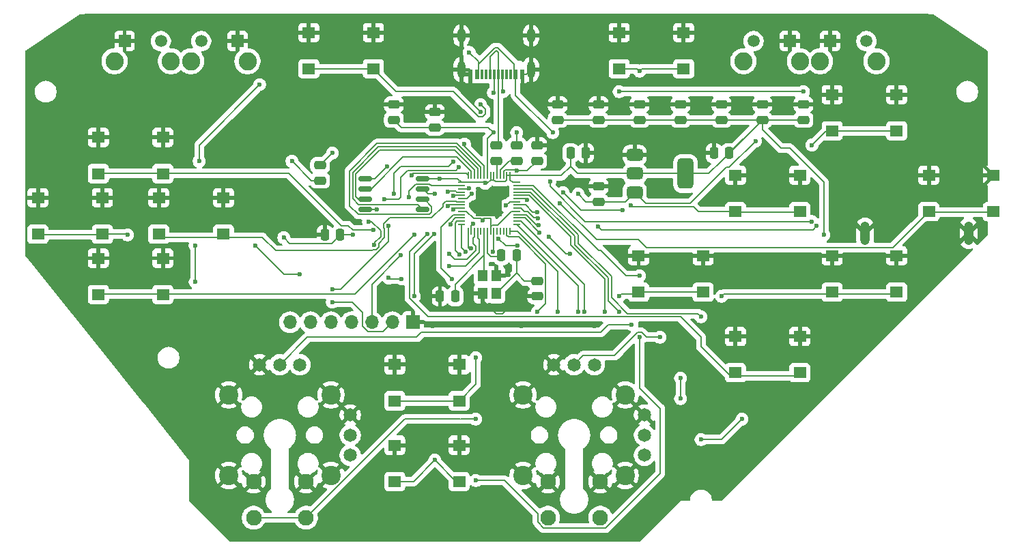
<source format=gbr>
%TF.GenerationSoftware,KiCad,Pcbnew,9.0.0-9.0.0-2~ubuntu24.04.1*%
%TF.CreationDate,2025-03-25T15:14:42+01:00*%
%TF.ProjectId,omnicontroller,6f6d6e69-636f-46e7-9472-6f6c6c65722e,rev?*%
%TF.SameCoordinates,Original*%
%TF.FileFunction,Copper,L1,Top*%
%TF.FilePolarity,Positive*%
%FSLAX46Y46*%
G04 Gerber Fmt 4.6, Leading zero omitted, Abs format (unit mm)*
G04 Created by KiCad (PCBNEW 9.0.0-9.0.0-2~ubuntu24.04.1) date 2025-03-25 15:14:42*
%MOMM*%
%LPD*%
G01*
G04 APERTURE LIST*
G04 Aperture macros list*
%AMRoundRect*
0 Rectangle with rounded corners*
0 $1 Rounding radius*
0 $2 $3 $4 $5 $6 $7 $8 $9 X,Y pos of 4 corners*
0 Add a 4 corners polygon primitive as box body*
4,1,4,$2,$3,$4,$5,$6,$7,$8,$9,$2,$3,0*
0 Add four circle primitives for the rounded corners*
1,1,$1+$1,$2,$3*
1,1,$1+$1,$4,$5*
1,1,$1+$1,$6,$7*
1,1,$1+$1,$8,$9*
0 Add four rect primitives between the rounded corners*
20,1,$1+$1,$2,$3,$4,$5,0*
20,1,$1+$1,$4,$5,$6,$7,0*
20,1,$1+$1,$6,$7,$8,$9,0*
20,1,$1+$1,$8,$9,$2,$3,0*%
G04 Aperture macros list end*
%TA.AperFunction,SMDPad,CuDef*%
%ADD10RoundRect,0.250000X0.475000X-0.250000X0.475000X0.250000X-0.475000X0.250000X-0.475000X-0.250000X0*%
%TD*%
%TA.AperFunction,SMDPad,CuDef*%
%ADD11R,1.200000X1.400000*%
%TD*%
%TA.AperFunction,SMDPad,CuDef*%
%ADD12R,1.600000X1.400000*%
%TD*%
%TA.AperFunction,SMDPad,CuDef*%
%ADD13R,0.600000X1.240000*%
%TD*%
%TA.AperFunction,SMDPad,CuDef*%
%ADD14R,0.300000X1.240000*%
%TD*%
%TA.AperFunction,HeatsinkPad*%
%ADD15O,1.000000X2.100000*%
%TD*%
%TA.AperFunction,HeatsinkPad*%
%ADD16O,1.000000X1.800000*%
%TD*%
%TA.AperFunction,SMDPad,CuDef*%
%ADD17RoundRect,0.250000X-0.475000X0.250000X-0.475000X-0.250000X0.475000X-0.250000X0.475000X0.250000X0*%
%TD*%
%TA.AperFunction,SMDPad,CuDef*%
%ADD18RoundRect,0.250000X-0.250000X-0.475000X0.250000X-0.475000X0.250000X0.475000X-0.250000X0.475000X0*%
%TD*%
%TA.AperFunction,ComponentPad*%
%ADD19R,1.508000X1.508000*%
%TD*%
%TA.AperFunction,ComponentPad*%
%ADD20C,1.508000*%
%TD*%
%TA.AperFunction,ComponentPad*%
%ADD21C,2.250000*%
%TD*%
%TA.AperFunction,SMDPad,CuDef*%
%ADD22RoundRect,0.162500X-0.650000X-0.162500X0.650000X-0.162500X0.650000X0.162500X-0.650000X0.162500X0*%
%TD*%
%TA.AperFunction,SMDPad,CuDef*%
%ADD23RoundRect,0.050000X-0.387500X-0.050000X0.387500X-0.050000X0.387500X0.050000X-0.387500X0.050000X0*%
%TD*%
%TA.AperFunction,SMDPad,CuDef*%
%ADD24RoundRect,0.050000X-0.050000X-0.387500X0.050000X-0.387500X0.050000X0.387500X-0.050000X0.387500X0*%
%TD*%
%TA.AperFunction,HeatsinkPad*%
%ADD25R,3.200000X3.200000*%
%TD*%
%TA.AperFunction,SMDPad,CuDef*%
%ADD26RoundRect,0.250000X0.250000X0.475000X-0.250000X0.475000X-0.250000X-0.475000X0.250000X-0.475000X0*%
%TD*%
%TA.AperFunction,ComponentPad*%
%ADD27C,1.650000*%
%TD*%
%TA.AperFunction,ComponentPad*%
%ADD28C,2.400000*%
%TD*%
%TA.AperFunction,ComponentPad*%
%ADD29C,1.950000*%
%TD*%
%TA.AperFunction,SMDPad,CuDef*%
%ADD30RoundRect,0.375000X-0.625000X-0.375000X0.625000X-0.375000X0.625000X0.375000X-0.625000X0.375000X0*%
%TD*%
%TA.AperFunction,SMDPad,CuDef*%
%ADD31RoundRect,0.500000X-0.500000X-1.400000X0.500000X-1.400000X0.500000X1.400000X-0.500000X1.400000X0*%
%TD*%
%TA.AperFunction,ComponentPad*%
%ADD32R,1.700000X1.700000*%
%TD*%
%TA.AperFunction,ComponentPad*%
%ADD33O,1.700000X1.700000*%
%TD*%
%TA.AperFunction,HeatsinkPad*%
%ADD34O,1.200000X2.900000*%
%TD*%
%TA.AperFunction,ViaPad*%
%ADD35C,0.600000*%
%TD*%
%TA.AperFunction,Conductor*%
%ADD36C,0.200000*%
%TD*%
%TA.AperFunction,Conductor*%
%ADD37C,0.400000*%
%TD*%
G04 APERTURE END LIST*
D10*
%TO.P,C8,1*%
%TO.N,+3V3*%
X149860000Y-59370000D03*
%TO.P,C8,2*%
%TO.N,GND*%
X149860000Y-57470000D03*
%TD*%
%TO.P,C6,1*%
%TO.N,+3V3*%
X139700000Y-59370000D03*
%TO.P,C6,2*%
%TO.N,GND*%
X139700000Y-57470000D03*
%TD*%
D11*
%TO.P,Y1,1,1*%
%TO.N,XIN*%
X115140000Y-78740000D03*
%TO.P,Y1,2,2*%
%TO.N,GND*%
X115140000Y-80940000D03*
%TO.P,Y1,3,3*%
%TO.N,Net-(C16-Pad2)*%
X116840000Y-80940000D03*
%TO.P,Y1,4,4*%
%TO.N,GND*%
X116840000Y-78740000D03*
%TD*%
D12*
%TO.P,LEFT1,1,1*%
%TO.N,GND*%
X60000000Y-69050000D03*
X68000000Y-69050000D03*
%TO.P,LEFT1,2,2*%
%TO.N,GP04*%
X60000000Y-73550000D03*
X68000000Y-73550000D03*
%TD*%
D10*
%TO.P,C1,1*%
%TO.N,VBUS*%
X129540000Y-69530000D03*
%TO.P,C1,2*%
%TO.N,GND*%
X129540000Y-67630000D03*
%TD*%
D12*
%TO.P,A1,1,1*%
%TO.N,GND*%
X146500000Y-86250000D03*
X154500000Y-86250000D03*
%TO.P,A1,2,2*%
%TO.N,GP06*%
X146500000Y-90750000D03*
X154500000Y-90750000D03*
%TD*%
D13*
%TO.P,J1,A1,GND*%
%TO.N,GND*%
X120040000Y-53725000D03*
%TO.P,J1,A4,VBUS*%
%TO.N,VBUS*%
X119240000Y-53725000D03*
D14*
%TO.P,J1,A5,CC1*%
%TO.N,unconnected-(J1-CC1-PadA5)*%
X118090000Y-53725000D03*
%TO.P,J1,A6,D+*%
%TO.N,USB_DP*%
X117090000Y-53725000D03*
%TO.P,J1,A7,D-*%
%TO.N,USB_DM*%
X116590000Y-53725000D03*
%TO.P,J1,A8*%
%TO.N,N/C*%
X115590000Y-53725000D03*
D13*
%TO.P,J1,A9,VBUS*%
%TO.N,VBUS*%
X114440000Y-53725000D03*
%TO.P,J1,A12,GND*%
%TO.N,GND*%
X113640000Y-53725000D03*
%TO.P,J1,B1,GND*%
X113640000Y-53725000D03*
%TO.P,J1,B4,VBUS*%
%TO.N,VBUS*%
X114440000Y-53725000D03*
D14*
%TO.P,J1,B5,CC2*%
%TO.N,unconnected-(J1-CC2-PadB5)*%
X115090000Y-53725000D03*
%TO.P,J1,B6,D+*%
%TO.N,USB_DP*%
X116090000Y-53725000D03*
%TO.P,J1,B7,D-*%
%TO.N,USB_DM*%
X117590000Y-53725000D03*
%TO.P,J1,B8*%
%TO.N,N/C*%
X118590000Y-53725000D03*
D13*
%TO.P,J1,B9,VBUS*%
%TO.N,VBUS*%
X119240000Y-53725000D03*
%TO.P,J1,B12,GND*%
%TO.N,GND*%
X120040000Y-53725000D03*
D15*
%TO.P,J1,S1,SHIELD*%
X121160000Y-53125000D03*
D16*
X121160000Y-48925000D03*
D15*
X112520000Y-53125000D03*
D16*
X112520000Y-48925000D03*
%TD*%
D17*
%TO.P,R1,1*%
%TO.N,USB_DP*%
X116840000Y-62550000D03*
%TO.P,R1,2*%
%TO.N,Net-(U1-USB_DP)*%
X116840000Y-64450000D03*
%TD*%
D12*
%TO.P,Credit1,1,1*%
%TO.N,GND*%
X93600000Y-48550000D03*
X101600000Y-48550000D03*
%TO.P,Credit1,2,2*%
%TO.N,GP21*%
X93600000Y-53050000D03*
X101600000Y-53050000D03*
%TD*%
%TO.P,B1,1,1*%
%TO.N,GND*%
X158500000Y-76250000D03*
X166500000Y-76250000D03*
%TO.P,B1,2,2*%
%TO.N,GP07*%
X158500000Y-80750000D03*
X166500000Y-80750000D03*
%TD*%
%TO.P,SEL1,1,1*%
%TO.N,GND*%
X104250000Y-89750000D03*
X112250000Y-89750000D03*
%TO.P,SEL1,2,2*%
%TO.N,GP16*%
X104250000Y-94250000D03*
X112250000Y-94250000D03*
%TD*%
D18*
%TO.P,C10,1*%
%TO.N,+3V3*%
X126050000Y-63500000D03*
%TO.P,C10,2*%
%TO.N,GND*%
X127950000Y-63500000D03*
%TD*%
D12*
%TO.P,X1,1,1*%
%TO.N,GND*%
X134500000Y-76250000D03*
X142500000Y-76250000D03*
%TO.P,X1,2,2*%
%TO.N,GP10*%
X134500000Y-80750000D03*
X142500000Y-80750000D03*
%TD*%
D10*
%TO.P,C13,1*%
%TO.N,+1V1*%
X109220000Y-60320000D03*
%TO.P,C13,2*%
%TO.N,GND*%
X109220000Y-58420000D03*
%TD*%
D19*
%TO.P,bR1,1,1*%
%TO.N,GND*%
X153250000Y-49600000D03*
D20*
%TO.P,bR1,2,2*%
%TO.N,GP12*%
X148750000Y-49600000D03*
D21*
%TO.P,bR1,3*%
%TO.N,N/C*%
X154500000Y-52100000D03*
%TO.P,bR1,4*%
X147500000Y-52100000D03*
%TD*%
D22*
%TO.P,U3,1,~{CS}*%
%TO.N,QSPI_SS*%
X100552500Y-66675000D03*
%TO.P,U3,2,DO(IO1)*%
%TO.N,QSPI_SD1*%
X100552500Y-67945000D03*
%TO.P,U3,3,IO2*%
%TO.N,QSPI_SD2*%
X100552500Y-69215000D03*
%TO.P,U3,4,GND*%
%TO.N,GND*%
X100552500Y-70485000D03*
%TO.P,U3,5,DI(IO0)*%
%TO.N,QSPI_SD0*%
X107727500Y-70485000D03*
%TO.P,U3,6,CLK*%
%TO.N,QSPI_SCLK*%
X107727500Y-69215000D03*
%TO.P,U3,7,IO3*%
%TO.N,QSPI_SD3*%
X107727500Y-67945000D03*
%TO.P,U3,8,VCC*%
%TO.N,+3V3*%
X107727500Y-66675000D03*
%TD*%
D12*
%TO.P,RIGHT1,1,1*%
%TO.N,GND*%
X75000000Y-69050000D03*
X83000000Y-69050000D03*
%TO.P,RIGHT1,2,2*%
%TO.N,GP05*%
X75000000Y-73550000D03*
X83000000Y-73550000D03*
%TD*%
D23*
%TO.P,U1,1,IOVDD*%
%TO.N,+3V3*%
X112505000Y-67135000D03*
%TO.P,U1,2,GPIO0*%
%TO.N,GP00*%
X112505000Y-67535000D03*
%TO.P,U1,3,GPIO1*%
%TO.N,GP01*%
X112505000Y-67935000D03*
%TO.P,U1,4,GPIO2*%
%TO.N,GP02*%
X112505000Y-68335000D03*
%TO.P,U1,5,GPIO3*%
%TO.N,GP03*%
X112505000Y-68735000D03*
%TO.P,U1,6,GPIO4*%
%TO.N,GP04*%
X112505000Y-69135000D03*
%TO.P,U1,7,GPIO5*%
%TO.N,GP05*%
X112505000Y-69535000D03*
%TO.P,U1,8,GPIO6*%
%TO.N,GP06*%
X112505000Y-69935000D03*
%TO.P,U1,9,GPIO7*%
%TO.N,GP07*%
X112505000Y-70335000D03*
%TO.P,U1,10,IOVDD*%
%TO.N,+3V3*%
X112505000Y-70735000D03*
%TO.P,U1,11,GPIO8*%
%TO.N,GP08*%
X112505000Y-71135000D03*
%TO.P,U1,12,GPIO9*%
%TO.N,GP09*%
X112505000Y-71535000D03*
%TO.P,U1,13,GPIO10*%
%TO.N,GP10*%
X112505000Y-71935000D03*
%TO.P,U1,14,GPIO11*%
%TO.N,GP11*%
X112505000Y-72335000D03*
D24*
%TO.P,U1,15,GPIO12*%
%TO.N,GP12*%
X113342500Y-73172500D03*
%TO.P,U1,16,GPIO13*%
%TO.N,GP13*%
X113742500Y-73172500D03*
%TO.P,U1,17,GPIO14*%
%TO.N,GP14*%
X114142500Y-73172500D03*
%TO.P,U1,18,GPIO15*%
%TO.N,GP15*%
X114542500Y-73172500D03*
%TO.P,U1,19,TESTEN*%
%TO.N,unconnected-(U1-TESTEN-Pad19)*%
X114942500Y-73172500D03*
%TO.P,U1,20,XIN*%
%TO.N,XIN*%
X115342500Y-73172500D03*
%TO.P,U1,21,XOUT*%
%TO.N,XOUT*%
X115742500Y-73172500D03*
%TO.P,U1,22,IOVDD*%
%TO.N,+3V3*%
X116142500Y-73172500D03*
%TO.P,U1,23,DVDD*%
%TO.N,+1V1*%
X116542500Y-73172500D03*
%TO.P,U1,24,SWCLK*%
%TO.N,unconnected-(U1-SWCLK-Pad24)*%
X116942500Y-73172500D03*
%TO.P,U1,25,SWD*%
%TO.N,unconnected-(U1-SWD-Pad25)*%
X117342500Y-73172500D03*
%TO.P,U1,26,RUN*%
%TO.N,unconnected-(U1-RUN-Pad26)*%
X117742500Y-73172500D03*
%TO.P,U1,27,GPIO16*%
%TO.N,GP16*%
X118142500Y-73172500D03*
%TO.P,U1,28,GPIO17*%
%TO.N,GP17*%
X118542500Y-73172500D03*
D23*
%TO.P,U1,29,GPIO18*%
%TO.N,GP18*%
X119380000Y-72335000D03*
%TO.P,U1,30,GPIO19*%
%TO.N,GP19*%
X119380000Y-71935000D03*
%TO.P,U1,31,GPIO20*%
%TO.N,GP20*%
X119380000Y-71535000D03*
%TO.P,U1,32,GPIO21*%
%TO.N,GP21*%
X119380000Y-71135000D03*
%TO.P,U1,33,IOVDD*%
%TO.N,+3V3*%
X119380000Y-70735000D03*
%TO.P,U1,34,GPIO22*%
%TO.N,GP22*%
X119380000Y-70335000D03*
%TO.P,U1,35,GPIO23*%
%TO.N,GP23*%
X119380000Y-69935000D03*
%TO.P,U1,36,GPIO24*%
%TO.N,GP24*%
X119380000Y-69535000D03*
%TO.P,U1,37,GPIO25*%
%TO.N,GP25*%
X119380000Y-69135000D03*
%TO.P,U1,38,GPIO26_ADC0*%
%TO.N,GP26*%
X119380000Y-68735000D03*
%TO.P,U1,39,GPIO27_ADC1*%
%TO.N,GP27*%
X119380000Y-68335000D03*
%TO.P,U1,40,GPIO28_ADC2*%
%TO.N,GP28*%
X119380000Y-67935000D03*
%TO.P,U1,41,GPIO29_ADC3*%
%TO.N,GP29*%
X119380000Y-67535000D03*
%TO.P,U1,42,IOVDD*%
%TO.N,+3V3*%
X119380000Y-67135000D03*
D24*
%TO.P,U1,43,ADC_AVDD*%
X118542500Y-66297500D03*
%TO.P,U1,44,VREG_IN*%
X118142500Y-66297500D03*
%TO.P,U1,45,VREG_VOUT*%
%TO.N,+1V1*%
X117742500Y-66297500D03*
%TO.P,U1,46,USB_DM*%
%TO.N,Net-(U1-USB_DM)*%
X117342500Y-66297500D03*
%TO.P,U1,47,USB_DP*%
%TO.N,Net-(U1-USB_DP)*%
X116942500Y-66297500D03*
%TO.P,U1,48,USB_VDD*%
%TO.N,+3V3*%
X116542500Y-66297500D03*
%TO.P,U1,49,IOVDD*%
X116142500Y-66297500D03*
%TO.P,U1,50,DVDD*%
%TO.N,+1V1*%
X115742500Y-66297500D03*
%TO.P,U1,51,QSPI_SD3*%
%TO.N,QSPI_SD3*%
X115342500Y-66297500D03*
%TO.P,U1,52,QSPI_SCLK*%
%TO.N,QSPI_SCLK*%
X114942500Y-66297500D03*
%TO.P,U1,53,QSPI_SD0*%
%TO.N,QSPI_SD0*%
X114542500Y-66297500D03*
%TO.P,U1,54,QSPI_SD2*%
%TO.N,QSPI_SD2*%
X114142500Y-66297500D03*
%TO.P,U1,55,QSPI_SD1*%
%TO.N,QSPI_SD1*%
X113742500Y-66297500D03*
%TO.P,U1,56,QSPI_SS*%
%TO.N,QSPI_SS*%
X113342500Y-66297500D03*
D25*
%TO.P,U1,57,GND*%
%TO.N,GND*%
X115942500Y-69735000D03*
%TD*%
D10*
%TO.P,C5,1*%
%TO.N,+3V3*%
X134620000Y-59370000D03*
%TO.P,C5,2*%
%TO.N,GND*%
X134620000Y-57470000D03*
%TD*%
%TO.P,C7,1*%
%TO.N,+3V3*%
X144780000Y-59370000D03*
%TO.P,C7,2*%
%TO.N,GND*%
X144780000Y-57470000D03*
%TD*%
D12*
%TO.P,DOWN1,1,1*%
%TO.N,GND*%
X67500000Y-76550000D03*
X75500000Y-76550000D03*
%TO.P,DOWN1,2,2*%
%TO.N,GP03*%
X67500000Y-81050000D03*
X75500000Y-81050000D03*
%TD*%
D26*
%TO.P,C14,1*%
%TO.N,+3V3*%
X97470000Y-73660000D03*
%TO.P,C14,2*%
%TO.N,GND*%
X95570000Y-73660000D03*
%TD*%
D10*
%TO.P,C4,1*%
%TO.N,+3V3*%
X129540000Y-59370000D03*
%TO.P,C4,2*%
%TO.N,GND*%
X129540000Y-57470000D03*
%TD*%
%TO.P,C16,1*%
%TO.N,GND*%
X121920000Y-81280000D03*
%TO.P,C16,2*%
%TO.N,Net-(C16-Pad2)*%
X121920000Y-79380000D03*
%TD*%
D12*
%TO.P,Y2,1,1*%
%TO.N,GND*%
X146500000Y-66250000D03*
X154500000Y-66250000D03*
%TO.P,Y2,2,2*%
%TO.N,GP11*%
X146500000Y-70750000D03*
X154500000Y-70750000D03*
%TD*%
D27*
%TO.P,RightStick1,HGND,HGND*%
%TO.N,GND*%
X124000000Y-89770000D03*
%TO.P,RightStick1,HOut,HOut*%
%TO.N,GP29*%
X126500000Y-89770000D03*
%TO.P,RightStick1,HVCC,HVCC*%
%TO.N,+3V3*%
X129000000Y-89770000D03*
D28*
%TO.P,RightStick1,SH1,SHIELD*%
%TO.N,GND*%
X120175000Y-93500000D03*
%TO.P,RightStick1,SH2,SHIELD*%
X132825000Y-93500000D03*
%TO.P,RightStick1,SH3,SHIELD*%
X132825000Y-103500000D03*
%TO.P,RightStick1,SH4,SHIELD*%
X120175000Y-103500000D03*
D29*
%TO.P,RightStick1,SwGND,SwGND*%
X123250000Y-104250000D03*
X129750000Y-104250000D03*
%TO.P,RightStick1,Switch,Switch*%
%TO.N,GP19*%
X123250000Y-108750000D03*
X129750000Y-108750000D03*
D27*
%TO.P,RightStick1,VGND,VGND*%
%TO.N,GND*%
X135230000Y-96000000D03*
%TO.P,RightStick1,VOut,VOut*%
%TO.N,GP28*%
X135230000Y-98500000D03*
%TO.P,RightStick1,VVCC,VVCC*%
%TO.N,+3V3*%
X135230000Y-101000000D03*
%TD*%
D17*
%TO.P,R2,1*%
%TO.N,USB_DM*%
X119380000Y-62550000D03*
%TO.P,R2,2*%
%TO.N,Net-(U1-USB_DM)*%
X119380000Y-64450000D03*
%TD*%
D10*
%TO.P,C9,1*%
%TO.N,+3V3*%
X154940000Y-59370000D03*
%TO.P,C9,2*%
%TO.N,GND*%
X154940000Y-57470000D03*
%TD*%
%TO.P,C3,1*%
%TO.N,+3V3*%
X124460000Y-59370000D03*
%TO.P,C3,2*%
%TO.N,GND*%
X124460000Y-57470000D03*
%TD*%
D12*
%TO.P,START1,1,1*%
%TO.N,GND*%
X104250000Y-99750000D03*
X112250000Y-99750000D03*
%TO.P,START1,2,2*%
%TO.N,GP17*%
X104250000Y-104250000D03*
X112250000Y-104250000D03*
%TD*%
D30*
%TO.P,U2,1,GND*%
%TO.N,GND*%
X134010000Y-63740000D03*
%TO.P,U2,2,VO*%
%TO.N,+3V3*%
X134010000Y-66040000D03*
D31*
X140310000Y-66040000D03*
D30*
%TO.P,U2,3,VI*%
%TO.N,VBUS*%
X134010000Y-68340000D03*
%TD*%
D26*
%TO.P,R4,1*%
%TO.N,Net-(C16-Pad2)*%
X119380000Y-76200000D03*
%TO.P,R4,2*%
%TO.N,XOUT*%
X117480000Y-76200000D03*
%TD*%
D12*
%TO.P,UP1,1,1*%
%TO.N,GND*%
X67500000Y-61550000D03*
X75500000Y-61550000D03*
%TO.P,UP1,2,2*%
%TO.N,GP02*%
X67500000Y-66050000D03*
X75500000Y-66050000D03*
%TD*%
%TO.P,Menu1,1,1*%
%TO.N,GND*%
X132080000Y-48550000D03*
X140080000Y-48550000D03*
%TO.P,Menu1,2,2*%
%TO.N,GP20*%
X132080000Y-53050000D03*
X140080000Y-53050000D03*
%TD*%
D10*
%TO.P,C12,1*%
%TO.N,+1V1*%
X104140000Y-59370000D03*
%TO.P,C12,2*%
%TO.N,GND*%
X104140000Y-57470000D03*
%TD*%
D26*
%TO.P,C2,1*%
%TO.N,+3V3*%
X145730000Y-63500000D03*
%TO.P,C2,2*%
%TO.N,GND*%
X143830000Y-63500000D03*
%TD*%
D27*
%TO.P,LeftStick1,HGND,HGND*%
%TO.N,GND*%
X87500000Y-89770000D03*
%TO.P,LeftStick1,HOut,HOut*%
%TO.N,GP27*%
X90000000Y-89770000D03*
%TO.P,LeftStick1,HVCC,HVCC*%
%TO.N,+3V3*%
X92500000Y-89770000D03*
D28*
%TO.P,LeftStick1,SH1,SHIELD*%
%TO.N,GND*%
X83675000Y-93500000D03*
%TO.P,LeftStick1,SH2,SHIELD*%
X96325000Y-93500000D03*
%TO.P,LeftStick1,SH3,SHIELD*%
X96325000Y-103500000D03*
%TO.P,LeftStick1,SH4,SHIELD*%
X83675000Y-103500000D03*
D29*
%TO.P,LeftStick1,SwGND,SwGND*%
X86750000Y-104250000D03*
X93250000Y-104250000D03*
%TO.P,LeftStick1,Switch,Switch*%
%TO.N,GP18*%
X86750000Y-108750000D03*
X93250000Y-108750000D03*
D27*
%TO.P,LeftStick1,VGND,VGND*%
%TO.N,GND*%
X98730000Y-96000000D03*
%TO.P,LeftStick1,VOut,VOut*%
%TO.N,GP26*%
X98730000Y-98500000D03*
%TO.P,LeftStick1,VVCC,VVCC*%
%TO.N,+3V3*%
X98730000Y-101000000D03*
%TD*%
D19*
%TO.P,bL1,1,1*%
%TO.N,GND*%
X84750000Y-49600000D03*
D20*
%TO.P,bL1,2,2*%
%TO.N,GP13*%
X80250000Y-49600000D03*
D21*
%TO.P,bL1,3*%
%TO.N,N/C*%
X86000000Y-52100000D03*
%TO.P,bL1,4*%
X79000000Y-52100000D03*
%TD*%
D12*
%TO.P,bC1,1,1*%
%TO.N,GND*%
X170500000Y-66250000D03*
X178500000Y-66250000D03*
%TO.P,bC1,2,2*%
%TO.N,GP22*%
X170500000Y-70750000D03*
X178500000Y-70750000D03*
%TD*%
D10*
%TO.P,C11,1*%
%TO.N,+1V1*%
X121920000Y-64450000D03*
%TO.P,C11,2*%
%TO.N,GND*%
X121920000Y-62550000D03*
%TD*%
D18*
%TO.P,C15,1*%
%TO.N,GND*%
X109860000Y-81280000D03*
%TO.P,C15,2*%
%TO.N,XIN*%
X111760000Y-81280000D03*
%TD*%
D17*
%TO.P,R3,1*%
%TO.N,QSPI_SS*%
X95000000Y-65000000D03*
%TO.P,R3,2*%
%TO.N,Net-(BOOT_SEL1-Pad2)*%
X95000000Y-66900000D03*
%TD*%
D12*
%TO.P,Z1,1,1*%
%TO.N,GND*%
X158500000Y-56250000D03*
X166500000Y-56250000D03*
%TO.P,Z1,2,2*%
%TO.N,GP23*%
X158500000Y-60750000D03*
X166500000Y-60750000D03*
%TD*%
D32*
%TO.P,J3,1,Pin_1*%
%TO.N,GND*%
X106500000Y-84500000D03*
D33*
%TO.P,J3,2,Pin_2*%
%TO.N,GP00*%
X103960000Y-84500000D03*
%TO.P,J3,3,Pin_3*%
%TO.N,GP01*%
X101420000Y-84500000D03*
%TO.P,J3,4,Pin_4*%
%TO.N,GP14*%
X98880000Y-84500000D03*
%TO.P,J3,5,Pin_5*%
%TO.N,GP15*%
X96340000Y-84500000D03*
%TO.P,J3,6,Pin_6*%
%TO.N,+3V3*%
X93800000Y-84500000D03*
%TO.P,J3,7,Pin_7*%
%TO.N,VBUS*%
X91260000Y-84500000D03*
%TD*%
D19*
%TO.P,bR2,1,1*%
%TO.N,GND*%
X158250000Y-49600000D03*
D20*
%TO.P,bR2,2,2*%
%TO.N,GP08*%
X162750000Y-49600000D03*
D21*
%TO.P,bR2,3*%
%TO.N,N/C*%
X157000000Y-52100000D03*
%TO.P,bR2,4*%
X164000000Y-52100000D03*
%TD*%
D19*
%TO.P,bL2,1,1*%
%TO.N,GND*%
X70750000Y-49600000D03*
D20*
%TO.P,bL2,2,2*%
%TO.N,GP09*%
X75250000Y-49600000D03*
D21*
%TO.P,bL2,3*%
%TO.N,N/C*%
X69500000Y-52100000D03*
%TO.P,bL2,4*%
X76500000Y-52100000D03*
%TD*%
D34*
%TO.P,J2,5,Shield*%
%TO.N,GND*%
X175400000Y-73450000D03*
X162600000Y-73450000D03*
%TD*%
D35*
%TO.N,VBUS*%
X79500000Y-79500000D03*
X80000000Y-64500000D03*
X127000000Y-68580000D03*
X113500000Y-51000000D03*
X123860000Y-60960000D03*
X79500000Y-75000000D03*
X149000000Y-62000000D03*
X87500000Y-55000000D03*
%TO.N,GND*%
X134000000Y-109220000D03*
X149860000Y-66040000D03*
X170180000Y-63500000D03*
X109220000Y-91440000D03*
X126000000Y-66500000D03*
X101600000Y-96000000D03*
X109220000Y-53340000D03*
X63500000Y-48260000D03*
X114300000Y-99060000D03*
X132080000Y-68580000D03*
X144780000Y-68580000D03*
X142240000Y-50800000D03*
X120000000Y-85000000D03*
X162560000Y-86360000D03*
X173500000Y-74500000D03*
X137160000Y-63500000D03*
X83820000Y-106680000D03*
X152400000Y-58420000D03*
X154940000Y-76200000D03*
X104140000Y-48260000D03*
X114900000Y-58420000D03*
X78000000Y-79030000D03*
X93980000Y-58420000D03*
X162560000Y-63500000D03*
X137160000Y-76200000D03*
X60960000Y-66040000D03*
X118332892Y-78598578D03*
X127000000Y-58420000D03*
X109220000Y-78740000D03*
X101600000Y-58420000D03*
X124460000Y-53340000D03*
X119380000Y-96520000D03*
X160000000Y-73000000D03*
X91440000Y-48260000D03*
X63500000Y-60960000D03*
X165100000Y-73660000D03*
X142240000Y-58420000D03*
X118042500Y-68580000D03*
X132080000Y-91000000D03*
X138000000Y-88900000D03*
X132080000Y-76200000D03*
X78740000Y-93980000D03*
X99060000Y-93980000D03*
X131000000Y-63500000D03*
X124460000Y-48260000D03*
X78740000Y-48260000D03*
X144780000Y-83820000D03*
X111760000Y-58420000D03*
X170180000Y-50800000D03*
X64000000Y-55880000D03*
X106680000Y-99060000D03*
X105500000Y-82500000D03*
X106680000Y-88900000D03*
X86360000Y-68580000D03*
X96520000Y-68580000D03*
X106000000Y-111000000D03*
X114810291Y-48260000D03*
X170180000Y-58420000D03*
X96600000Y-107000000D03*
X67000000Y-79030000D03*
X93980000Y-73660000D03*
X144780000Y-104140000D03*
X71120000Y-68580000D03*
X91440000Y-68580000D03*
X116840000Y-106680000D03*
X81280000Y-71120000D03*
X121920000Y-60960000D03*
X175260000Y-66040000D03*
X154940000Y-83820000D03*
X154940000Y-60960000D03*
X137160000Y-93000000D03*
X124300000Y-91600000D03*
X102000000Y-70485000D03*
X147320000Y-58420000D03*
X106680000Y-58420000D03*
X137160000Y-68580000D03*
X129000000Y-85000000D03*
X121200000Y-105700000D03*
X78740000Y-58420000D03*
X147320000Y-93980000D03*
X86360000Y-86360000D03*
X129540000Y-106680000D03*
X144780000Y-76200000D03*
X104140000Y-106680000D03*
X78000000Y-75500000D03*
X152400000Y-96520000D03*
X152500000Y-47500000D03*
X168500000Y-76500000D03*
X137160000Y-58420000D03*
X158000000Y-58000000D03*
X109000000Y-85000000D03*
X78800000Y-61500000D03*
X95500000Y-100000000D03*
%TO.N,GP00*%
X103500000Y-72500000D03*
X96500000Y-82000000D03*
X96500000Y-80390000D03*
X106000000Y-69000000D03*
%TO.N,GP14*%
X111000000Y-76000000D03*
%TO.N,GP01*%
X101000000Y-72000000D03*
X112227132Y-65272868D03*
X113432460Y-67869423D03*
X105000000Y-76200000D03*
X101680000Y-74860000D03*
X103000000Y-69259000D03*
%TO.N,GP15*%
X111000000Y-77500000D03*
X103500000Y-79000000D03*
X105114265Y-79114265D03*
%TO.N,GP23*%
X156000000Y-62500000D03*
X125114971Y-68385029D03*
X121897977Y-70824162D03*
X132500000Y-70600000D03*
%TO.N,GP22*%
X122018121Y-71615092D03*
X124750000Y-69750000D03*
%TO.N,GP25*%
X120678635Y-69335000D03*
X123500000Y-67000000D03*
X156000000Y-72000000D03*
%TO.N,GP24*%
X126000000Y-76000000D03*
X119500000Y-74975000D03*
X156565687Y-72565687D03*
X117142500Y-74110000D03*
X118042502Y-70000000D03*
X123385735Y-73885735D03*
X129500000Y-72600000D03*
%TO.N,GP26*%
X130340003Y-83220000D03*
X114300000Y-104140000D03*
X134620000Y-86360000D03*
%TO.N,GP27*%
X133650000Y-84790000D03*
X132080000Y-83220000D03*
%TO.N,GP28*%
X139700000Y-93980000D03*
X139700000Y-91440000D03*
X142240000Y-83820000D03*
%TO.N,GP29*%
X137160000Y-86360000D03*
X134620000Y-78740000D03*
%TO.N,USB_DM*%
X119380000Y-60960000D03*
X116490000Y-55980000D03*
X117690000Y-55880000D03*
%TO.N,+1V1*%
X119380000Y-65697500D03*
X116415736Y-75775736D03*
X116490000Y-60960000D03*
%TO.N,Net-(BOOT_SEL1-Pad2)*%
X91500000Y-64500000D03*
%TO.N,QSPI_SS*%
X106375735Y-66239000D03*
X96520000Y-63500000D03*
X103268235Y-65168234D03*
%TO.N,QSPI_SD3*%
X109220000Y-68580000D03*
X112892222Y-62367777D03*
%TO.N,GP06*%
X108275083Y-73563610D03*
X110812372Y-70064576D03*
%TO.N,GP07*%
X144780000Y-81280000D03*
X106680000Y-81280000D03*
X111550000Y-70532078D03*
X109123611Y-73563611D03*
%TO.N,GP12*%
X113706491Y-75348455D03*
%TO.N,GP08*%
X154940000Y-55880000D03*
X132080000Y-55880000D03*
X111335736Y-79164265D03*
%TO.N,GP19*%
X127800003Y-83220000D03*
%TO.N,GP21*%
X114900000Y-57489769D03*
X122087960Y-72412040D03*
%TO.N,GP03*%
X111550000Y-68789507D03*
X106680000Y-73660000D03*
%TO.N,GP13*%
X113973106Y-72230974D03*
%TO.N,GP09*%
X111160000Y-72375751D03*
%TO.N,GP18*%
X114300000Y-96520000D03*
X127000000Y-83220000D03*
%TO.N,GP04*%
X71120000Y-73660000D03*
X113800000Y-68580000D03*
%TO.N,GP20*%
X134620000Y-53340000D03*
X122203695Y-73376305D03*
%TO.N,GP16*%
X121920000Y-83220000D03*
X114300000Y-88900000D03*
%TO.N,GP17*%
X109220000Y-101600000D03*
X124460000Y-83220000D03*
%TO.N,GP02*%
X110857016Y-68326736D03*
X111554264Y-64600000D03*
X101600000Y-73060000D03*
X104140000Y-68580000D03*
%TO.N,GP10*%
X112306717Y-76114125D03*
X132080000Y-81280000D03*
%TO.N,GP11*%
X113035393Y-75783922D03*
X133500000Y-70000000D03*
%TO.N,+3V3*%
X115138860Y-71835002D03*
X157480000Y-73660000D03*
X109819999Y-66680892D03*
X99060000Y-73660000D03*
X147320000Y-96520000D03*
X92500000Y-78500000D03*
X115477306Y-67228578D03*
X142240000Y-99060000D03*
X90500000Y-74000000D03*
X87000000Y-75000000D03*
%TD*%
D36*
%TO.N,VBUS*%
X119240000Y-56340000D02*
X123860000Y-60960000D01*
X119240000Y-53725000D02*
X119055000Y-53540000D01*
X87500000Y-55000000D02*
X80000000Y-62500000D01*
X119055000Y-53540000D02*
X119055000Y-52449314D01*
X116674314Y-50400000D02*
X114640000Y-52434314D01*
X79500000Y-75000000D02*
X79500000Y-79500000D01*
X119240000Y-53725000D02*
X119240000Y-56340000D01*
X134010000Y-68340000D02*
X135419000Y-69749000D01*
X129540000Y-69530000D02*
X132820000Y-69530000D01*
X127000000Y-68580000D02*
X127950000Y-69530000D01*
X117005686Y-50400000D02*
X116674314Y-50400000D01*
X140899000Y-69749000D02*
X145399000Y-65249000D01*
X135419000Y-69749000D02*
X140899000Y-69749000D01*
X145751000Y-65249000D02*
X149000000Y-62000000D01*
X145399000Y-65249000D02*
X145751000Y-65249000D01*
X114640000Y-52434314D02*
X114640000Y-53525000D01*
X132820000Y-69530000D02*
X134010000Y-68340000D01*
X114640000Y-52140000D02*
X113500000Y-51000000D01*
X119055000Y-52449314D02*
X117005686Y-50400000D01*
X80000000Y-62500000D02*
X80000000Y-64500000D01*
X114640000Y-53525000D02*
X114440000Y-53725000D01*
X114640000Y-52434314D02*
X114640000Y-52140000D01*
X127950000Y-69530000D02*
X129540000Y-69530000D01*
D37*
%TO.N,GND*%
X113640000Y-53391016D02*
X113640000Y-55515000D01*
D36*
X119780000Y-81280000D02*
X117640000Y-83420000D01*
X120040000Y-53725000D02*
X120560000Y-53725000D01*
X121920000Y-81280000D02*
X119780000Y-81280000D01*
X118191470Y-78740000D02*
X118332892Y-78598578D01*
X115140000Y-81720000D02*
X116840000Y-83420000D01*
D37*
X120040000Y-53725000D02*
X120040000Y-55880000D01*
D36*
X116840000Y-83420000D02*
X117640000Y-83420000D01*
X120560000Y-53725000D02*
X121160000Y-53125000D01*
X115942500Y-69735000D02*
X117097500Y-68580000D01*
X116840000Y-78740000D02*
X118191470Y-78740000D01*
D37*
X178500000Y-66250000D02*
X176870000Y-67880000D01*
D36*
X117097500Y-68580000D02*
X118042500Y-68580000D01*
D37*
X175750000Y-63500000D02*
X178500000Y-66250000D01*
X112520000Y-53125000D02*
X113373984Y-53125000D01*
D36*
X121160000Y-48925000D02*
X121160000Y-53125000D01*
D37*
X113373984Y-53125000D02*
X113640000Y-53391016D01*
D36*
X100540000Y-70485000D02*
X102000000Y-70485000D01*
X114640000Y-80940000D02*
X115140000Y-80940000D01*
X114900000Y-58420000D02*
X112520000Y-56040000D01*
X115140000Y-80940000D02*
X115140000Y-81720000D01*
X112520000Y-56040000D02*
X112520000Y-48925000D01*
X121160000Y-55120000D02*
X121160000Y-52460000D01*
X121160000Y-55120000D02*
X123510000Y-57470000D01*
X123510000Y-57470000D02*
X124460000Y-57470000D01*
%TO.N,GP00*%
X97567043Y-80390000D02*
X96500000Y-80390000D01*
X103500000Y-74457043D02*
X97567043Y-80390000D01*
X106000000Y-68200010D02*
X106000000Y-69000000D01*
X112505000Y-67535000D02*
X108789990Y-67535000D01*
X108573990Y-67319000D02*
X106881010Y-67319000D01*
X99000000Y-82000000D02*
X100269000Y-83269000D01*
X102809000Y-85651000D02*
X103960000Y-84500000D01*
X100269000Y-84976760D02*
X100943240Y-85651000D01*
X106881010Y-67319000D02*
X106000000Y-68200010D01*
X100943240Y-85651000D02*
X102809000Y-85651000D01*
X103500000Y-72500000D02*
X103500000Y-74457043D01*
X108789990Y-67535000D02*
X108573990Y-67319000D01*
X100269000Y-83269000D02*
X100269000Y-84976760D01*
X96500000Y-82000000D02*
X99000000Y-82000000D01*
%TO.N,GP14*%
X113955434Y-75949455D02*
X113952444Y-75949455D01*
X114307491Y-75597398D02*
X113955434Y-75949455D01*
X113952444Y-74747455D02*
X113955434Y-74747455D01*
X114142500Y-73172500D02*
X114142500Y-73857500D01*
X113952444Y-75949455D02*
X113952444Y-75952445D01*
X113952444Y-74047556D02*
X113952444Y-74747455D01*
X113952444Y-75952445D02*
X113189764Y-76715125D01*
X113189764Y-76715125D02*
X111715125Y-76715125D01*
X113955434Y-74747455D02*
X114307491Y-75099512D01*
X111715125Y-76715125D02*
X111000000Y-76000000D01*
X114142500Y-73857500D02*
X113952444Y-74047556D01*
X114307491Y-75099512D02*
X114307491Y-75597398D01*
%TO.N,GP01*%
X105000000Y-76200000D02*
X104989943Y-76200000D01*
X104989943Y-76200000D02*
X101420000Y-79769943D01*
X101680000Y-74860000D02*
X101680000Y-74680000D01*
X102500000Y-73110057D02*
X101389943Y-72000000D01*
X104741000Y-69259000D02*
X105000000Y-69000000D01*
X112505000Y-67935000D02*
X113366883Y-67935000D01*
X112227132Y-65272868D02*
X111861000Y-65639000D01*
X101680000Y-74680000D02*
X102500000Y-73860000D01*
X103000000Y-69259000D02*
X104741000Y-69259000D01*
X111861000Y-65639000D02*
X105861000Y-65639000D01*
X101420000Y-79769943D02*
X101420000Y-84500000D01*
X102500000Y-73860000D02*
X102500000Y-73110057D01*
X113366883Y-67935000D02*
X113432460Y-67869423D01*
X101389943Y-72000000D02*
X101000000Y-72000000D01*
X105000000Y-66500000D02*
X105000000Y-69000000D01*
X105861000Y-65639000D02*
X105000000Y-66500000D01*
%TO.N,GP15*%
X113000000Y-77500000D02*
X111000000Y-77500000D01*
X105114265Y-79114265D02*
X103614265Y-79114265D01*
X114708491Y-75791509D02*
X113000000Y-77500000D01*
X114542500Y-73172500D02*
X114542500Y-74022600D01*
X103614265Y-79114265D02*
X103500000Y-79000000D01*
X114542500Y-74022600D02*
X114708491Y-74188591D01*
X114708491Y-74188591D02*
X114708491Y-75791509D01*
%TO.N,GP23*%
X158500000Y-60750000D02*
X166500000Y-60750000D01*
X158500000Y-60750000D02*
X157750000Y-60750000D01*
X125114971Y-68385029D02*
X127329943Y-70600000D01*
X120470740Y-69932049D02*
X121362853Y-70824162D01*
X157750000Y-60750000D02*
X156000000Y-62500000D01*
X119380000Y-69935000D02*
X120467789Y-69935000D01*
X120467789Y-69935000D02*
X120470740Y-69932049D01*
X121362853Y-70824162D02*
X121897977Y-70824162D01*
X127329943Y-70600000D02*
X132500000Y-70600000D01*
%TO.N,GP22*%
X121471591Y-71500000D02*
X121903029Y-71500000D01*
X121903029Y-71500000D02*
X122018121Y-71615092D01*
X134500000Y-74261000D02*
X135440000Y-75201000D01*
X119915274Y-70335000D02*
X120314274Y-70734000D01*
X124750000Y-69750000D02*
X129261000Y-74261000D01*
X178420000Y-70830000D02*
X171260000Y-70830000D01*
X119380000Y-70335000D02*
X119915274Y-70335000D01*
X135440000Y-75201000D02*
X166049000Y-75201000D01*
X166049000Y-75201000D02*
X170500000Y-70750000D01*
X129261000Y-74261000D02*
X134500000Y-74261000D01*
X120705591Y-70734000D02*
X121471591Y-71500000D01*
X178500000Y-70750000D02*
X178420000Y-70830000D01*
X120314274Y-70734000D02*
X120705591Y-70734000D01*
%TO.N,GP25*%
X123500000Y-67620001D02*
X127879999Y-72000000D01*
X123500000Y-67000000D02*
X123500000Y-67620001D01*
X120478635Y-69135000D02*
X120678635Y-69335000D01*
X127879999Y-72000000D02*
X156000000Y-72000000D01*
X119380000Y-69135000D02*
X120478635Y-69135000D01*
%TO.N,GP24*%
X156131374Y-73000000D02*
X156565687Y-72565687D01*
X125500000Y-76000000D02*
X126000000Y-76000000D01*
X117142500Y-74110000D02*
X118007500Y-74975000D01*
X129500000Y-72600000D02*
X129900000Y-73000000D01*
X118507502Y-69535000D02*
X118042502Y-70000000D01*
X123385735Y-73885735D02*
X125500000Y-76000000D01*
X129900000Y-73000000D02*
X156131374Y-73000000D01*
X119380000Y-69535000D02*
X118507502Y-69535000D01*
X118007500Y-74975000D02*
X119500000Y-74975000D01*
%TO.N,GP26*%
X130426471Y-110025000D02*
X122721877Y-110025000D01*
X126102900Y-74924040D02*
X130340003Y-79161143D01*
X137160000Y-103291471D02*
X130426471Y-110025000D01*
X117893123Y-104140000D02*
X114300000Y-104140000D01*
X119380000Y-68735000D02*
X120940800Y-68735000D01*
X134620000Y-86360000D02*
X134620000Y-92640000D01*
X126102900Y-73897100D02*
X126102900Y-74924040D01*
X137160000Y-95180000D02*
X137160000Y-103291471D01*
X120940800Y-68735000D02*
X126102900Y-73897100D01*
X121975000Y-108221877D02*
X117893123Y-104140000D01*
X134620000Y-92640000D02*
X137160000Y-95180000D01*
X121975000Y-109278123D02*
X121975000Y-108221877D01*
X130340003Y-79161143D02*
X130340003Y-83220000D01*
X122721877Y-110025000D02*
X121975000Y-109278123D01*
%TO.N,GP27*%
X129788529Y-85760000D02*
X107568431Y-85760000D01*
X107568431Y-85760000D02*
X106968431Y-86360000D01*
X130740003Y-81880003D02*
X132080000Y-83220000D01*
X121107900Y-68335000D02*
X126599000Y-73826100D01*
X93410000Y-86360000D02*
X90000000Y-89770000D01*
X133650000Y-84790000D02*
X130758529Y-84790000D01*
X126599000Y-74854455D02*
X130740003Y-78995458D01*
X130758529Y-84790000D02*
X129788529Y-85760000D01*
X119380000Y-68335000D02*
X121107900Y-68335000D01*
X106968431Y-86360000D02*
X93410000Y-86360000D01*
X126599000Y-73826100D02*
X126599000Y-74854455D01*
X130740003Y-78995458D02*
X130740003Y-81880003D01*
%TO.N,GP28*%
X131140003Y-78829773D02*
X131140003Y-81431474D01*
X131140003Y-81431474D02*
X133128529Y-83420000D01*
X121275000Y-67935000D02*
X127000000Y-73660000D01*
X127000000Y-74689769D02*
X131140003Y-78829773D01*
X133128529Y-83420000D02*
X141840000Y-83420000D01*
X139700000Y-94030000D02*
X139700000Y-93980000D01*
X139700000Y-91440000D02*
X139700000Y-93980000D01*
X127000000Y-73660000D02*
X127000000Y-74689769D01*
X119380000Y-67935000D02*
X121275000Y-67935000D01*
X141840000Y-83420000D02*
X142240000Y-83820000D01*
%TO.N,GP29*%
X129505686Y-75600000D02*
X129788529Y-75600000D01*
X129788529Y-75600000D02*
X132928529Y-78740000D01*
X121440686Y-67535000D02*
X129505686Y-75600000D01*
X119380000Y-67535000D02*
X121440686Y-67535000D01*
X127625000Y-88645000D02*
X126500000Y-89770000D01*
X132080000Y-88051471D02*
X131486471Y-88645000D01*
X134371471Y-85760000D02*
X132080000Y-88051471D01*
X131486471Y-88645000D02*
X127625000Y-88645000D01*
X137160000Y-86360000D02*
X135468529Y-86360000D01*
X132928529Y-78740000D02*
X134620000Y-78740000D01*
X135468529Y-86360000D02*
X134868529Y-85760000D01*
X134868529Y-85760000D02*
X134371471Y-85760000D01*
%TO.N,USB_DM*%
X116590000Y-53725000D02*
X116590000Y-55880000D01*
X117590000Y-55780000D02*
X117590000Y-53725000D01*
X117690000Y-55880000D02*
X117590000Y-55780000D01*
X119380000Y-62550000D02*
X119380000Y-60960000D01*
X116590000Y-55880000D02*
X116490000Y-55980000D01*
%TO.N,USB_DP*%
X117090000Y-62300000D02*
X117090000Y-53725000D01*
X117090000Y-51050000D02*
X116840000Y-50800000D01*
X116840000Y-62550000D02*
X117090000Y-62300000D01*
X116090000Y-51550000D02*
X116090000Y-53725000D01*
X117090000Y-53725000D02*
X117090000Y-51050000D01*
X116840000Y-50800000D02*
X116090000Y-51550000D01*
%TO.N,+1V1*%
X109220000Y-60320000D02*
X105090000Y-60320000D01*
X117946140Y-65560000D02*
X117742500Y-65763640D01*
X115742500Y-61707500D02*
X115742500Y-66297500D01*
X119242500Y-65560000D02*
X117946140Y-65560000D01*
X105090000Y-60320000D02*
X104140000Y-59370000D01*
X116490000Y-60960000D02*
X115742500Y-61707500D01*
X116542500Y-73172500D02*
X116542500Y-75648972D01*
X119380000Y-65697500D02*
X120672500Y-65697500D01*
X115850000Y-60320000D02*
X109220000Y-60320000D01*
X117742500Y-65763640D02*
X117742500Y-66297500D01*
X120672500Y-65697500D02*
X121920000Y-64450000D01*
X116490000Y-60960000D02*
X115850000Y-60320000D01*
X116542500Y-75648972D02*
X116415736Y-75775736D01*
X119380000Y-65697500D02*
X119242500Y-65560000D01*
%TO.N,Net-(U1-USB_DP)*%
X116840000Y-64450000D02*
X116942500Y-64552500D01*
X116942500Y-64552500D02*
X116942500Y-66297500D01*
%TO.N,Net-(U1-USB_DM)*%
X118490454Y-64450000D02*
X117342500Y-65597954D01*
X117342500Y-65597954D02*
X117342500Y-66297500D01*
X119380000Y-64450000D02*
X118490454Y-64450000D01*
%TO.N,Net-(BOOT_SEL1-Pad2)*%
X91500000Y-64500000D02*
X93900000Y-66900000D01*
X93900000Y-66900000D02*
X95000000Y-66900000D01*
%TO.N,QSPI_SS*%
X101761469Y-66675000D02*
X103268235Y-65168234D01*
X106375735Y-66239000D02*
X106375735Y-66124265D01*
X96500000Y-63500000D02*
X95000000Y-65000000D01*
X106375735Y-66124265D02*
X106460000Y-66040000D01*
X96520000Y-63500000D02*
X96500000Y-63500000D01*
X113085000Y-66040000D02*
X113342500Y-66297500D01*
X100540000Y-66675000D02*
X101761469Y-66675000D01*
X106460000Y-66040000D02*
X113085000Y-66040000D01*
%TO.N,QSPI_SD3*%
X109220000Y-68580000D02*
X108375000Y-68580000D01*
X115342500Y-66297500D02*
X115342500Y-65100896D01*
X112892222Y-62650618D02*
X112892222Y-62367777D01*
X108375000Y-68580000D02*
X107740000Y-67945000D01*
X115342500Y-65100896D02*
X112892222Y-62650618D01*
%TO.N,QSPI_SCLK*%
X98637000Y-65728800D02*
X102065800Y-62300000D01*
X108841000Y-70126010D02*
X108841000Y-70843990D01*
X107929990Y-69215000D02*
X108841000Y-70126010D01*
X102065800Y-62300000D02*
X111975915Y-62300000D01*
X114942500Y-66297500D02*
X114942500Y-65266582D01*
X107727500Y-69215000D02*
X107929990Y-69215000D01*
X108573990Y-71111000D02*
X99706010Y-71111000D01*
X98637000Y-70041990D02*
X98637000Y-65728800D01*
X99706010Y-71111000D02*
X98637000Y-70041990D01*
X107910552Y-69215000D02*
X107740000Y-69215000D01*
X114942500Y-65266582D02*
X111975915Y-62300000D01*
X108841000Y-70843990D02*
X108573990Y-71111000D01*
%TO.N,QSPI_SD0*%
X99038000Y-69172990D02*
X99038000Y-65894900D01*
X114542500Y-66297500D02*
X114542500Y-65432268D01*
X102232900Y-62700000D02*
X111810230Y-62700000D01*
X107727500Y-70485000D02*
X107101500Y-69859000D01*
X99724010Y-69859000D02*
X99038000Y-69172990D01*
X107101500Y-69859000D02*
X99724010Y-69859000D01*
X114542500Y-65432268D02*
X111810230Y-62700000D01*
X99038000Y-65894900D02*
X102232900Y-62700000D01*
%TO.N,QSPI_SD2*%
X100540000Y-69215000D02*
X100369448Y-69215000D01*
X100552500Y-69215000D02*
X99740001Y-69215000D01*
X114142500Y-66297500D02*
X114142500Y-65597954D01*
X99439000Y-68913999D02*
X99439000Y-66061000D01*
X99740001Y-69215000D02*
X99439000Y-68913999D01*
X102400000Y-63100000D02*
X111644545Y-63100000D01*
X99439000Y-66061000D02*
X102400000Y-63100000D01*
X114142500Y-65597954D02*
X111644545Y-63100000D01*
%TO.N,QSPI_SD1*%
X113742500Y-66297500D02*
X113742500Y-65763640D01*
X111978860Y-64000000D02*
X105284999Y-64000000D01*
X113742500Y-65763640D02*
X111978860Y-64000000D01*
X105284999Y-64000000D02*
X101339999Y-67945000D01*
X101339999Y-67945000D02*
X100540000Y-67945000D01*
%TO.N,XIN*%
X115342500Y-78537500D02*
X115342500Y-76200000D01*
X115342500Y-76200000D02*
X115342500Y-73172500D01*
X115140000Y-78740000D02*
X115342500Y-78537500D01*
X111760000Y-79782500D02*
X111760000Y-81280000D01*
X115342500Y-76200000D02*
X111760000Y-79782500D01*
%TO.N,Net-(C16-Pad2)*%
X121920000Y-79380000D02*
X120360000Y-79380000D01*
X119380000Y-76200000D02*
X119380000Y-78400000D01*
X119380000Y-78400000D02*
X116840000Y-80940000D01*
X120360000Y-79380000D02*
X119380000Y-78400000D01*
%TO.N,XOUT*%
X115742500Y-75951029D02*
X116167207Y-76375736D01*
X116167207Y-76375736D02*
X117304264Y-76375736D01*
X115742500Y-73172500D02*
X115742500Y-75951029D01*
X117304264Y-76375736D02*
X117480000Y-76200000D01*
%TO.N,GP06*%
X139700000Y-83820000D02*
X142240000Y-86360000D01*
X106080000Y-81528529D02*
X108371471Y-83820000D01*
X106080000Y-75758693D02*
X106080000Y-81528529D01*
X108275083Y-73563610D02*
X106080000Y-75758693D01*
X112505000Y-69935000D02*
X111839979Y-69935000D01*
X142240000Y-86360000D02*
X142240000Y-87530000D01*
X108371471Y-83820000D02*
X139700000Y-83820000D01*
X111839979Y-69935000D02*
X111837057Y-69932078D01*
X142240000Y-87530000D02*
X145860000Y-91150000D01*
X145860000Y-91150000D02*
X153860000Y-91150000D01*
X110944870Y-69932078D02*
X110812372Y-70064576D01*
X111837057Y-69932078D02*
X110944870Y-69932078D01*
%TO.N,GP07*%
X109123611Y-73563611D02*
X106680000Y-76007222D01*
X106680000Y-76007222D02*
X106680000Y-81280000D01*
X145070000Y-80990000D02*
X158560000Y-80990000D01*
X111747078Y-70335000D02*
X112505000Y-70335000D01*
X144780000Y-81280000D02*
X145070000Y-80990000D01*
X111588528Y-70532078D02*
X111550000Y-70532078D01*
X158560000Y-80990000D02*
X166560000Y-80990000D01*
X111550000Y-70532078D02*
X111747078Y-70335000D01*
%TO.N,GP12*%
X113706491Y-75348455D02*
X113448455Y-75348455D01*
X113342500Y-75242500D02*
X113342500Y-73172500D01*
X113448455Y-75348455D02*
X113342500Y-75242500D01*
%TO.N,GP08*%
X109972139Y-72715083D02*
X111552222Y-71135000D01*
X111552222Y-71135000D02*
X112505000Y-71135000D01*
X109972139Y-72715083D02*
X109972139Y-76200000D01*
X132080000Y-55880000D02*
X154940000Y-55880000D01*
X111335736Y-79164265D02*
X109972139Y-77800668D01*
X109972139Y-77800668D02*
X109972139Y-76200000D01*
%TO.N,GP19*%
X127800003Y-79821143D02*
X127800003Y-83220000D01*
X119913860Y-71935000D02*
X127800003Y-79821143D01*
X119380000Y-71935000D02*
X119913860Y-71935000D01*
%TO.N,GP21*%
X104430000Y-55880000D02*
X101600000Y-53050000D01*
X114651470Y-59020000D02*
X111511470Y-55880000D01*
X115500000Y-58668529D02*
X115148529Y-59020000D01*
X114900000Y-57489769D02*
X115500000Y-58089769D01*
X120539491Y-71135000D02*
X119380000Y-71135000D01*
X101600000Y-53050000D02*
X93600000Y-53050000D01*
X122087960Y-72412040D02*
X121816531Y-72412040D01*
X121816531Y-72412040D02*
X120539491Y-71135000D01*
X115500000Y-58089769D02*
X115500000Y-58668529D01*
X115148529Y-59020000D02*
X114651470Y-59020000D01*
X111511470Y-55880000D02*
X104430000Y-55880000D01*
%TO.N,GP03*%
X112505000Y-68735000D02*
X111604507Y-68735000D01*
X67560000Y-80990000D02*
X99350000Y-80990000D01*
X111604507Y-68735000D02*
X111550000Y-68789507D01*
X67500000Y-81050000D02*
X67560000Y-80990000D01*
X99350000Y-80990000D02*
X106680000Y-73660000D01*
X111550000Y-68789507D02*
X111579447Y-68789507D01*
%TO.N,GP13*%
X113742500Y-73172500D02*
X113742500Y-72461580D01*
X113742500Y-72461580D02*
X113973106Y-72230974D01*
%TO.N,GP09*%
X111805454Y-71535000D02*
X111160000Y-72180454D01*
X112505000Y-71535000D02*
X111805454Y-71535000D01*
X111160000Y-72180454D02*
X111160000Y-72375751D01*
%TO.N,GP18*%
X105480000Y-96520000D02*
X93250000Y-108750000D01*
X112395000Y-96520000D02*
X109855000Y-96520000D01*
X114300000Y-96520000D02*
X112420000Y-96520000D01*
X109880000Y-96520000D02*
X105480000Y-96520000D01*
X119380000Y-72335000D02*
X127000000Y-79955000D01*
X127000000Y-79955000D02*
X127000000Y-83220000D01*
X93250000Y-108750000D02*
X86750000Y-108750000D01*
%TO.N,GP04*%
X60580000Y-73660000D02*
X68580000Y-73660000D01*
X71010000Y-73550000D02*
X68000000Y-73550000D01*
X113245000Y-69135000D02*
X113800000Y-68580000D01*
X112505000Y-69135000D02*
X113245000Y-69135000D01*
X71120000Y-73660000D02*
X71010000Y-73550000D01*
%TO.N,GP20*%
X120362390Y-71535000D02*
X122203695Y-73376305D01*
X134330000Y-53050000D02*
X132080000Y-53050000D01*
X134910000Y-53050000D02*
X140080000Y-53050000D01*
X134620000Y-53340000D02*
X134910000Y-53050000D01*
X119380000Y-71535000D02*
X120362390Y-71535000D01*
X134620000Y-53340000D02*
X134330000Y-53050000D01*
%TO.N,GP05*%
X111900716Y-69464576D02*
X111971140Y-69535000D01*
X102899000Y-72251057D02*
X103638057Y-71512000D01*
X108840000Y-71500000D02*
X110212372Y-70127628D01*
X101539000Y-75461000D02*
X101928943Y-75461000D01*
X102281000Y-74719000D02*
X103000000Y-74000000D01*
X89470000Y-75600000D02*
X101400000Y-75600000D01*
X101400000Y-75600000D02*
X101539000Y-75461000D01*
X110212372Y-70127628D02*
X110212372Y-69816047D01*
X102899000Y-72748943D02*
X102899000Y-72251057D01*
X110212372Y-69816047D02*
X110563843Y-69464576D01*
X103000000Y-72849943D02*
X102899000Y-72748943D01*
X108752090Y-71500000D02*
X108840000Y-71500000D01*
X102281000Y-75108943D02*
X102281000Y-74719000D01*
X103000000Y-74000000D02*
X103000000Y-72849943D01*
X111971140Y-69535000D02*
X112505000Y-69535000D01*
X110563843Y-69464576D02*
X111900716Y-69464576D01*
X108740090Y-71512000D02*
X108752090Y-71500000D01*
X87820000Y-73950000D02*
X89470000Y-75600000D01*
X101928943Y-75461000D02*
X102281000Y-75108943D01*
X75000000Y-73550000D02*
X75400000Y-73950000D01*
X103638057Y-71512000D02*
X108740090Y-71512000D01*
X75400000Y-73950000D02*
X87820000Y-73950000D01*
%TO.N,GP16*%
X122945000Y-77225000D02*
X122945000Y-82195000D01*
X119630000Y-73910000D02*
X122945000Y-77225000D01*
X122945000Y-82195000D02*
X121920000Y-83220000D01*
X114300000Y-88900000D02*
X114300000Y-92200000D01*
X118142500Y-73172500D02*
X118142500Y-73706360D01*
X112250000Y-94250000D02*
X104250000Y-94250000D01*
X118142500Y-73706360D02*
X118346140Y-73910000D01*
X114300000Y-92200000D02*
X112250000Y-94250000D01*
X118346140Y-73910000D02*
X119630000Y-73910000D01*
%TO.N,GP17*%
X106570000Y-104250000D02*
X104250000Y-104250000D01*
X118542500Y-73172500D02*
X119458185Y-73172500D01*
X109220000Y-101600000D02*
X106570000Y-104250000D01*
X119458185Y-73172500D02*
X124460000Y-78174315D01*
X109220000Y-101600000D02*
X111870000Y-104250000D01*
X111870000Y-104250000D02*
X112250000Y-104250000D01*
X111760000Y-104140000D02*
X111760000Y-104520000D01*
X124460000Y-78174315D02*
X124460000Y-83220000D01*
%TO.N,GP02*%
X110960000Y-65194264D02*
X104985736Y-65194264D01*
X91130000Y-66040000D02*
X97590000Y-72500000D01*
X101600000Y-73060000D02*
X99045000Y-73060000D01*
X110995245Y-68188507D02*
X111823233Y-68188507D01*
X67510000Y-66040000D02*
X75490000Y-66040000D01*
X104985736Y-65194264D02*
X104140000Y-66040000D01*
X75490000Y-66040000D02*
X75500000Y-66050000D01*
X97590000Y-72500000D02*
X98485000Y-72500000D01*
X67500000Y-66050000D02*
X67510000Y-66040000D01*
X111554264Y-64600000D02*
X110960000Y-65194264D01*
X111823233Y-68188507D02*
X111969726Y-68335000D01*
X99045000Y-73060000D02*
X98485000Y-72500000D01*
X75510000Y-66040000D02*
X91130000Y-66040000D01*
X111969726Y-68335000D02*
X112505000Y-68335000D01*
X75500000Y-66050000D02*
X75510000Y-66040000D01*
X104140000Y-66040000D02*
X104140000Y-68580000D01*
X110857016Y-68326736D02*
X110995245Y-68188507D01*
%TO.N,GP10*%
X134260000Y-80990000D02*
X134500000Y-80750000D01*
X111760000Y-72146140D02*
X111971140Y-71935000D01*
X111760000Y-75567408D02*
X111760000Y-72146140D01*
X112306717Y-76114125D02*
X111760000Y-75567408D01*
X132080000Y-81280000D02*
X132370000Y-80990000D01*
X134500000Y-80750000D02*
X142440000Y-80750000D01*
X132370000Y-80990000D02*
X134260000Y-80990000D01*
X111971140Y-71935000D02*
X112505000Y-71935000D01*
%TO.N,GP11*%
X145860000Y-70830000D02*
X153860000Y-70830000D01*
X112505000Y-72335000D02*
X112505000Y-75253529D01*
X112505000Y-75253529D02*
X113035393Y-75783922D01*
X133500000Y-70000000D02*
X133650000Y-70150000D01*
X141950000Y-70750000D02*
X146500000Y-70750000D01*
X133650000Y-70150000D02*
X141350000Y-70150000D01*
X141350000Y-70150000D02*
X141950000Y-70750000D01*
%TO.N,+3V3*%
X116746140Y-67035000D02*
X117938860Y-67035000D01*
X116346140Y-72435000D02*
X116142500Y-72638640D01*
X112045000Y-66675000D02*
X112505000Y-67135000D01*
X140310000Y-66040000D02*
X143190000Y-66040000D01*
X116142500Y-73172500D02*
X116142500Y-71642500D01*
X126919744Y-66040000D02*
X126050000Y-65170256D01*
X118846140Y-67135000D02*
X118542500Y-66831360D01*
X116142500Y-72638640D02*
X116142500Y-73172500D01*
X117042500Y-72435000D02*
X116346140Y-72435000D01*
X134010000Y-66040000D02*
X140310000Y-66040000D01*
X152151471Y-62900000D02*
X153250000Y-62900000D01*
X96444000Y-74686000D02*
X91186000Y-74686000D01*
X90500000Y-78500000D02*
X92500000Y-78500000D01*
X147320000Y-96520000D02*
X144780000Y-99060000D01*
X111760000Y-66675000D02*
X112045000Y-66675000D01*
X115337862Y-71636000D02*
X115138860Y-71835002D01*
X118142500Y-66297500D02*
X124922756Y-66297500D01*
X126050000Y-65170256D02*
X126050000Y-63500000D01*
X116142500Y-66831360D02*
X116542500Y-66831360D01*
X144780000Y-64450000D02*
X149860000Y-59370000D01*
X97470000Y-73660000D02*
X99060000Y-73660000D01*
X124460000Y-59370000D02*
X154940000Y-59370000D01*
X116142500Y-66831360D02*
X116142500Y-66297500D01*
X118142500Y-66831360D02*
X118142500Y-66297500D01*
X118542500Y-66831360D02*
X118542500Y-66297500D01*
X113142500Y-70735000D02*
X114042500Y-71635000D01*
X115382728Y-67134000D02*
X112505000Y-67134000D01*
X107740000Y-66675000D02*
X111760000Y-66675000D01*
X144780000Y-64450000D02*
X145730000Y-63500000D01*
X97470000Y-73660000D02*
X96444000Y-74686000D01*
X116136000Y-71636000D02*
X115337862Y-71636000D01*
X153250000Y-62900000D02*
X157480000Y-67130000D01*
X134010000Y-66040000D02*
X126919744Y-66040000D01*
X115745282Y-67228578D02*
X116142500Y-66831360D01*
X115477306Y-67228578D02*
X115382728Y-67134000D01*
X144780000Y-99060000D02*
X142240000Y-99060000D01*
X112505000Y-70735000D02*
X113142500Y-70735000D01*
X116542500Y-66831360D02*
X116746140Y-67035000D01*
X116542500Y-66297500D02*
X116542500Y-66831360D01*
X115477306Y-67228578D02*
X115745282Y-67228578D01*
X91186000Y-74686000D02*
X90500000Y-74000000D01*
X118742500Y-70735000D02*
X117042500Y-72435000D01*
X118542500Y-66697500D02*
X118542500Y-66831360D01*
X145730000Y-63500000D02*
X149860000Y-59370000D01*
X87000000Y-75000000D02*
X90500000Y-78500000D01*
X114042500Y-71635000D02*
X114938858Y-71635000D01*
X115138860Y-71635000D02*
X115138860Y-71835002D01*
X149860000Y-59370000D02*
X149860000Y-60608529D01*
X114938858Y-71635000D02*
X115138860Y-71835002D01*
X149860000Y-60608529D02*
X152151471Y-62900000D01*
X143190000Y-66040000D02*
X144780000Y-64450000D01*
X119380000Y-70735000D02*
X118742500Y-70735000D01*
X117938860Y-67035000D02*
X118142500Y-66831360D01*
X118846140Y-67135000D02*
X119380000Y-67135000D01*
X124922756Y-66297500D02*
X126050000Y-65170256D01*
X116142500Y-71642500D02*
X116136000Y-71636000D01*
X157480000Y-67130000D02*
X157480000Y-73660000D01*
%TD*%
%TA.AperFunction,Conductor*%
%TO.N,GND*%
G36*
X94632921Y-102791415D02*
G01*
X94690843Y-102830490D01*
X94718443Y-102894678D01*
X94712762Y-102949439D01*
X94711765Y-102952374D01*
X94654088Y-103167632D01*
X94654085Y-103167645D01*
X94637282Y-103295282D01*
X94609016Y-103359179D01*
X94550691Y-103397650D01*
X94504614Y-103402715D01*
X94454759Y-103398791D01*
X93851041Y-104002510D01*
X93826022Y-103942110D01*
X93754888Y-103835649D01*
X93664351Y-103745112D01*
X93557890Y-103673978D01*
X93497486Y-103648957D01*
X93896693Y-103249752D01*
X93942597Y-103220683D01*
X93997488Y-103201043D01*
X94112816Y-103146498D01*
X94222241Y-103080910D01*
X94324711Y-103004914D01*
X94419239Y-102919239D01*
X94503464Y-102826309D01*
X94563069Y-102789856D01*
X94632921Y-102791415D01*
G37*
%TD.AperFunction*%
%TA.AperFunction,Conductor*%
G36*
X85451415Y-102794737D02*
G01*
X85496535Y-102826310D01*
X85580760Y-102919239D01*
X85658867Y-102990030D01*
X85675289Y-103004914D01*
X85777759Y-103080910D01*
X85887184Y-103146498D01*
X86002512Y-103201043D01*
X86002524Y-103201047D01*
X86002533Y-103201051D01*
X86057398Y-103220682D01*
X86103305Y-103249752D01*
X86502511Y-103648958D01*
X86442110Y-103673978D01*
X86335649Y-103745112D01*
X86245112Y-103835649D01*
X86173978Y-103942110D01*
X86148958Y-104002511D01*
X85545238Y-103398791D01*
X85495385Y-103402715D01*
X85427008Y-103388351D01*
X85377251Y-103339300D01*
X85362717Y-103295281D01*
X85345914Y-103167646D01*
X85345911Y-103167632D01*
X85288236Y-102952383D01*
X85287242Y-102949454D01*
X85287203Y-102948526D01*
X85287185Y-102948458D01*
X85287200Y-102948453D01*
X85284325Y-102879645D01*
X85319613Y-102819342D01*
X85381901Y-102787689D01*
X85451415Y-102794737D01*
G37*
%TD.AperFunction*%
%TA.AperFunction,Conductor*%
G36*
X131132921Y-102791415D02*
G01*
X131190843Y-102830490D01*
X131218443Y-102894678D01*
X131212762Y-102949439D01*
X131211765Y-102952374D01*
X131154088Y-103167632D01*
X131154085Y-103167645D01*
X131137282Y-103295282D01*
X131109016Y-103359179D01*
X131050691Y-103397650D01*
X131004614Y-103402715D01*
X130954759Y-103398791D01*
X130351041Y-104002510D01*
X130326022Y-103942110D01*
X130254888Y-103835649D01*
X130164351Y-103745112D01*
X130057890Y-103673978D01*
X129997486Y-103648957D01*
X130396693Y-103249752D01*
X130442597Y-103220683D01*
X130497488Y-103201043D01*
X130612816Y-103146498D01*
X130722241Y-103080910D01*
X130824711Y-103004914D01*
X130919239Y-102919239D01*
X131003464Y-102826309D01*
X131063069Y-102789856D01*
X131132921Y-102791415D01*
G37*
%TD.AperFunction*%
%TA.AperFunction,Conductor*%
G36*
X170181941Y-46220561D02*
G01*
X170782646Y-46239439D01*
X170790384Y-46239925D01*
X170956784Y-46255655D01*
X171013895Y-46275930D01*
X177744784Y-50763189D01*
X177789644Y-50816753D01*
X177800000Y-50866362D01*
X177800000Y-64926000D01*
X177780315Y-64993039D01*
X177727511Y-65038794D01*
X177676000Y-65050000D01*
X177652155Y-65050000D01*
X177592627Y-65056401D01*
X177592620Y-65056403D01*
X177457913Y-65106645D01*
X177457906Y-65106649D01*
X177342812Y-65192809D01*
X177342809Y-65192812D01*
X177256649Y-65307906D01*
X177256645Y-65307913D01*
X177206403Y-65442620D01*
X177206401Y-65442627D01*
X177200000Y-65502155D01*
X177200000Y-66000000D01*
X177800000Y-66000000D01*
X177800000Y-66500000D01*
X177200000Y-66500000D01*
X177200000Y-66997844D01*
X177206401Y-67057372D01*
X177206403Y-67057379D01*
X177256645Y-67192086D01*
X177256649Y-67192093D01*
X177342809Y-67307187D01*
X177342812Y-67307190D01*
X177457906Y-67393350D01*
X177457913Y-67393354D01*
X177592620Y-67443596D01*
X177592627Y-67443598D01*
X177652155Y-67449999D01*
X177652172Y-67450000D01*
X177676000Y-67450000D01*
X177743039Y-67469685D01*
X177788794Y-67522489D01*
X177800000Y-67574000D01*
X177800000Y-69425500D01*
X177780315Y-69492539D01*
X177727511Y-69538294D01*
X177676005Y-69549500D01*
X177652132Y-69549500D01*
X177652123Y-69549501D01*
X177592516Y-69555908D01*
X177457671Y-69606202D01*
X177457664Y-69606206D01*
X177342455Y-69692452D01*
X177342452Y-69692455D01*
X177256206Y-69807664D01*
X177256202Y-69807671D01*
X177205908Y-69942517D01*
X177199501Y-70002116D01*
X177199501Y-70002123D01*
X177199500Y-70002135D01*
X177199500Y-70105500D01*
X177179815Y-70172539D01*
X177127011Y-70218294D01*
X177075500Y-70229500D01*
X171924499Y-70229500D01*
X171857460Y-70209815D01*
X171811705Y-70157011D01*
X171800499Y-70105500D01*
X171800499Y-70002129D01*
X171800498Y-70002123D01*
X171800497Y-70002116D01*
X171794091Y-69942517D01*
X171764978Y-69864462D01*
X171743797Y-69807671D01*
X171743793Y-69807664D01*
X171657547Y-69692455D01*
X171657544Y-69692452D01*
X171542335Y-69606206D01*
X171542328Y-69606202D01*
X171407482Y-69555908D01*
X171407483Y-69555908D01*
X171347883Y-69549501D01*
X171347881Y-69549500D01*
X171347873Y-69549500D01*
X171347864Y-69549500D01*
X169652129Y-69549500D01*
X169652123Y-69549501D01*
X169592516Y-69555908D01*
X169457671Y-69606202D01*
X169457664Y-69606206D01*
X169342455Y-69692452D01*
X169342452Y-69692455D01*
X169256206Y-69807664D01*
X169256202Y-69807671D01*
X169205908Y-69942517D01*
X169199501Y-70002116D01*
X169199501Y-70002123D01*
X169199500Y-70002135D01*
X169199500Y-71149901D01*
X169179815Y-71216940D01*
X169163181Y-71237582D01*
X168326265Y-72074499D01*
X166661919Y-73738846D01*
X165836584Y-74564181D01*
X165775261Y-74597666D01*
X165748903Y-74600500D01*
X163811302Y-74600500D01*
X163744263Y-74580815D01*
X163698508Y-74528011D01*
X163688564Y-74458853D01*
X163688829Y-74457102D01*
X163700000Y-74386571D01*
X163700000Y-72703552D01*
X163699999Y-72703551D01*
X162900000Y-73503550D01*
X162900000Y-72796448D01*
X163585416Y-72111031D01*
X163540804Y-72023475D01*
X163439032Y-71883397D01*
X163316602Y-71760967D01*
X163176524Y-71659195D01*
X163022257Y-71580591D01*
X162857584Y-71527085D01*
X162686571Y-71500000D01*
X162513429Y-71500000D01*
X162342415Y-71527085D01*
X162177742Y-71580591D01*
X162023475Y-71659195D01*
X161883397Y-71760967D01*
X161760967Y-71883397D01*
X161659194Y-72023478D01*
X161614583Y-72111030D01*
X161614583Y-72111032D01*
X162300000Y-72796448D01*
X162300000Y-73503551D01*
X161500000Y-72703551D01*
X161500000Y-74386571D01*
X161511171Y-74457102D01*
X161502216Y-74526396D01*
X161457220Y-74579848D01*
X161390469Y-74600487D01*
X161388698Y-74600500D01*
X157921847Y-74600500D01*
X157854808Y-74580815D01*
X157809053Y-74528011D01*
X157799109Y-74458853D01*
X157828134Y-74395297D01*
X157854886Y-74373934D01*
X157854114Y-74372779D01*
X157956913Y-74304090D01*
X157990289Y-74281789D01*
X158101789Y-74170289D01*
X158189394Y-74039179D01*
X158249737Y-73893497D01*
X158280500Y-73738842D01*
X158280500Y-73581158D01*
X158280500Y-73581155D01*
X158280499Y-73581153D01*
X158279400Y-73575628D01*
X158249737Y-73426503D01*
X158225800Y-73368713D01*
X158189397Y-73280827D01*
X158189390Y-73280814D01*
X158101398Y-73149125D01*
X158080520Y-73082447D01*
X158080500Y-73080234D01*
X158080500Y-67050944D01*
X158079807Y-67048358D01*
X158078076Y-67041898D01*
X158066272Y-66997844D01*
X169200000Y-66997844D01*
X169206401Y-67057372D01*
X169206403Y-67057379D01*
X169256645Y-67192086D01*
X169256649Y-67192093D01*
X169342809Y-67307187D01*
X169342812Y-67307190D01*
X169457906Y-67393350D01*
X169457913Y-67393354D01*
X169592620Y-67443596D01*
X169592627Y-67443598D01*
X169652155Y-67449999D01*
X169652172Y-67450000D01*
X170250000Y-67450000D01*
X170750000Y-67450000D01*
X171347828Y-67450000D01*
X171347844Y-67449999D01*
X171407372Y-67443598D01*
X171407379Y-67443596D01*
X171542086Y-67393354D01*
X171542093Y-67393350D01*
X171657187Y-67307190D01*
X171657190Y-67307187D01*
X171743350Y-67192093D01*
X171743354Y-67192086D01*
X171793596Y-67057379D01*
X171793598Y-67057372D01*
X171799999Y-66997844D01*
X171800000Y-66997827D01*
X171800000Y-66500000D01*
X170750000Y-66500000D01*
X170750000Y-67450000D01*
X170250000Y-67450000D01*
X170250000Y-66500000D01*
X169200000Y-66500000D01*
X169200000Y-66997844D01*
X158066272Y-66997844D01*
X158065991Y-66996794D01*
X158039577Y-66898216D01*
X158016060Y-66857483D01*
X157960524Y-66761290D01*
X157960521Y-66761286D01*
X157960520Y-66761284D01*
X157848716Y-66649480D01*
X157848715Y-66649479D01*
X157844385Y-66645149D01*
X157844374Y-66645139D01*
X156701390Y-65502155D01*
X169200000Y-65502155D01*
X169200000Y-66000000D01*
X170250000Y-66000000D01*
X170750000Y-66000000D01*
X171800000Y-66000000D01*
X171800000Y-65502172D01*
X171799999Y-65502155D01*
X171793598Y-65442627D01*
X171793596Y-65442620D01*
X171743354Y-65307913D01*
X171743350Y-65307906D01*
X171657190Y-65192812D01*
X171657187Y-65192809D01*
X171542093Y-65106649D01*
X171542086Y-65106645D01*
X171407379Y-65056403D01*
X171407372Y-65056401D01*
X171347844Y-65050000D01*
X170750000Y-65050000D01*
X170750000Y-66000000D01*
X170250000Y-66000000D01*
X170250000Y-65050000D01*
X169652155Y-65050000D01*
X169592627Y-65056401D01*
X169592620Y-65056403D01*
X169457913Y-65106645D01*
X169457906Y-65106649D01*
X169342812Y-65192809D01*
X169342809Y-65192812D01*
X169256649Y-65307906D01*
X169256645Y-65307913D01*
X169206403Y-65442620D01*
X169206401Y-65442627D01*
X169200000Y-65502155D01*
X156701390Y-65502155D01*
X153737589Y-62538354D01*
X153730520Y-62531285D01*
X153730520Y-62531284D01*
X153620389Y-62421153D01*
X155199500Y-62421153D01*
X155199500Y-62578846D01*
X155230261Y-62733489D01*
X155230264Y-62733501D01*
X155290602Y-62879172D01*
X155290609Y-62879185D01*
X155378210Y-63010288D01*
X155378213Y-63010292D01*
X155489707Y-63121786D01*
X155489711Y-63121789D01*
X155620814Y-63209390D01*
X155620827Y-63209397D01*
X155764031Y-63268713D01*
X155766503Y-63269737D01*
X155921153Y-63300499D01*
X155921156Y-63300500D01*
X155921158Y-63300500D01*
X156078844Y-63300500D01*
X156078845Y-63300499D01*
X156233497Y-63269737D01*
X156379179Y-63209394D01*
X156510289Y-63121789D01*
X156621789Y-63010289D01*
X156709394Y-62879179D01*
X156769737Y-62733497D01*
X156795022Y-62606383D01*
X156800638Y-62578150D01*
X156833023Y-62516239D01*
X156834518Y-62514716D01*
X157399697Y-61949537D01*
X157461018Y-61916054D01*
X157530708Y-61921037D01*
X157592517Y-61944091D01*
X157652127Y-61950500D01*
X159347872Y-61950499D01*
X159407483Y-61944091D01*
X159542331Y-61893796D01*
X159657546Y-61807546D01*
X159743796Y-61692331D01*
X159794091Y-61557483D01*
X159800500Y-61497873D01*
X159800500Y-61474500D01*
X159820185Y-61407461D01*
X159872989Y-61361706D01*
X159924500Y-61350500D01*
X165075501Y-61350500D01*
X165142540Y-61370185D01*
X165188295Y-61422989D01*
X165199501Y-61474500D01*
X165199501Y-61497876D01*
X165205908Y-61557483D01*
X165256202Y-61692328D01*
X165256206Y-61692335D01*
X165342452Y-61807544D01*
X165342455Y-61807547D01*
X165457664Y-61893793D01*
X165457671Y-61893797D01*
X165592517Y-61944091D01*
X165592516Y-61944091D01*
X165599444Y-61944835D01*
X165652127Y-61950500D01*
X167347872Y-61950499D01*
X167407483Y-61944091D01*
X167542331Y-61893796D01*
X167657546Y-61807546D01*
X167743796Y-61692331D01*
X167794091Y-61557483D01*
X167800500Y-61497873D01*
X167800499Y-60002128D01*
X167794091Y-59942517D01*
X167787071Y-59923696D01*
X167743797Y-59807671D01*
X167743793Y-59807664D01*
X167657547Y-59692455D01*
X167657544Y-59692452D01*
X167542335Y-59606206D01*
X167542328Y-59606202D01*
X167407482Y-59555908D01*
X167407483Y-59555908D01*
X167347883Y-59549501D01*
X167347881Y-59549500D01*
X167347873Y-59549500D01*
X167347864Y-59549500D01*
X165652129Y-59549500D01*
X165652123Y-59549501D01*
X165592516Y-59555908D01*
X165457671Y-59606202D01*
X165457664Y-59606206D01*
X165342455Y-59692452D01*
X165342452Y-59692455D01*
X165256206Y-59807664D01*
X165256202Y-59807671D01*
X165205908Y-59942517D01*
X165202900Y-59970500D01*
X165199501Y-60002123D01*
X165199500Y-60002135D01*
X165199500Y-60025500D01*
X165179815Y-60092539D01*
X165127011Y-60138294D01*
X165075500Y-60149500D01*
X159924499Y-60149500D01*
X159857460Y-60129815D01*
X159811705Y-60077011D01*
X159800499Y-60025500D01*
X159800499Y-60002129D01*
X159800498Y-60002123D01*
X159800497Y-60002116D01*
X159794091Y-59942517D01*
X159787071Y-59923696D01*
X159743797Y-59807671D01*
X159743793Y-59807664D01*
X159657547Y-59692455D01*
X159657544Y-59692452D01*
X159542335Y-59606206D01*
X159542328Y-59606202D01*
X159407482Y-59555908D01*
X159407483Y-59555908D01*
X159347883Y-59549501D01*
X159347881Y-59549500D01*
X159347873Y-59549500D01*
X159347864Y-59549500D01*
X157652129Y-59549500D01*
X157652123Y-59549501D01*
X157592516Y-59555908D01*
X157457671Y-59606202D01*
X157457664Y-59606206D01*
X157342455Y-59692452D01*
X157342452Y-59692455D01*
X157256206Y-59807664D01*
X157256202Y-59807671D01*
X157205908Y-59942517D01*
X157202900Y-59970500D01*
X157199501Y-60002123D01*
X157199500Y-60002135D01*
X157199500Y-60399901D01*
X157179815Y-60466940D01*
X157163181Y-60487582D01*
X155985339Y-61665425D01*
X155924016Y-61698910D01*
X155921850Y-61699361D01*
X155766508Y-61730261D01*
X155766498Y-61730264D01*
X155620827Y-61790602D01*
X155620814Y-61790609D01*
X155489711Y-61878210D01*
X155489707Y-61878213D01*
X155378213Y-61989707D01*
X155378210Y-61989711D01*
X155290609Y-62120814D01*
X155290602Y-62120827D01*
X155230264Y-62266498D01*
X155230261Y-62266510D01*
X155199500Y-62421153D01*
X153620389Y-62421153D01*
X153618716Y-62419480D01*
X153618714Y-62419479D01*
X153618709Y-62419475D01*
X153530789Y-62368715D01*
X153530788Y-62368715D01*
X153510077Y-62356757D01*
X153481785Y-62340423D01*
X153329057Y-62299499D01*
X153170943Y-62299499D01*
X153163347Y-62299499D01*
X153163331Y-62299500D01*
X152451568Y-62299500D01*
X152384529Y-62279815D01*
X152363887Y-62263181D01*
X150609599Y-60508893D01*
X150576114Y-60447570D01*
X150581098Y-60377878D01*
X150622970Y-60321945D01*
X150648212Y-60308768D01*
X150647791Y-60307864D01*
X150654326Y-60304816D01*
X150654334Y-60304814D01*
X150803656Y-60212712D01*
X150927712Y-60088656D01*
X150964259Y-60029402D01*
X151016207Y-59982679D01*
X151069798Y-59970500D01*
X153730202Y-59970500D01*
X153797241Y-59990185D01*
X153835739Y-60029401D01*
X153872288Y-60088656D01*
X153996344Y-60212712D01*
X154145666Y-60304814D01*
X154312203Y-60359999D01*
X154414991Y-60370500D01*
X155465008Y-60370499D01*
X155465016Y-60370498D01*
X155465019Y-60370498D01*
X155521302Y-60364748D01*
X155567797Y-60359999D01*
X155734334Y-60304814D01*
X155883656Y-60212712D01*
X156007712Y-60088656D01*
X156099814Y-59939334D01*
X156154999Y-59772797D01*
X156165500Y-59670009D01*
X156165499Y-59069992D01*
X156154999Y-58967203D01*
X156099814Y-58800666D01*
X156007712Y-58651344D01*
X155883656Y-58527288D01*
X155880342Y-58525243D01*
X155878546Y-58523248D01*
X155877989Y-58522807D01*
X155878064Y-58522711D01*
X155833618Y-58473297D01*
X155822397Y-58404334D01*
X155850240Y-58340252D01*
X155880348Y-58314165D01*
X155883342Y-58312318D01*
X156007315Y-58188345D01*
X156099356Y-58039124D01*
X156099358Y-58039119D01*
X156154505Y-57872697D01*
X156154506Y-57872690D01*
X156164999Y-57769986D01*
X156165000Y-57769973D01*
X156165000Y-57720000D01*
X153715001Y-57720000D01*
X153715001Y-57769986D01*
X153725494Y-57872697D01*
X153780641Y-58039119D01*
X153780643Y-58039124D01*
X153872684Y-58188345D01*
X153996655Y-58312316D01*
X153996659Y-58312319D01*
X153999656Y-58314168D01*
X154001279Y-58315972D01*
X154002323Y-58316798D01*
X154002181Y-58316976D01*
X154046381Y-58366116D01*
X154057602Y-58435079D01*
X154029759Y-58499161D01*
X153999661Y-58525241D01*
X153996349Y-58527283D01*
X153996343Y-58527288D01*
X153872289Y-58651342D01*
X153835741Y-58710597D01*
X153783793Y-58757321D01*
X153730202Y-58769500D01*
X151069798Y-58769500D01*
X151002759Y-58749815D01*
X150964259Y-58710597D01*
X150927712Y-58651344D01*
X150803656Y-58527288D01*
X150800342Y-58525243D01*
X150798546Y-58523248D01*
X150797989Y-58522807D01*
X150798064Y-58522711D01*
X150753618Y-58473297D01*
X150742397Y-58404334D01*
X150770240Y-58340252D01*
X150800348Y-58314165D01*
X150803342Y-58312318D01*
X150927315Y-58188345D01*
X151019356Y-58039124D01*
X151019358Y-58039119D01*
X151074505Y-57872697D01*
X151074506Y-57872690D01*
X151084999Y-57769986D01*
X151085000Y-57769973D01*
X151085000Y-57720000D01*
X148635001Y-57720000D01*
X148635001Y-57769986D01*
X148645494Y-57872697D01*
X148700641Y-58039119D01*
X148700643Y-58039124D01*
X148792684Y-58188345D01*
X148916655Y-58312316D01*
X148916659Y-58312319D01*
X148919656Y-58314168D01*
X148921279Y-58315972D01*
X148922323Y-58316798D01*
X148922181Y-58316976D01*
X148966381Y-58366116D01*
X148977602Y-58435079D01*
X148949759Y-58499161D01*
X148919661Y-58525241D01*
X148916349Y-58527283D01*
X148916343Y-58527288D01*
X148792289Y-58651342D01*
X148755741Y-58710597D01*
X148703793Y-58757321D01*
X148650202Y-58769500D01*
X145989798Y-58769500D01*
X145922759Y-58749815D01*
X145884259Y-58710597D01*
X145847712Y-58651344D01*
X145723656Y-58527288D01*
X145720342Y-58525243D01*
X145718546Y-58523248D01*
X145717989Y-58522807D01*
X145718064Y-58522711D01*
X145673618Y-58473297D01*
X145662397Y-58404334D01*
X145690240Y-58340252D01*
X145720348Y-58314165D01*
X145723342Y-58312318D01*
X145847315Y-58188345D01*
X145939356Y-58039124D01*
X145939358Y-58039119D01*
X145994505Y-57872697D01*
X145994506Y-57872690D01*
X146004999Y-57769986D01*
X146005000Y-57769973D01*
X146005000Y-57720000D01*
X143555001Y-57720000D01*
X143555001Y-57769986D01*
X143565494Y-57872697D01*
X143620641Y-58039119D01*
X143620643Y-58039124D01*
X143712684Y-58188345D01*
X143836655Y-58312316D01*
X143836659Y-58312319D01*
X143839656Y-58314168D01*
X143841279Y-58315972D01*
X143842323Y-58316798D01*
X143842181Y-58316976D01*
X143886381Y-58366116D01*
X143897602Y-58435079D01*
X143869759Y-58499161D01*
X143839661Y-58525241D01*
X143836349Y-58527283D01*
X143836343Y-58527288D01*
X143712289Y-58651342D01*
X143675741Y-58710597D01*
X143623793Y-58757321D01*
X143570202Y-58769500D01*
X140909798Y-58769500D01*
X140842759Y-58749815D01*
X140804259Y-58710597D01*
X140767712Y-58651344D01*
X140643656Y-58527288D01*
X140640342Y-58525243D01*
X140638546Y-58523248D01*
X140637989Y-58522807D01*
X140638064Y-58522711D01*
X140593618Y-58473297D01*
X140582397Y-58404334D01*
X140610240Y-58340252D01*
X140640348Y-58314165D01*
X140643342Y-58312318D01*
X140767315Y-58188345D01*
X140859356Y-58039124D01*
X140859358Y-58039119D01*
X140914505Y-57872697D01*
X140914506Y-57872690D01*
X140924999Y-57769986D01*
X140925000Y-57769973D01*
X140925000Y-57720000D01*
X138475001Y-57720000D01*
X138475001Y-57769986D01*
X138485494Y-57872697D01*
X138540641Y-58039119D01*
X138540643Y-58039124D01*
X138632684Y-58188345D01*
X138756655Y-58312316D01*
X138756659Y-58312319D01*
X138759656Y-58314168D01*
X138761279Y-58315972D01*
X138762323Y-58316798D01*
X138762181Y-58316976D01*
X138806381Y-58366116D01*
X138817602Y-58435079D01*
X138789759Y-58499161D01*
X138759661Y-58525241D01*
X138756349Y-58527283D01*
X138756343Y-58527288D01*
X138632289Y-58651342D01*
X138595741Y-58710597D01*
X138543793Y-58757321D01*
X138490202Y-58769500D01*
X135829798Y-58769500D01*
X135762759Y-58749815D01*
X135724259Y-58710597D01*
X135687712Y-58651344D01*
X135563656Y-58527288D01*
X135560342Y-58525243D01*
X135558546Y-58523248D01*
X135557989Y-58522807D01*
X135558064Y-58522711D01*
X135513618Y-58473297D01*
X135502397Y-58404334D01*
X135530240Y-58340252D01*
X135560348Y-58314165D01*
X135563342Y-58312318D01*
X135687315Y-58188345D01*
X135779356Y-58039124D01*
X135779358Y-58039119D01*
X135834505Y-57872697D01*
X135834506Y-57872690D01*
X135844999Y-57769986D01*
X135845000Y-57769973D01*
X135845000Y-57720000D01*
X133395001Y-57720000D01*
X133395001Y-57769986D01*
X133405494Y-57872697D01*
X133460641Y-58039119D01*
X133460643Y-58039124D01*
X133552684Y-58188345D01*
X133676655Y-58312316D01*
X133676659Y-58312319D01*
X133679656Y-58314168D01*
X133681279Y-58315972D01*
X133682323Y-58316798D01*
X133682181Y-58316976D01*
X133726381Y-58366116D01*
X133737602Y-58435079D01*
X133709759Y-58499161D01*
X133679661Y-58525241D01*
X133676349Y-58527283D01*
X133676343Y-58527288D01*
X133552289Y-58651342D01*
X133515741Y-58710597D01*
X133463793Y-58757321D01*
X133410202Y-58769500D01*
X130749798Y-58769500D01*
X130682759Y-58749815D01*
X130644259Y-58710597D01*
X130607712Y-58651344D01*
X130483656Y-58527288D01*
X130480342Y-58525243D01*
X130478546Y-58523248D01*
X130477989Y-58522807D01*
X130478064Y-58522711D01*
X130433618Y-58473297D01*
X130422397Y-58404334D01*
X130450240Y-58340252D01*
X130480348Y-58314165D01*
X130483342Y-58312318D01*
X130607315Y-58188345D01*
X130699356Y-58039124D01*
X130699358Y-58039119D01*
X130754505Y-57872697D01*
X130754506Y-57872690D01*
X130764999Y-57769986D01*
X130765000Y-57769973D01*
X130765000Y-57720000D01*
X128315001Y-57720000D01*
X128315001Y-57769986D01*
X128325494Y-57872697D01*
X128380641Y-58039119D01*
X128380643Y-58039124D01*
X128472684Y-58188345D01*
X128596655Y-58312316D01*
X128596659Y-58312319D01*
X128599656Y-58314168D01*
X128601279Y-58315972D01*
X128602323Y-58316798D01*
X128602181Y-58316976D01*
X128646381Y-58366116D01*
X128657602Y-58435079D01*
X128629759Y-58499161D01*
X128599661Y-58525241D01*
X128596349Y-58527283D01*
X128596343Y-58527288D01*
X128472289Y-58651342D01*
X128435741Y-58710597D01*
X128383793Y-58757321D01*
X128330202Y-58769500D01*
X125669798Y-58769500D01*
X125602759Y-58749815D01*
X125564259Y-58710597D01*
X125527712Y-58651344D01*
X125403656Y-58527288D01*
X125400342Y-58525243D01*
X125398546Y-58523248D01*
X125397989Y-58522807D01*
X125398064Y-58522711D01*
X125353618Y-58473297D01*
X125342397Y-58404334D01*
X125370240Y-58340252D01*
X125400348Y-58314165D01*
X125403342Y-58312318D01*
X125527315Y-58188345D01*
X125619356Y-58039124D01*
X125619358Y-58039119D01*
X125674505Y-57872697D01*
X125674506Y-57872690D01*
X125684999Y-57769986D01*
X125685000Y-57769973D01*
X125685000Y-57720000D01*
X123235001Y-57720000D01*
X123235001Y-57769986D01*
X123245494Y-57872697D01*
X123300641Y-58039119D01*
X123300643Y-58039124D01*
X123392684Y-58188345D01*
X123516655Y-58312316D01*
X123516659Y-58312319D01*
X123519656Y-58314168D01*
X123521279Y-58315972D01*
X123522323Y-58316798D01*
X123522181Y-58316976D01*
X123566381Y-58366116D01*
X123577602Y-58435079D01*
X123549759Y-58499161D01*
X123519661Y-58525241D01*
X123516349Y-58527283D01*
X123516343Y-58527288D01*
X123392289Y-58651342D01*
X123300187Y-58800663D01*
X123300185Y-58800668D01*
X123272349Y-58884670D01*
X123245001Y-58967203D01*
X123245001Y-58967204D01*
X123245000Y-58967204D01*
X123234500Y-59069983D01*
X123234500Y-59185902D01*
X123214815Y-59252941D01*
X123162011Y-59298696D01*
X123092853Y-59308640D01*
X123029297Y-59279615D01*
X123022819Y-59273583D01*
X120919249Y-57170013D01*
X123235000Y-57170013D01*
X123235000Y-57220000D01*
X124210000Y-57220000D01*
X124710000Y-57220000D01*
X125684999Y-57220000D01*
X125684999Y-57170029D01*
X125684998Y-57170013D01*
X128315000Y-57170013D01*
X128315000Y-57220000D01*
X129290000Y-57220000D01*
X129790000Y-57220000D01*
X130764999Y-57220000D01*
X130764999Y-57170028D01*
X130764998Y-57170013D01*
X130754505Y-57067302D01*
X130699358Y-56900880D01*
X130699356Y-56900875D01*
X130607315Y-56751654D01*
X130483345Y-56627684D01*
X130334124Y-56535643D01*
X130334119Y-56535641D01*
X130167697Y-56480494D01*
X130167690Y-56480493D01*
X130064986Y-56470000D01*
X129790000Y-56470000D01*
X129790000Y-57220000D01*
X129290000Y-57220000D01*
X129290000Y-56470000D01*
X129015029Y-56470000D01*
X129015012Y-56470001D01*
X128912302Y-56480494D01*
X128745880Y-56535641D01*
X128745875Y-56535643D01*
X128596654Y-56627684D01*
X128472684Y-56751654D01*
X128380643Y-56900875D01*
X128380641Y-56900880D01*
X128325494Y-57067302D01*
X128325493Y-57067309D01*
X128315000Y-57170013D01*
X125684998Y-57170013D01*
X125684998Y-57170012D01*
X125674505Y-57067302D01*
X125619358Y-56900880D01*
X125619356Y-56900875D01*
X125527315Y-56751654D01*
X125403345Y-56627684D01*
X125254124Y-56535643D01*
X125254119Y-56535641D01*
X125087697Y-56480494D01*
X125087690Y-56480493D01*
X124984986Y-56470000D01*
X124710000Y-56470000D01*
X124710000Y-57220000D01*
X124210000Y-57220000D01*
X124210000Y-56470000D01*
X123935029Y-56470000D01*
X123935012Y-56470001D01*
X123832302Y-56480494D01*
X123665880Y-56535641D01*
X123665875Y-56535643D01*
X123516654Y-56627684D01*
X123392684Y-56751654D01*
X123300643Y-56900875D01*
X123300641Y-56900880D01*
X123245494Y-57067302D01*
X123245493Y-57067309D01*
X123235000Y-57170013D01*
X120919249Y-57170013D01*
X119876819Y-56127583D01*
X119862115Y-56100655D01*
X119845523Y-56074837D01*
X119844631Y-56068636D01*
X119843334Y-56066260D01*
X119840500Y-56039902D01*
X119840500Y-55801153D01*
X131279500Y-55801153D01*
X131279500Y-55958846D01*
X131310261Y-56113489D01*
X131310264Y-56113501D01*
X131370602Y-56259172D01*
X131370609Y-56259185D01*
X131458210Y-56390288D01*
X131458213Y-56390292D01*
X131569707Y-56501786D01*
X131569711Y-56501789D01*
X131700814Y-56589390D01*
X131700827Y-56589397D01*
X131846498Y-56649735D01*
X131846503Y-56649737D01*
X132001153Y-56680499D01*
X132001156Y-56680500D01*
X132001158Y-56680500D01*
X132158844Y-56680500D01*
X132158845Y-56680499D01*
X132313497Y-56649737D01*
X132459179Y-56589394D01*
X132539626Y-56535641D01*
X132590875Y-56501398D01*
X132657553Y-56480520D01*
X132659766Y-56480500D01*
X133524477Y-56480500D01*
X133591516Y-56500185D01*
X133637271Y-56552989D01*
X133647215Y-56622147D01*
X133618190Y-56685703D01*
X133612158Y-56692181D01*
X133552684Y-56751654D01*
X133460643Y-56900875D01*
X133460641Y-56900880D01*
X133405494Y-57067302D01*
X133405493Y-57067309D01*
X133395000Y-57170013D01*
X133395000Y-57220000D01*
X135844999Y-57220000D01*
X135844999Y-57170028D01*
X135844998Y-57170013D01*
X135834505Y-57067302D01*
X135779358Y-56900880D01*
X135779356Y-56900875D01*
X135687315Y-56751654D01*
X135627842Y-56692181D01*
X135594357Y-56630858D01*
X135599341Y-56561166D01*
X135641213Y-56505233D01*
X135706677Y-56480816D01*
X135715523Y-56480500D01*
X138604477Y-56480500D01*
X138671516Y-56500185D01*
X138717271Y-56552989D01*
X138727215Y-56622147D01*
X138698190Y-56685703D01*
X138692158Y-56692181D01*
X138632684Y-56751654D01*
X138540643Y-56900875D01*
X138540641Y-56900880D01*
X138485494Y-57067302D01*
X138485493Y-57067309D01*
X138475000Y-57170013D01*
X138475000Y-57220000D01*
X140924999Y-57220000D01*
X140924999Y-57170028D01*
X140924998Y-57170013D01*
X140914505Y-57067302D01*
X140859358Y-56900880D01*
X140859356Y-56900875D01*
X140767315Y-56751654D01*
X140707842Y-56692181D01*
X140674357Y-56630858D01*
X140679341Y-56561166D01*
X140721213Y-56505233D01*
X140786677Y-56480816D01*
X140795523Y-56480500D01*
X143684477Y-56480500D01*
X143751516Y-56500185D01*
X143797271Y-56552989D01*
X143807215Y-56622147D01*
X143778190Y-56685703D01*
X143772158Y-56692181D01*
X143712684Y-56751654D01*
X143620643Y-56900875D01*
X143620641Y-56900880D01*
X143565494Y-57067302D01*
X143565493Y-57067309D01*
X143555000Y-57170013D01*
X143555000Y-57220000D01*
X146004999Y-57220000D01*
X146004999Y-57170028D01*
X146004998Y-57170013D01*
X145994505Y-57067302D01*
X145939358Y-56900880D01*
X145939356Y-56900875D01*
X145847315Y-56751654D01*
X145787842Y-56692181D01*
X145754357Y-56630858D01*
X145759341Y-56561166D01*
X145801213Y-56505233D01*
X145866677Y-56480816D01*
X145875523Y-56480500D01*
X148764477Y-56480500D01*
X148831516Y-56500185D01*
X148877271Y-56552989D01*
X148887215Y-56622147D01*
X148858190Y-56685703D01*
X148852158Y-56692181D01*
X148792684Y-56751654D01*
X148700643Y-56900875D01*
X148700641Y-56900880D01*
X148645494Y-57067302D01*
X148645493Y-57067309D01*
X148635000Y-57170013D01*
X148635000Y-57220000D01*
X151084999Y-57220000D01*
X151084999Y-57170028D01*
X151084998Y-57170013D01*
X151074505Y-57067302D01*
X151019358Y-56900880D01*
X151019356Y-56900875D01*
X150927315Y-56751654D01*
X150867842Y-56692181D01*
X150834357Y-56630858D01*
X150839341Y-56561166D01*
X150881213Y-56505233D01*
X150946677Y-56480816D01*
X150955523Y-56480500D01*
X153844477Y-56480500D01*
X153911516Y-56500185D01*
X153957271Y-56552989D01*
X153967215Y-56622147D01*
X153938190Y-56685703D01*
X153932158Y-56692181D01*
X153872684Y-56751654D01*
X153780643Y-56900875D01*
X153780641Y-56900880D01*
X153725494Y-57067302D01*
X153725493Y-57067309D01*
X153715000Y-57170013D01*
X153715000Y-57220000D01*
X156164999Y-57220000D01*
X156164999Y-57170028D01*
X156164998Y-57170013D01*
X156154505Y-57067302D01*
X156131489Y-56997844D01*
X157200000Y-56997844D01*
X157206401Y-57057372D01*
X157206403Y-57057379D01*
X157256645Y-57192086D01*
X157256649Y-57192093D01*
X157342809Y-57307187D01*
X157342812Y-57307190D01*
X157457906Y-57393350D01*
X157457913Y-57393354D01*
X157592620Y-57443596D01*
X157592627Y-57443598D01*
X157652155Y-57449999D01*
X157652172Y-57450000D01*
X158250000Y-57450000D01*
X158750000Y-57450000D01*
X159347828Y-57450000D01*
X159347844Y-57449999D01*
X159407372Y-57443598D01*
X159407379Y-57443596D01*
X159542086Y-57393354D01*
X159542093Y-57393350D01*
X159657187Y-57307190D01*
X159657190Y-57307187D01*
X159743350Y-57192093D01*
X159743354Y-57192086D01*
X159793596Y-57057379D01*
X159793598Y-57057372D01*
X159799999Y-56997844D01*
X165200000Y-56997844D01*
X165206401Y-57057372D01*
X165206403Y-57057379D01*
X165256645Y-57192086D01*
X165256649Y-57192093D01*
X165342809Y-57307187D01*
X165342812Y-57307190D01*
X165457906Y-57393350D01*
X165457913Y-57393354D01*
X165592620Y-57443596D01*
X165592627Y-57443598D01*
X165652155Y-57449999D01*
X165652172Y-57450000D01*
X166250000Y-57450000D01*
X166750000Y-57450000D01*
X167347828Y-57450000D01*
X167347844Y-57449999D01*
X167407372Y-57443598D01*
X167407379Y-57443596D01*
X167542086Y-57393354D01*
X167542093Y-57393350D01*
X167657187Y-57307190D01*
X167657190Y-57307187D01*
X167743350Y-57192093D01*
X167743354Y-57192086D01*
X167793596Y-57057379D01*
X167793598Y-57057372D01*
X167799999Y-56997844D01*
X167800000Y-56997827D01*
X167800000Y-56500000D01*
X166750000Y-56500000D01*
X166750000Y-57450000D01*
X166250000Y-57450000D01*
X166250000Y-56500000D01*
X165200000Y-56500000D01*
X165200000Y-56997844D01*
X159799999Y-56997844D01*
X159800000Y-56997827D01*
X159800000Y-56500000D01*
X158750000Y-56500000D01*
X158750000Y-57450000D01*
X158250000Y-57450000D01*
X158250000Y-56500000D01*
X157200000Y-56500000D01*
X157200000Y-56997844D01*
X156131489Y-56997844D01*
X156099358Y-56900880D01*
X156099356Y-56900875D01*
X156007315Y-56751654D01*
X155883345Y-56627684D01*
X155771902Y-56558946D01*
X155658055Y-56509949D01*
X155635115Y-56490938D01*
X155610625Y-56473982D01*
X155608506Y-56468886D01*
X155604258Y-56465366D01*
X155595239Y-56436976D01*
X155583802Y-56409467D01*
X155584774Y-56404034D01*
X155583104Y-56398775D01*
X155590866Y-56370013D01*
X155596117Y-56340691D01*
X155601095Y-56332113D01*
X155601310Y-56331319D01*
X155601830Y-56330847D01*
X155603972Y-56327158D01*
X155620178Y-56302904D01*
X155649394Y-56259179D01*
X155654573Y-56246677D01*
X155668319Y-56213489D01*
X155709737Y-56113497D01*
X155740500Y-55958842D01*
X155740500Y-55801158D01*
X155740500Y-55801155D01*
X155740499Y-55801153D01*
X155734250Y-55769737D01*
X155709737Y-55646503D01*
X155690815Y-55600821D01*
X155668234Y-55546303D01*
X155650939Y-55504552D01*
X155649946Y-55502155D01*
X157200000Y-55502155D01*
X157200000Y-56000000D01*
X158250000Y-56000000D01*
X158750000Y-56000000D01*
X159800000Y-56000000D01*
X159800000Y-55502172D01*
X159799999Y-55502155D01*
X165200000Y-55502155D01*
X165200000Y-56000000D01*
X166250000Y-56000000D01*
X166750000Y-56000000D01*
X167800000Y-56000000D01*
X167800000Y-55773713D01*
X173909500Y-55773713D01*
X173909500Y-55986286D01*
X173941782Y-56190110D01*
X173942754Y-56196243D01*
X174005803Y-56390288D01*
X174008444Y-56398414D01*
X174104951Y-56587820D01*
X174229890Y-56759786D01*
X174380213Y-56910109D01*
X174552179Y-57035048D01*
X174552181Y-57035049D01*
X174552184Y-57035051D01*
X174741588Y-57131557D01*
X174943757Y-57197246D01*
X175153713Y-57230500D01*
X175153714Y-57230500D01*
X175366286Y-57230500D01*
X175366287Y-57230500D01*
X175576243Y-57197246D01*
X175778412Y-57131557D01*
X175967816Y-57035051D01*
X175989789Y-57019086D01*
X176139786Y-56910109D01*
X176139788Y-56910106D01*
X176139792Y-56910104D01*
X176290104Y-56759792D01*
X176290106Y-56759788D01*
X176290109Y-56759786D01*
X176413902Y-56589397D01*
X176415051Y-56587816D01*
X176511557Y-56398412D01*
X176577246Y-56196243D01*
X176610500Y-55986287D01*
X176610500Y-55773713D01*
X176577246Y-55563757D01*
X176511557Y-55361588D01*
X176415051Y-55172184D01*
X176415049Y-55172181D01*
X176415048Y-55172179D01*
X176290109Y-55000213D01*
X176139786Y-54849890D01*
X175967820Y-54724951D01*
X175778414Y-54628444D01*
X175778413Y-54628443D01*
X175778412Y-54628443D01*
X175576243Y-54562754D01*
X175576241Y-54562753D01*
X175576240Y-54562753D01*
X175414957Y-54537208D01*
X175366287Y-54529500D01*
X175153713Y-54529500D01*
X175105042Y-54537208D01*
X174943760Y-54562753D01*
X174741585Y-54628444D01*
X174552179Y-54724951D01*
X174380213Y-54849890D01*
X174229890Y-55000213D01*
X174104951Y-55172179D01*
X174008444Y-55361585D01*
X173942753Y-55563760D01*
X173909500Y-55773713D01*
X167800000Y-55773713D01*
X167800000Y-55502172D01*
X167799999Y-55502155D01*
X167793598Y-55442627D01*
X167793596Y-55442620D01*
X167743354Y-55307913D01*
X167743350Y-55307906D01*
X167657190Y-55192812D01*
X167657187Y-55192809D01*
X167542093Y-55106649D01*
X167542086Y-55106645D01*
X167407379Y-55056403D01*
X167407372Y-55056401D01*
X167347844Y-55050000D01*
X166750000Y-55050000D01*
X166750000Y-56000000D01*
X166250000Y-56000000D01*
X166250000Y-55050000D01*
X165652155Y-55050000D01*
X165592627Y-55056401D01*
X165592620Y-55056403D01*
X165457913Y-55106645D01*
X165457906Y-55106649D01*
X165342812Y-55192809D01*
X165342809Y-55192812D01*
X165256649Y-55307906D01*
X165256645Y-55307913D01*
X165206403Y-55442620D01*
X165206401Y-55442627D01*
X165200000Y-55502155D01*
X159799999Y-55502155D01*
X159793598Y-55442627D01*
X159793596Y-55442620D01*
X159743354Y-55307913D01*
X159743350Y-55307906D01*
X159657190Y-55192812D01*
X159657187Y-55192809D01*
X159542093Y-55106649D01*
X159542086Y-55106645D01*
X159407379Y-55056403D01*
X159407372Y-55056401D01*
X159347844Y-55050000D01*
X158750000Y-55050000D01*
X158750000Y-56000000D01*
X158250000Y-56000000D01*
X158250000Y-55050000D01*
X157652155Y-55050000D01*
X157592627Y-55056401D01*
X157592620Y-55056403D01*
X157457913Y-55106645D01*
X157457906Y-55106649D01*
X157342812Y-55192809D01*
X157342809Y-55192812D01*
X157256649Y-55307906D01*
X157256645Y-55307913D01*
X157206403Y-55442620D01*
X157206401Y-55442627D01*
X157200000Y-55502155D01*
X155649946Y-55502155D01*
X155649394Y-55500821D01*
X155649392Y-55500818D01*
X155649390Y-55500814D01*
X155561789Y-55369711D01*
X155561786Y-55369707D01*
X155450292Y-55258213D01*
X155450288Y-55258210D01*
X155319185Y-55170609D01*
X155319172Y-55170602D01*
X155173501Y-55110264D01*
X155173489Y-55110261D01*
X155018845Y-55079500D01*
X155018842Y-55079500D01*
X154861158Y-55079500D01*
X154861155Y-55079500D01*
X154706510Y-55110261D01*
X154706498Y-55110264D01*
X154560827Y-55170602D01*
X154560814Y-55170609D01*
X154429125Y-55258602D01*
X154362447Y-55279480D01*
X154360234Y-55279500D01*
X132659766Y-55279500D01*
X132592727Y-55259815D01*
X132590875Y-55258602D01*
X132459185Y-55170609D01*
X132459172Y-55170602D01*
X132313501Y-55110264D01*
X132313489Y-55110261D01*
X132158845Y-55079500D01*
X132158842Y-55079500D01*
X132001158Y-55079500D01*
X132001155Y-55079500D01*
X131846510Y-55110261D01*
X131846498Y-55110264D01*
X131700827Y-55170602D01*
X131700814Y-55170609D01*
X131569711Y-55258210D01*
X131569707Y-55258213D01*
X131458213Y-55369707D01*
X131458210Y-55369711D01*
X131370609Y-55500814D01*
X131370602Y-55500827D01*
X131310264Y-55646498D01*
X131310261Y-55646510D01*
X131279500Y-55801153D01*
X119840500Y-55801153D01*
X119840500Y-54807320D01*
X119860185Y-54740281D01*
X119890192Y-54708051D01*
X119897546Y-54702546D01*
X119983796Y-54587331D01*
X120034091Y-54452483D01*
X120040500Y-54392873D01*
X120040499Y-53848998D01*
X120043049Y-53840313D01*
X120041761Y-53831353D01*
X120052738Y-53807316D01*
X120060183Y-53781961D01*
X120067025Y-53776032D01*
X120070786Y-53767797D01*
X120093017Y-53753510D01*
X120112987Y-53736206D01*
X120123502Y-53733918D01*
X120129564Y-53730023D01*
X120164499Y-53725000D01*
X120166000Y-53725000D01*
X120233039Y-53744685D01*
X120278794Y-53797489D01*
X120290000Y-53849000D01*
X120290000Y-54845000D01*
X120387828Y-54845000D01*
X120387844Y-54844999D01*
X120447372Y-54838598D01*
X120447379Y-54838596D01*
X120582086Y-54788354D01*
X120582088Y-54788352D01*
X120697189Y-54702188D01*
X120717458Y-54675112D01*
X120773391Y-54633239D01*
X120843083Y-54628253D01*
X120864187Y-54634862D01*
X120868309Y-54636570D01*
X120910000Y-54644862D01*
X120910000Y-53841988D01*
X120919940Y-53859205D01*
X120975795Y-53915060D01*
X121044204Y-53954556D01*
X121120504Y-53975000D01*
X121199496Y-53975000D01*
X121275796Y-53954556D01*
X121344205Y-53915060D01*
X121400060Y-53859205D01*
X121410000Y-53841988D01*
X121410000Y-54644862D01*
X121451690Y-54636569D01*
X121451692Y-54636569D01*
X121633671Y-54561192D01*
X121633684Y-54561185D01*
X121797462Y-54451751D01*
X121797466Y-54451748D01*
X121936748Y-54312466D01*
X121936751Y-54312462D01*
X122046185Y-54148684D01*
X122046192Y-54148671D01*
X122121569Y-53966693D01*
X122121572Y-53966681D01*
X122159999Y-53773495D01*
X122160000Y-53773492D01*
X122160000Y-53375000D01*
X121460000Y-53375000D01*
X121460000Y-52875000D01*
X122160000Y-52875000D01*
X122160000Y-52476508D01*
X122159999Y-52476505D01*
X122129466Y-52323002D01*
X122129464Y-52322996D01*
X122125315Y-52302135D01*
X130779500Y-52302135D01*
X130779500Y-53797870D01*
X130779501Y-53797876D01*
X130785908Y-53857483D01*
X130836202Y-53992328D01*
X130836206Y-53992335D01*
X130922452Y-54107544D01*
X130922455Y-54107547D01*
X131037664Y-54193793D01*
X131037671Y-54193797D01*
X131172517Y-54244091D01*
X131172516Y-54244091D01*
X131179444Y-54244835D01*
X131232127Y-54250500D01*
X132927872Y-54250499D01*
X132987483Y-54244091D01*
X133122331Y-54193796D01*
X133237546Y-54107546D01*
X133323796Y-53992331D01*
X133374091Y-53857483D01*
X133380500Y-53797873D01*
X133380500Y-53774500D01*
X133400185Y-53707461D01*
X133452989Y-53661706D01*
X133504500Y-53650500D01*
X133799573Y-53650500D01*
X133866612Y-53670185D01*
X133907175Y-53714144D01*
X133907221Y-53714114D01*
X133907414Y-53714403D01*
X133908931Y-53716047D01*
X133910604Y-53719177D01*
X133998210Y-53850288D01*
X133998213Y-53850292D01*
X134109707Y-53961786D01*
X134109711Y-53961789D01*
X134240814Y-54049390D01*
X134240827Y-54049397D01*
X134381213Y-54107546D01*
X134386503Y-54109737D01*
X134541153Y-54140499D01*
X134541156Y-54140500D01*
X134541158Y-54140500D01*
X134698844Y-54140500D01*
X134698845Y-54140499D01*
X134853497Y-54109737D01*
X134999179Y-54049394D01*
X135130289Y-53961789D01*
X135241789Y-53850289D01*
X135329394Y-53719179D01*
X135329395Y-53719177D01*
X135331069Y-53716047D01*
X135332377Y-53714715D01*
X135332779Y-53714114D01*
X135332892Y-53714190D01*
X135380031Y-53666203D01*
X135440427Y-53650500D01*
X138655501Y-53650500D01*
X138722540Y-53670185D01*
X138768295Y-53722989D01*
X138779501Y-53774500D01*
X138779501Y-53797876D01*
X138785908Y-53857483D01*
X138836202Y-53992328D01*
X138836206Y-53992335D01*
X138922452Y-54107544D01*
X138922455Y-54107547D01*
X139037664Y-54193793D01*
X139037671Y-54193797D01*
X139172517Y-54244091D01*
X139172516Y-54244091D01*
X139179444Y-54244835D01*
X139232127Y-54250500D01*
X140927872Y-54250499D01*
X140987483Y-54244091D01*
X141122331Y-54193796D01*
X141237546Y-54107546D01*
X141323796Y-53992331D01*
X141374091Y-53857483D01*
X141380500Y-53797873D01*
X141380499Y-52302128D01*
X141374091Y-52242517D01*
X141368650Y-52227930D01*
X141323797Y-52107671D01*
X141323795Y-52107668D01*
X141323792Y-52107664D01*
X141237546Y-51992454D01*
X141210317Y-51972070D01*
X145874500Y-51972070D01*
X145874500Y-52227930D01*
X145878255Y-52251635D01*
X145914526Y-52480640D01*
X145993588Y-52723972D01*
X145993589Y-52723975D01*
X146046153Y-52827135D01*
X146080757Y-52895050D01*
X146109750Y-52951950D01*
X146260132Y-53158935D01*
X146260136Y-53158940D01*
X146441059Y-53339863D01*
X146441064Y-53339867D01*
X146592516Y-53449902D01*
X146648053Y-53490252D01*
X146797080Y-53566185D01*
X146876024Y-53606410D01*
X146876027Y-53606411D01*
X146997693Y-53645942D01*
X147119361Y-53685474D01*
X147372070Y-53725500D01*
X147372071Y-53725500D01*
X147627929Y-53725500D01*
X147627930Y-53725500D01*
X147880639Y-53685474D01*
X148123975Y-53606410D01*
X148351947Y-53490252D01*
X148558942Y-53339862D01*
X148739862Y-53158942D01*
X148890252Y-52951947D01*
X149006410Y-52723975D01*
X149085474Y-52480639D01*
X149125500Y-52227930D01*
X149125500Y-51972070D01*
X149085474Y-51719361D01*
X149006410Y-51476025D01*
X149006410Y-51476024D01*
X148942319Y-51350240D01*
X148890252Y-51248053D01*
X148874593Y-51226500D01*
X148747366Y-51051385D01*
X148723886Y-50985579D01*
X148739712Y-50917525D01*
X148789818Y-50868830D01*
X148843924Y-50855431D01*
X148843881Y-50854882D01*
X148847193Y-50854621D01*
X148847684Y-50854500D01*
X148848736Y-50854500D01*
X149043763Y-50823610D01*
X149059856Y-50818381D01*
X149231561Y-50762591D01*
X149407501Y-50672944D01*
X149516726Y-50593588D01*
X149567246Y-50556884D01*
X149567248Y-50556881D01*
X149567252Y-50556879D01*
X149706879Y-50417252D01*
X149706881Y-50417248D01*
X149706884Y-50417246D01*
X149768198Y-50332853D01*
X149822944Y-50257501D01*
X149912591Y-50081561D01*
X149973610Y-49893763D01*
X149977475Y-49869358D01*
X149991749Y-49779240D01*
X149991749Y-49779239D01*
X150004500Y-49698735D01*
X150004500Y-49501263D01*
X149973610Y-49306236D01*
X149939059Y-49199901D01*
X149912591Y-49118439D01*
X149822944Y-48942499D01*
X149768626Y-48867736D01*
X149768625Y-48867733D01*
X149718074Y-48798155D01*
X151996000Y-48798155D01*
X151996000Y-49350000D01*
X152816988Y-49350000D01*
X152784075Y-49407007D01*
X152750000Y-49534174D01*
X152750000Y-49665826D01*
X152784075Y-49792993D01*
X152816988Y-49850000D01*
X151996000Y-49850000D01*
X151996000Y-50401844D01*
X152002401Y-50461372D01*
X152002403Y-50461379D01*
X152052645Y-50596086D01*
X152052649Y-50596093D01*
X152138809Y-50711187D01*
X152138812Y-50711190D01*
X152253906Y-50797350D01*
X152253913Y-50797354D01*
X152388620Y-50847596D01*
X152388627Y-50847598D01*
X152448155Y-50853999D01*
X152448172Y-50854000D01*
X153000000Y-50854000D01*
X153000000Y-50033012D01*
X153057007Y-50065925D01*
X153184174Y-50100000D01*
X153315826Y-50100000D01*
X153442993Y-50065925D01*
X153500000Y-50033012D01*
X153500000Y-50754133D01*
X153480315Y-50821172D01*
X153448887Y-50854450D01*
X153441058Y-50860137D01*
X153260136Y-51041059D01*
X153260132Y-51041064D01*
X153109750Y-51248049D01*
X152993589Y-51476024D01*
X152993588Y-51476027D01*
X152914526Y-51719359D01*
X152892898Y-51855909D01*
X152874500Y-51972070D01*
X152874500Y-52227930D01*
X152878255Y-52251635D01*
X152914526Y-52480640D01*
X152993588Y-52723972D01*
X152993589Y-52723975D01*
X153046153Y-52827135D01*
X153080757Y-52895050D01*
X153109750Y-52951950D01*
X153260132Y-53158935D01*
X153260136Y-53158940D01*
X153441059Y-53339863D01*
X153441064Y-53339867D01*
X153592516Y-53449902D01*
X153648053Y-53490252D01*
X153797080Y-53566185D01*
X153876024Y-53606410D01*
X153876027Y-53606411D01*
X153997693Y-53645942D01*
X154119361Y-53685474D01*
X154372070Y-53725500D01*
X154372071Y-53725500D01*
X154627929Y-53725500D01*
X154627930Y-53725500D01*
X154880639Y-53685474D01*
X155123975Y-53606410D01*
X155351947Y-53490252D01*
X155558942Y-53339862D01*
X155662319Y-53236485D01*
X155723642Y-53203000D01*
X155793334Y-53207984D01*
X155837681Y-53236485D01*
X155941059Y-53339863D01*
X155941064Y-53339867D01*
X156092516Y-53449902D01*
X156148053Y-53490252D01*
X156297080Y-53566185D01*
X156376024Y-53606410D01*
X156376027Y-53606411D01*
X156497693Y-53645942D01*
X156619361Y-53685474D01*
X156872070Y-53725500D01*
X156872071Y-53725500D01*
X157127929Y-53725500D01*
X157127930Y-53725500D01*
X157380639Y-53685474D01*
X157623975Y-53606410D01*
X157851947Y-53490252D01*
X158058942Y-53339862D01*
X158239862Y-53158942D01*
X158390252Y-52951947D01*
X158506410Y-52723975D01*
X158585474Y-52480639D01*
X158625500Y-52227930D01*
X158625500Y-51972070D01*
X158585474Y-51719361D01*
X158506410Y-51476025D01*
X158506410Y-51476024D01*
X158442319Y-51350240D01*
X158390252Y-51248053D01*
X158371038Y-51221607D01*
X158239867Y-51041064D01*
X158239863Y-51041059D01*
X158058941Y-50860137D01*
X158051113Y-50854450D01*
X158008448Y-50799119D01*
X158000000Y-50754133D01*
X158000000Y-50033012D01*
X158057007Y-50065925D01*
X158184174Y-50100000D01*
X158315826Y-50100000D01*
X158442993Y-50065925D01*
X158500000Y-50033012D01*
X158500000Y-50854000D01*
X159051828Y-50854000D01*
X159051844Y-50853999D01*
X159111372Y-50847598D01*
X159111379Y-50847596D01*
X159246086Y-50797354D01*
X159246093Y-50797350D01*
X159361187Y-50711190D01*
X159361190Y-50711187D01*
X159447350Y-50596093D01*
X159447354Y-50596086D01*
X159497596Y-50461379D01*
X159497598Y-50461372D01*
X159503999Y-50401844D01*
X159504000Y-50401827D01*
X159504000Y-49850000D01*
X158683012Y-49850000D01*
X158715925Y-49792993D01*
X158750000Y-49665826D01*
X158750000Y-49534174D01*
X158741181Y-49501263D01*
X161495500Y-49501263D01*
X161495500Y-49698736D01*
X161526389Y-49893763D01*
X161587408Y-50081558D01*
X161587409Y-50081561D01*
X161663178Y-50230264D01*
X161677058Y-50257504D01*
X161793115Y-50417246D01*
X161932753Y-50556884D01*
X162082234Y-50665486D01*
X162092499Y-50672944D01*
X162268439Y-50762591D01*
X162375417Y-50797350D01*
X162456236Y-50823610D01*
X162651264Y-50854500D01*
X162652316Y-50854500D01*
X162652701Y-50854613D01*
X162656119Y-50854882D01*
X162656062Y-50855600D01*
X162719355Y-50874185D01*
X162765110Y-50926989D01*
X162775054Y-50996147D01*
X162752634Y-51051385D01*
X162609750Y-51248049D01*
X162493589Y-51476024D01*
X162493588Y-51476027D01*
X162414526Y-51719359D01*
X162392898Y-51855909D01*
X162374500Y-51972070D01*
X162374500Y-52227930D01*
X162378255Y-52251635D01*
X162414526Y-52480640D01*
X162493588Y-52723972D01*
X162493589Y-52723975D01*
X162546153Y-52827135D01*
X162580757Y-52895050D01*
X162609750Y-52951950D01*
X162760132Y-53158935D01*
X162760136Y-53158940D01*
X162941059Y-53339863D01*
X162941064Y-53339867D01*
X163092516Y-53449902D01*
X163148053Y-53490252D01*
X163297080Y-53566185D01*
X163376024Y-53606410D01*
X163376027Y-53606411D01*
X163497693Y-53645942D01*
X163619361Y-53685474D01*
X163872070Y-53725500D01*
X163872071Y-53725500D01*
X164127929Y-53725500D01*
X164127930Y-53725500D01*
X164380639Y-53685474D01*
X164623975Y-53606410D01*
X164851947Y-53490252D01*
X165058942Y-53339862D01*
X165239862Y-53158942D01*
X165390252Y-52951947D01*
X165506410Y-52723975D01*
X165585474Y-52480639D01*
X165625500Y-52227930D01*
X165625500Y-51972070D01*
X165585474Y-51719361D01*
X165506410Y-51476025D01*
X165506410Y-51476024D01*
X165442319Y-51350240D01*
X165390252Y-51248053D01*
X165371038Y-51221607D01*
X165239867Y-51041064D01*
X165239863Y-51041059D01*
X165058940Y-50860136D01*
X165058935Y-50860132D01*
X164851950Y-50709750D01*
X164851949Y-50709749D01*
X164851947Y-50709748D01*
X164778910Y-50672533D01*
X164623975Y-50593589D01*
X164623972Y-50593588D01*
X164380640Y-50514526D01*
X164219995Y-50489082D01*
X164127930Y-50474500D01*
X163908649Y-50474500D01*
X163841610Y-50454815D01*
X163795855Y-50402011D01*
X163785911Y-50332853D01*
X163808331Y-50277615D01*
X163814281Y-50269424D01*
X163822944Y-50257501D01*
X163912591Y-50081561D01*
X163973610Y-49893763D01*
X163977475Y-49869358D01*
X164004500Y-49698736D01*
X164004500Y-49501263D01*
X163973610Y-49306236D01*
X163939059Y-49199901D01*
X163912591Y-49118439D01*
X163822944Y-48942499D01*
X163815486Y-48932234D01*
X163706884Y-48782753D01*
X163567246Y-48643115D01*
X163407504Y-48527058D01*
X163407503Y-48527057D01*
X163407501Y-48527056D01*
X163231561Y-48437409D01*
X163231001Y-48437227D01*
X163043763Y-48376389D01*
X162848736Y-48345500D01*
X162848731Y-48345500D01*
X162651269Y-48345500D01*
X162651264Y-48345500D01*
X162456236Y-48376389D01*
X162268441Y-48437408D01*
X162092495Y-48527058D01*
X161932753Y-48643115D01*
X161793115Y-48782753D01*
X161677058Y-48942495D01*
X161587408Y-49118441D01*
X161526389Y-49306236D01*
X161495500Y-49501263D01*
X158741181Y-49501263D01*
X158715925Y-49407007D01*
X158683012Y-49350000D01*
X159504000Y-49350000D01*
X159504000Y-48798172D01*
X159503999Y-48798155D01*
X159497598Y-48738627D01*
X159497596Y-48738620D01*
X159447354Y-48603913D01*
X159447350Y-48603906D01*
X159361190Y-48488812D01*
X159361187Y-48488809D01*
X159246093Y-48402649D01*
X159246086Y-48402645D01*
X159111379Y-48352403D01*
X159111372Y-48352401D01*
X159051844Y-48346000D01*
X158500000Y-48346000D01*
X158500000Y-49166988D01*
X158442993Y-49134075D01*
X158315826Y-49100000D01*
X158184174Y-49100000D01*
X158057007Y-49134075D01*
X158000000Y-49166988D01*
X158000000Y-48346000D01*
X157448155Y-48346000D01*
X157388627Y-48352401D01*
X157388620Y-48352403D01*
X157253913Y-48402645D01*
X157253906Y-48402649D01*
X157138812Y-48488809D01*
X157138809Y-48488812D01*
X157052649Y-48603906D01*
X157052645Y-48603913D01*
X157002403Y-48738620D01*
X157002401Y-48738627D01*
X156996000Y-48798155D01*
X156996000Y-49350000D01*
X157816988Y-49350000D01*
X157784075Y-49407007D01*
X157750000Y-49534174D01*
X157750000Y-49665826D01*
X157784075Y-49792993D01*
X157816988Y-49850000D01*
X156996000Y-49850000D01*
X156996000Y-50350500D01*
X156976315Y-50417539D01*
X156923511Y-50463294D01*
X156876879Y-50473438D01*
X156876933Y-50474117D01*
X156872072Y-50474499D01*
X156619359Y-50514526D01*
X156376027Y-50593588D01*
X156376024Y-50593589D01*
X156148049Y-50709750D01*
X155941065Y-50860131D01*
X155837681Y-50963515D01*
X155776358Y-50996999D01*
X155706666Y-50992015D01*
X155662319Y-50963515D01*
X155616329Y-50917525D01*
X155558942Y-50860138D01*
X155558938Y-50860135D01*
X155558934Y-50860131D01*
X155351950Y-50709750D01*
X155351949Y-50709749D01*
X155351947Y-50709748D01*
X155278910Y-50672533D01*
X155123975Y-50593589D01*
X155123972Y-50593588D01*
X154880640Y-50514526D01*
X154627927Y-50474499D01*
X154623067Y-50474117D01*
X154623149Y-50473075D01*
X154560961Y-50454815D01*
X154515206Y-50402011D01*
X154504000Y-50350500D01*
X154504000Y-49850000D01*
X153683012Y-49850000D01*
X153715925Y-49792993D01*
X153750000Y-49665826D01*
X153750000Y-49534174D01*
X153715925Y-49407007D01*
X153683012Y-49350000D01*
X154504000Y-49350000D01*
X154504000Y-48798172D01*
X154503999Y-48798155D01*
X154497598Y-48738627D01*
X154497596Y-48738620D01*
X154447354Y-48603913D01*
X154447350Y-48603906D01*
X154361190Y-48488812D01*
X154361187Y-48488809D01*
X154246093Y-48402649D01*
X154246086Y-48402645D01*
X154111379Y-48352403D01*
X154111372Y-48352401D01*
X154051844Y-48346000D01*
X153500000Y-48346000D01*
X153500000Y-49166988D01*
X153442993Y-49134075D01*
X153315826Y-49100000D01*
X153184174Y-49100000D01*
X153057007Y-49134075D01*
X153000000Y-49166988D01*
X153000000Y-48346000D01*
X152448155Y-48346000D01*
X152388627Y-48352401D01*
X152388620Y-48352403D01*
X152253913Y-48402645D01*
X152253906Y-48402649D01*
X152138812Y-48488809D01*
X152138809Y-48488812D01*
X152052649Y-48603906D01*
X152052645Y-48603913D01*
X152002403Y-48738620D01*
X152002401Y-48738627D01*
X151996000Y-48798155D01*
X149718074Y-48798155D01*
X149706884Y-48782754D01*
X149706880Y-48782749D01*
X149567246Y-48643115D01*
X149407504Y-48527058D01*
X149407503Y-48527057D01*
X149407501Y-48527056D01*
X149231561Y-48437409D01*
X149231001Y-48437227D01*
X149043763Y-48376389D01*
X148848736Y-48345500D01*
X148848731Y-48345500D01*
X148651269Y-48345500D01*
X148651264Y-48345500D01*
X148456236Y-48376389D01*
X148268441Y-48437408D01*
X148092495Y-48527058D01*
X147932753Y-48643115D01*
X147793115Y-48782753D01*
X147677058Y-48942495D01*
X147587408Y-49118441D01*
X147526389Y-49306236D01*
X147495500Y-49501263D01*
X147495500Y-49698736D01*
X147526389Y-49893763D01*
X147587408Y-50081558D01*
X147587409Y-50081561D01*
X147663178Y-50230264D01*
X147677058Y-50257504D01*
X147691669Y-50277615D01*
X147715149Y-50343421D01*
X147699324Y-50411475D01*
X147649218Y-50460170D01*
X147591351Y-50474500D01*
X147372070Y-50474500D01*
X147327559Y-50481550D01*
X147119359Y-50514526D01*
X146876027Y-50593588D01*
X146876024Y-50593589D01*
X146648049Y-50709750D01*
X146441064Y-50860132D01*
X146441059Y-50860136D01*
X146260136Y-51041059D01*
X146260132Y-51041064D01*
X146109750Y-51248049D01*
X145993589Y-51476024D01*
X145993588Y-51476027D01*
X145914526Y-51719359D01*
X145892898Y-51855909D01*
X145874500Y-51972070D01*
X141210317Y-51972070D01*
X141170699Y-51942412D01*
X141122335Y-51906206D01*
X141122328Y-51906202D01*
X140987482Y-51855908D01*
X140987483Y-51855908D01*
X140927883Y-51849501D01*
X140927881Y-51849500D01*
X140927873Y-51849500D01*
X140927864Y-51849500D01*
X139232129Y-51849500D01*
X139232123Y-51849501D01*
X139172516Y-51855908D01*
X139037671Y-51906202D01*
X139037664Y-51906206D01*
X138922455Y-51992452D01*
X138922452Y-51992455D01*
X138836206Y-52107664D01*
X138836202Y-52107671D01*
X138785909Y-52242516D01*
X138785908Y-52242516D01*
X138779501Y-52302116D01*
X138779501Y-52302123D01*
X138779500Y-52302135D01*
X138779500Y-52325500D01*
X138759815Y-52392539D01*
X138707011Y-52438294D01*
X138655500Y-52449500D01*
X134996669Y-52449500D01*
X134996653Y-52449499D01*
X134989057Y-52449499D01*
X134830943Y-52449499D01*
X134730161Y-52476504D01*
X134678210Y-52490424D01*
X134670701Y-52493535D01*
X134669740Y-52491214D01*
X134614079Y-52504709D01*
X134570023Y-52491769D01*
X134569293Y-52493533D01*
X134561787Y-52490424D01*
X134561786Y-52490423D01*
X134561785Y-52490423D01*
X134409057Y-52449499D01*
X134250943Y-52449499D01*
X134243347Y-52449499D01*
X134243331Y-52449500D01*
X133504499Y-52449500D01*
X133437460Y-52429815D01*
X133391705Y-52377011D01*
X133380499Y-52325500D01*
X133380499Y-52302129D01*
X133380498Y-52302123D01*
X133380497Y-52302116D01*
X133374091Y-52242517D01*
X133368650Y-52227930D01*
X133323797Y-52107671D01*
X133323793Y-52107664D01*
X133237547Y-51992455D01*
X133237544Y-51992452D01*
X133122335Y-51906206D01*
X133122328Y-51906202D01*
X132987482Y-51855908D01*
X132987483Y-51855908D01*
X132927883Y-51849501D01*
X132927881Y-51849500D01*
X132927873Y-51849500D01*
X132927864Y-51849500D01*
X131232129Y-51849500D01*
X131232123Y-51849501D01*
X131172516Y-51855908D01*
X131037671Y-51906202D01*
X131037664Y-51906206D01*
X130922455Y-51992452D01*
X130922452Y-51992455D01*
X130836206Y-52107664D01*
X130836202Y-52107671D01*
X130785909Y-52242516D01*
X130785908Y-52242516D01*
X130779501Y-52302116D01*
X130779501Y-52302123D01*
X130779500Y-52302135D01*
X122125315Y-52302135D01*
X122121570Y-52283309D01*
X122121569Y-52283306D01*
X122046192Y-52101328D01*
X122046185Y-52101315D01*
X121936751Y-51937537D01*
X121936748Y-51937533D01*
X121797466Y-51798251D01*
X121797462Y-51798248D01*
X121633684Y-51688814D01*
X121633671Y-51688807D01*
X121451691Y-51613429D01*
X121451683Y-51613427D01*
X121410000Y-51605135D01*
X121410000Y-52408011D01*
X121400060Y-52390795D01*
X121344205Y-52334940D01*
X121275796Y-52295444D01*
X121199496Y-52275000D01*
X121120504Y-52275000D01*
X121044204Y-52295444D01*
X120975795Y-52334940D01*
X120919940Y-52390795D01*
X120910000Y-52408011D01*
X120910000Y-51605136D01*
X120909999Y-51605135D01*
X120868316Y-51613427D01*
X120868308Y-51613429D01*
X120686328Y-51688807D01*
X120686315Y-51688814D01*
X120522537Y-51798248D01*
X120522533Y-51798251D01*
X120383248Y-51937536D01*
X120273811Y-52101321D01*
X120270949Y-52106676D01*
X120221982Y-52156516D01*
X120153843Y-52171971D01*
X120088165Y-52148134D01*
X120086112Y-52146592D01*
X120083371Y-52144489D01*
X120083366Y-52144486D01*
X120083365Y-52144485D01*
X120008593Y-52101315D01*
X119952136Y-52068719D01*
X119850588Y-52041510D01*
X119805766Y-52029500D01*
X119654234Y-52029500D01*
X119654232Y-52029500D01*
X119589457Y-52046856D01*
X119519607Y-52045193D01*
X119469684Y-52014762D01*
X117493276Y-50038355D01*
X117493274Y-50038352D01*
X117374403Y-49919481D01*
X117374402Y-49919480D01*
X117287590Y-49869360D01*
X117287590Y-49869359D01*
X117287586Y-49869358D01*
X117237471Y-49840423D01*
X117084743Y-49799499D01*
X116926629Y-49799499D01*
X116919033Y-49799499D01*
X116919017Y-49799500D01*
X116595254Y-49799500D01*
X116554333Y-49810464D01*
X116554333Y-49810465D01*
X116517065Y-49820451D01*
X116442528Y-49840423D01*
X116442523Y-49840426D01*
X116305604Y-49919475D01*
X116305596Y-49919481D01*
X116193792Y-50031286D01*
X114874837Y-51350240D01*
X114813514Y-51383725D01*
X114743822Y-51378741D01*
X114699475Y-51350240D01*
X114334574Y-50985339D01*
X114301089Y-50924016D01*
X114300638Y-50921849D01*
X114276225Y-50799119D01*
X114269737Y-50766503D01*
X114246825Y-50711187D01*
X114209397Y-50620827D01*
X114209390Y-50620814D01*
X114121789Y-50489711D01*
X114121786Y-50489707D01*
X114010292Y-50378213D01*
X114010288Y-50378210D01*
X113879185Y-50290609D01*
X113879172Y-50290602D01*
X113733501Y-50230264D01*
X113733489Y-50230261D01*
X113578845Y-50199500D01*
X113578842Y-50199500D01*
X113421158Y-50199500D01*
X113421153Y-50199500D01*
X113370885Y-50209499D01*
X113301293Y-50203272D01*
X113246116Y-50160408D01*
X113222872Y-50094519D01*
X113238940Y-50026522D01*
X113259014Y-50000200D01*
X113296748Y-49962466D01*
X113296751Y-49962462D01*
X113406185Y-49798684D01*
X113406192Y-49798671D01*
X113481569Y-49616693D01*
X113481572Y-49616681D01*
X113519999Y-49423495D01*
X113520000Y-49423492D01*
X113520000Y-49175000D01*
X112820000Y-49175000D01*
X112820000Y-48675000D01*
X113520000Y-48675000D01*
X113520000Y-48426508D01*
X113519999Y-48426504D01*
X120160000Y-48426504D01*
X120160000Y-48675000D01*
X120860000Y-48675000D01*
X120860000Y-49175000D01*
X120160000Y-49175000D01*
X120160000Y-49423495D01*
X120198427Y-49616681D01*
X120198430Y-49616693D01*
X120273807Y-49798671D01*
X120273814Y-49798684D01*
X120383248Y-49962462D01*
X120383251Y-49962466D01*
X120522533Y-50101748D01*
X120522537Y-50101751D01*
X120686315Y-50211185D01*
X120686328Y-50211192D01*
X120868308Y-50286569D01*
X120910000Y-50294862D01*
X120910000Y-49491988D01*
X120919940Y-49509205D01*
X120975795Y-49565060D01*
X121044204Y-49604556D01*
X121120504Y-49625000D01*
X121199496Y-49625000D01*
X121275796Y-49604556D01*
X121344205Y-49565060D01*
X121400060Y-49509205D01*
X121410000Y-49491988D01*
X121410000Y-50294862D01*
X121451690Y-50286569D01*
X121451692Y-50286569D01*
X121633671Y-50211192D01*
X121633684Y-50211185D01*
X121797462Y-50101751D01*
X121797466Y-50101748D01*
X121936748Y-49962466D01*
X121936751Y-49962462D01*
X122046185Y-49798684D01*
X122046192Y-49798671D01*
X122121569Y-49616693D01*
X122121572Y-49616681D01*
X122159999Y-49423495D01*
X122160000Y-49423492D01*
X122160000Y-49297844D01*
X130780000Y-49297844D01*
X130786401Y-49357372D01*
X130786403Y-49357379D01*
X130836645Y-49492086D01*
X130836649Y-49492093D01*
X130922809Y-49607187D01*
X130922812Y-49607190D01*
X131037906Y-49693350D01*
X131037913Y-49693354D01*
X131172620Y-49743596D01*
X131172627Y-49743598D01*
X131232155Y-49749999D01*
X131232172Y-49750000D01*
X131830000Y-49750000D01*
X132330000Y-49750000D01*
X132927828Y-49750000D01*
X132927844Y-49749999D01*
X132987372Y-49743598D01*
X132987379Y-49743596D01*
X133122086Y-49693354D01*
X133122093Y-49693350D01*
X133237187Y-49607190D01*
X133237190Y-49607187D01*
X133323350Y-49492093D01*
X133323354Y-49492086D01*
X133373596Y-49357379D01*
X133373598Y-49357372D01*
X133379999Y-49297844D01*
X138780000Y-49297844D01*
X138786401Y-49357372D01*
X138786403Y-49357379D01*
X138836645Y-49492086D01*
X138836649Y-49492093D01*
X138922809Y-49607187D01*
X138922812Y-49607190D01*
X139037906Y-49693350D01*
X139037913Y-49693354D01*
X139172620Y-49743596D01*
X139172627Y-49743598D01*
X139232155Y-49749999D01*
X139232172Y-49750000D01*
X139830000Y-49750000D01*
X140330000Y-49750000D01*
X140927828Y-49750000D01*
X140927844Y-49749999D01*
X140987372Y-49743598D01*
X140987379Y-49743596D01*
X141122086Y-49693354D01*
X141122093Y-49693350D01*
X141237187Y-49607190D01*
X141237190Y-49607187D01*
X141323350Y-49492093D01*
X141323354Y-49492086D01*
X141373596Y-49357379D01*
X141373598Y-49357372D01*
X141379999Y-49297844D01*
X141380000Y-49297827D01*
X141380000Y-48800000D01*
X140330000Y-48800000D01*
X140330000Y-49750000D01*
X139830000Y-49750000D01*
X139830000Y-48800000D01*
X138780000Y-48800000D01*
X138780000Y-49297844D01*
X133379999Y-49297844D01*
X133380000Y-49297827D01*
X133380000Y-48800000D01*
X132330000Y-48800000D01*
X132330000Y-49750000D01*
X131830000Y-49750000D01*
X131830000Y-48800000D01*
X130780000Y-48800000D01*
X130780000Y-49297844D01*
X122160000Y-49297844D01*
X122160000Y-49175000D01*
X121460000Y-49175000D01*
X121460000Y-48675000D01*
X122160000Y-48675000D01*
X122160000Y-48426508D01*
X122159999Y-48426504D01*
X122121572Y-48233318D01*
X122121569Y-48233306D01*
X122046192Y-48051328D01*
X122046185Y-48051315D01*
X121936751Y-47887537D01*
X121936748Y-47887533D01*
X121851370Y-47802155D01*
X130780000Y-47802155D01*
X130780000Y-48300000D01*
X131830000Y-48300000D01*
X132330000Y-48300000D01*
X133380000Y-48300000D01*
X133380000Y-47802172D01*
X133379999Y-47802155D01*
X138780000Y-47802155D01*
X138780000Y-48300000D01*
X139830000Y-48300000D01*
X140330000Y-48300000D01*
X141380000Y-48300000D01*
X141380000Y-47802172D01*
X141379999Y-47802155D01*
X141373598Y-47742627D01*
X141373596Y-47742620D01*
X141323354Y-47607913D01*
X141323350Y-47607906D01*
X141237190Y-47492812D01*
X141237187Y-47492809D01*
X141122093Y-47406649D01*
X141122086Y-47406645D01*
X140987379Y-47356403D01*
X140987372Y-47356401D01*
X140927844Y-47350000D01*
X140330000Y-47350000D01*
X140330000Y-48300000D01*
X139830000Y-48300000D01*
X139830000Y-47350000D01*
X139232155Y-47350000D01*
X139172627Y-47356401D01*
X139172620Y-47356403D01*
X139037913Y-47406645D01*
X139037906Y-47406649D01*
X138922812Y-47492809D01*
X138922809Y-47492812D01*
X138836649Y-47607906D01*
X138836645Y-47607913D01*
X138786403Y-47742620D01*
X138786401Y-47742627D01*
X138780000Y-47802155D01*
X133379999Y-47802155D01*
X133373598Y-47742627D01*
X133373596Y-47742620D01*
X133323354Y-47607913D01*
X133323350Y-47607906D01*
X133237190Y-47492812D01*
X133237187Y-47492809D01*
X133122093Y-47406649D01*
X133122086Y-47406645D01*
X132987379Y-47356403D01*
X132987372Y-47356401D01*
X132927844Y-47350000D01*
X132330000Y-47350000D01*
X132330000Y-48300000D01*
X131830000Y-48300000D01*
X131830000Y-47350000D01*
X131232155Y-47350000D01*
X131172627Y-47356401D01*
X131172620Y-47356403D01*
X131037913Y-47406645D01*
X131037906Y-47406649D01*
X130922812Y-47492809D01*
X130922809Y-47492812D01*
X130836649Y-47607906D01*
X130836645Y-47607913D01*
X130786403Y-47742620D01*
X130786401Y-47742627D01*
X130780000Y-47802155D01*
X121851370Y-47802155D01*
X121797466Y-47748251D01*
X121797462Y-47748248D01*
X121633684Y-47638814D01*
X121633671Y-47638807D01*
X121451691Y-47563429D01*
X121451683Y-47563427D01*
X121410000Y-47555135D01*
X121410000Y-48358011D01*
X121400060Y-48340795D01*
X121344205Y-48284940D01*
X121275796Y-48245444D01*
X121199496Y-48225000D01*
X121120504Y-48225000D01*
X121044204Y-48245444D01*
X120975795Y-48284940D01*
X120919940Y-48340795D01*
X120910000Y-48358011D01*
X120910000Y-47555136D01*
X120909999Y-47555135D01*
X120868316Y-47563427D01*
X120868308Y-47563429D01*
X120686328Y-47638807D01*
X120686315Y-47638814D01*
X120522537Y-47748248D01*
X120522533Y-47748251D01*
X120383251Y-47887533D01*
X120383248Y-47887537D01*
X120273814Y-48051315D01*
X120273807Y-48051328D01*
X120198430Y-48233306D01*
X120198427Y-48233318D01*
X120160000Y-48426504D01*
X113519999Y-48426504D01*
X113481572Y-48233318D01*
X113481569Y-48233306D01*
X113406192Y-48051328D01*
X113406185Y-48051315D01*
X113296751Y-47887537D01*
X113296748Y-47887533D01*
X113157466Y-47748251D01*
X113157462Y-47748248D01*
X112993684Y-47638814D01*
X112993671Y-47638807D01*
X112811691Y-47563429D01*
X112811683Y-47563427D01*
X112770000Y-47555135D01*
X112770000Y-48358011D01*
X112760060Y-48340795D01*
X112704205Y-48284940D01*
X112635796Y-48245444D01*
X112559496Y-48225000D01*
X112480504Y-48225000D01*
X112404204Y-48245444D01*
X112335795Y-48284940D01*
X112279940Y-48340795D01*
X112270000Y-48358011D01*
X112270000Y-47555136D01*
X112269999Y-47555135D01*
X112228316Y-47563427D01*
X112228308Y-47563429D01*
X112046328Y-47638807D01*
X112046315Y-47638814D01*
X111882537Y-47748248D01*
X111882533Y-47748251D01*
X111743251Y-47887533D01*
X111743248Y-47887537D01*
X111633814Y-48051315D01*
X111633807Y-48051328D01*
X111558430Y-48233306D01*
X111558427Y-48233318D01*
X111520000Y-48426504D01*
X111520000Y-48675000D01*
X112220000Y-48675000D01*
X112220000Y-49175000D01*
X111520000Y-49175000D01*
X111520000Y-49423495D01*
X111558427Y-49616681D01*
X111558430Y-49616693D01*
X111633807Y-49798671D01*
X111633814Y-49798684D01*
X111743248Y-49962462D01*
X111743251Y-49962466D01*
X111882533Y-50101748D01*
X111882537Y-50101751D01*
X112046315Y-50211185D01*
X112046328Y-50211192D01*
X112228308Y-50286569D01*
X112270000Y-50294862D01*
X112270000Y-49491988D01*
X112279940Y-49509205D01*
X112335795Y-49565060D01*
X112404204Y-49604556D01*
X112480504Y-49625000D01*
X112559496Y-49625000D01*
X112635796Y-49604556D01*
X112704205Y-49565060D01*
X112760060Y-49509205D01*
X112770000Y-49491988D01*
X112770000Y-50294863D01*
X112777359Y-50300903D01*
X112820925Y-50304801D01*
X112876103Y-50347664D01*
X112899349Y-50413553D01*
X112883282Y-50481550D01*
X112878630Y-50489082D01*
X112790608Y-50620816D01*
X112790602Y-50620827D01*
X112730264Y-50766498D01*
X112730261Y-50766510D01*
X112699500Y-50921153D01*
X112699500Y-51078846D01*
X112730261Y-51233489D01*
X112730264Y-51233501D01*
X112790602Y-51379172D01*
X112790612Y-51379190D01*
X112818378Y-51420745D01*
X112839256Y-51487422D01*
X112820771Y-51554802D01*
X112793940Y-51585489D01*
X112770000Y-51605135D01*
X112770000Y-52408011D01*
X112760060Y-52390795D01*
X112704205Y-52334940D01*
X112635796Y-52295444D01*
X112559496Y-52275000D01*
X112480504Y-52275000D01*
X112404204Y-52295444D01*
X112335795Y-52334940D01*
X112279940Y-52390795D01*
X112270000Y-52408011D01*
X112270000Y-51605136D01*
X112269999Y-51605135D01*
X112228316Y-51613427D01*
X112228308Y-51613429D01*
X112046328Y-51688807D01*
X112046315Y-51688814D01*
X111882537Y-51798248D01*
X111882533Y-51798251D01*
X111743251Y-51937533D01*
X111743248Y-51937537D01*
X111633814Y-52101315D01*
X111633807Y-52101328D01*
X111558430Y-52283306D01*
X111558427Y-52283318D01*
X111520000Y-52476504D01*
X111520000Y-52875000D01*
X112220000Y-52875000D01*
X112220000Y-53375000D01*
X111520000Y-53375000D01*
X111520000Y-53773495D01*
X111558427Y-53966681D01*
X111558430Y-53966693D01*
X111633807Y-54148671D01*
X111633814Y-54148684D01*
X111743248Y-54312462D01*
X111743251Y-54312466D01*
X111882533Y-54451748D01*
X111882537Y-54451751D01*
X112046315Y-54561185D01*
X112046328Y-54561192D01*
X112228308Y-54636569D01*
X112270000Y-54644862D01*
X112770000Y-54644862D01*
X112811690Y-54636569D01*
X112815808Y-54634864D01*
X112885277Y-54627388D01*
X112947759Y-54658657D01*
X112962538Y-54675108D01*
X112982812Y-54702190D01*
X113097906Y-54788350D01*
X113097913Y-54788354D01*
X113232620Y-54838596D01*
X113232627Y-54838598D01*
X113292155Y-54844999D01*
X113292172Y-54845000D01*
X113390000Y-54845000D01*
X113390000Y-53975000D01*
X112770000Y-53975000D01*
X112770000Y-54644862D01*
X112270000Y-54644862D01*
X112270000Y-53841988D01*
X112279940Y-53859205D01*
X112335795Y-53915060D01*
X112404204Y-53954556D01*
X112480504Y-53975000D01*
X112559496Y-53975000D01*
X112635796Y-53954556D01*
X112704205Y-53915060D01*
X112760060Y-53859205D01*
X112799556Y-53790796D01*
X112820000Y-53714496D01*
X112820000Y-53475000D01*
X113515500Y-53475000D01*
X113582539Y-53494685D01*
X113628294Y-53547489D01*
X113639500Y-53599000D01*
X113639500Y-54392870D01*
X113639501Y-54392876D01*
X113645908Y-54452483D01*
X113696202Y-54587328D01*
X113696203Y-54587329D01*
X113696204Y-54587331D01*
X113782454Y-54702546D01*
X113840311Y-54745858D01*
X113882182Y-54801789D01*
X113889972Y-54844972D01*
X113890000Y-54845000D01*
X113987819Y-54845000D01*
X113987833Y-54844999D01*
X114024395Y-54841068D01*
X114050905Y-54841068D01*
X114092127Y-54845500D01*
X114787872Y-54845499D01*
X114787873Y-54845498D01*
X114787885Y-54845498D01*
X114826744Y-54841320D01*
X114853252Y-54841320D01*
X114892127Y-54845500D01*
X115287872Y-54845499D01*
X115287873Y-54845498D01*
X115287885Y-54845498D01*
X115326744Y-54841320D01*
X115353252Y-54841320D01*
X115392127Y-54845500D01*
X115787872Y-54845499D01*
X115787873Y-54845498D01*
X115787885Y-54845498D01*
X115826744Y-54841320D01*
X115853252Y-54841320D01*
X115878759Y-54844062D01*
X115943308Y-54870801D01*
X115983155Y-54928194D01*
X115989500Y-54967351D01*
X115989500Y-55297059D01*
X115969815Y-55364098D01*
X115953181Y-55384740D01*
X115868213Y-55469707D01*
X115868210Y-55469711D01*
X115780609Y-55600814D01*
X115780602Y-55600827D01*
X115720264Y-55746498D01*
X115720261Y-55746510D01*
X115689500Y-55901153D01*
X115689500Y-56058846D01*
X115720261Y-56213489D01*
X115720264Y-56213501D01*
X115780602Y-56359172D01*
X115780609Y-56359185D01*
X115868210Y-56490288D01*
X115868213Y-56490292D01*
X115979707Y-56601786D01*
X115979711Y-56601789D01*
X116110814Y-56689390D01*
X116110827Y-56689397D01*
X116256498Y-56749735D01*
X116256503Y-56749737D01*
X116366987Y-56771713D01*
X116389691Y-56776230D01*
X116451602Y-56808615D01*
X116486176Y-56869330D01*
X116489500Y-56897847D01*
X116489500Y-59810902D01*
X116469815Y-59877941D01*
X116417011Y-59923696D01*
X116347853Y-59933640D01*
X116292622Y-59911225D01*
X116284722Y-59905486D01*
X116218716Y-59839480D01*
X116103217Y-59772797D01*
X116097596Y-59769551D01*
X116097591Y-59769548D01*
X116087399Y-59763664D01*
X116081785Y-59760423D01*
X115929057Y-59719499D01*
X115770943Y-59719499D01*
X115763346Y-59719499D01*
X115763331Y-59719500D01*
X115597157Y-59719500D01*
X115530118Y-59699815D01*
X115484363Y-59647011D01*
X115474419Y-59577853D01*
X115503444Y-59514297D01*
X115511724Y-59506493D01*
X115511498Y-59506267D01*
X115568604Y-59449161D01*
X115629049Y-59388716D01*
X115629049Y-59388714D01*
X115639253Y-59378511D01*
X115639257Y-59378506D01*
X115868713Y-59149050D01*
X115868716Y-59149049D01*
X115980520Y-59037245D01*
X116030639Y-58950433D01*
X116059577Y-58900314D01*
X116100500Y-58747586D01*
X116100500Y-58589472D01*
X116100500Y-58010712D01*
X116059577Y-57857985D01*
X116059577Y-57857984D01*
X116024885Y-57797896D01*
X115980520Y-57721053D01*
X115868716Y-57609249D01*
X115868715Y-57609248D01*
X115864385Y-57604918D01*
X115864374Y-57604908D01*
X115734574Y-57475108D01*
X115701089Y-57413785D01*
X115700638Y-57411618D01*
X115669738Y-57256279D01*
X115669738Y-57256277D01*
X115669737Y-57256272D01*
X115645288Y-57197246D01*
X115609397Y-57110596D01*
X115609390Y-57110583D01*
X115521789Y-56979480D01*
X115521786Y-56979476D01*
X115410292Y-56867982D01*
X115410288Y-56867979D01*
X115279185Y-56780378D01*
X115279172Y-56780371D01*
X115133501Y-56720033D01*
X115133489Y-56720030D01*
X114978845Y-56689269D01*
X114978842Y-56689269D01*
X114821158Y-56689269D01*
X114821155Y-56689269D01*
X114666510Y-56720030D01*
X114666498Y-56720033D01*
X114520827Y-56780371D01*
X114520814Y-56780378D01*
X114389711Y-56867979D01*
X114389707Y-56867982D01*
X114278213Y-56979476D01*
X114278210Y-56979480D01*
X114190609Y-57110583D01*
X114190602Y-57110596D01*
X114130264Y-57256267D01*
X114130261Y-57256277D01*
X114110270Y-57356778D01*
X114077885Y-57418689D01*
X114017169Y-57453263D01*
X113947399Y-57449522D01*
X113900972Y-57420267D01*
X111999060Y-55518355D01*
X111999058Y-55518352D01*
X111880187Y-55399481D01*
X111880186Y-55399480D01*
X111793374Y-55349360D01*
X111793374Y-55349359D01*
X111793370Y-55349358D01*
X111743255Y-55320423D01*
X111590527Y-55279499D01*
X111432413Y-55279499D01*
X111424817Y-55279499D01*
X111424801Y-55279500D01*
X104730097Y-55279500D01*
X104663058Y-55259815D01*
X104642416Y-55243181D01*
X102936818Y-53537583D01*
X102922114Y-53510655D01*
X102905522Y-53484837D01*
X102904630Y-53478636D01*
X102903333Y-53476260D01*
X102900499Y-53449902D01*
X102900499Y-52302129D01*
X102900498Y-52302123D01*
X102900497Y-52302116D01*
X102894091Y-52242517D01*
X102888650Y-52227930D01*
X102843797Y-52107671D01*
X102843793Y-52107664D01*
X102757547Y-51992455D01*
X102757544Y-51992452D01*
X102642335Y-51906206D01*
X102642328Y-51906202D01*
X102507482Y-51855908D01*
X102507483Y-51855908D01*
X102447883Y-51849501D01*
X102447881Y-51849500D01*
X102447873Y-51849500D01*
X102447864Y-51849500D01*
X100752129Y-51849500D01*
X100752123Y-51849501D01*
X100692516Y-51855908D01*
X100557671Y-51906202D01*
X100557664Y-51906206D01*
X100442455Y-51992452D01*
X100442452Y-51992455D01*
X100356206Y-52107664D01*
X100356202Y-52107671D01*
X100305909Y-52242516D01*
X100305908Y-52242516D01*
X100299501Y-52302116D01*
X100299501Y-52302123D01*
X100299500Y-52302135D01*
X100299500Y-52325500D01*
X100279815Y-52392539D01*
X100227011Y-52438294D01*
X100175500Y-52449500D01*
X95024499Y-52449500D01*
X94957460Y-52429815D01*
X94911705Y-52377011D01*
X94900499Y-52325500D01*
X94900499Y-52302129D01*
X94900498Y-52302123D01*
X94900497Y-52302116D01*
X94894091Y-52242517D01*
X94888650Y-52227930D01*
X94843797Y-52107671D01*
X94843793Y-52107664D01*
X94757547Y-51992455D01*
X94757544Y-51992452D01*
X94642335Y-51906206D01*
X94642328Y-51906202D01*
X94507482Y-51855908D01*
X94507483Y-51855908D01*
X94447883Y-51849501D01*
X94447881Y-51849500D01*
X94447873Y-51849500D01*
X94447864Y-51849500D01*
X92752129Y-51849500D01*
X92752123Y-51849501D01*
X92692516Y-51855908D01*
X92557671Y-51906202D01*
X92557664Y-51906206D01*
X92442455Y-51992452D01*
X92442452Y-51992455D01*
X92356206Y-52107664D01*
X92356202Y-52107671D01*
X92305909Y-52242516D01*
X92305908Y-52242516D01*
X92299501Y-52302116D01*
X92299501Y-52302123D01*
X92299500Y-52302135D01*
X92299500Y-53797870D01*
X92299501Y-53797876D01*
X92305908Y-53857483D01*
X92356202Y-53992328D01*
X92356206Y-53992335D01*
X92442452Y-54107544D01*
X92442455Y-54107547D01*
X92557664Y-54193793D01*
X92557671Y-54193797D01*
X92692517Y-54244091D01*
X92692516Y-54244091D01*
X92699444Y-54244835D01*
X92752127Y-54250500D01*
X94447872Y-54250499D01*
X94507483Y-54244091D01*
X94642331Y-54193796D01*
X94757546Y-54107546D01*
X94843796Y-53992331D01*
X94894091Y-53857483D01*
X94900500Y-53797873D01*
X94900500Y-53774500D01*
X94920185Y-53707461D01*
X94972989Y-53661706D01*
X95024500Y-53650500D01*
X100175501Y-53650500D01*
X100242540Y-53670185D01*
X100288295Y-53722989D01*
X100299501Y-53774500D01*
X100299501Y-53797876D01*
X100305908Y-53857483D01*
X100356202Y-53992328D01*
X100356206Y-53992335D01*
X100442452Y-54107544D01*
X100442455Y-54107547D01*
X100557664Y-54193793D01*
X100557671Y-54193797D01*
X100692517Y-54244091D01*
X100692516Y-54244091D01*
X100699444Y-54244835D01*
X100752127Y-54250500D01*
X101899902Y-54250499D01*
X101966941Y-54270184D01*
X101987583Y-54286818D01*
X103949478Y-56248713D01*
X103949480Y-56248716D01*
X103956219Y-56255455D01*
X103959089Y-56258325D01*
X103977870Y-56292726D01*
X103992567Y-56319642D01*
X103992566Y-56319646D01*
X103992569Y-56319651D01*
X103990282Y-56351599D01*
X103987583Y-56389334D01*
X103987580Y-56389337D01*
X103987580Y-56389342D01*
X103967540Y-56416106D01*
X103945711Y-56445267D01*
X103945706Y-56445268D01*
X103945704Y-56445272D01*
X103912748Y-56457561D01*
X103880247Y-56469684D01*
X103880240Y-56469684D01*
X103880238Y-56469685D01*
X103880235Y-56469684D01*
X103871401Y-56470000D01*
X103615029Y-56470000D01*
X103615012Y-56470001D01*
X103512302Y-56480494D01*
X103345880Y-56535641D01*
X103345875Y-56535643D01*
X103196654Y-56627684D01*
X103072684Y-56751654D01*
X102980643Y-56900875D01*
X102980641Y-56900880D01*
X102925494Y-57067302D01*
X102925493Y-57067309D01*
X102915000Y-57170013D01*
X102915000Y-57220000D01*
X105364999Y-57220000D01*
X105364999Y-57170028D01*
X105364998Y-57170013D01*
X105354505Y-57067302D01*
X105299358Y-56900880D01*
X105299356Y-56900875D01*
X105207315Y-56751654D01*
X105147842Y-56692181D01*
X105114357Y-56630858D01*
X105119341Y-56561166D01*
X105161213Y-56505233D01*
X105226677Y-56480816D01*
X105235523Y-56480500D01*
X111211373Y-56480500D01*
X111278412Y-56500185D01*
X111299053Y-56516818D01*
X112799536Y-58017302D01*
X114288501Y-59506267D01*
X114286482Y-59508285D01*
X114319537Y-59553569D01*
X114323682Y-59623316D01*
X114289461Y-59684231D01*
X114227739Y-59716975D01*
X114202842Y-59719500D01*
X110429798Y-59719500D01*
X110362759Y-59699815D01*
X110324259Y-59660597D01*
X110287712Y-59601344D01*
X110163656Y-59477288D01*
X110160342Y-59475243D01*
X110158546Y-59473248D01*
X110157989Y-59472807D01*
X110158064Y-59472711D01*
X110113618Y-59423297D01*
X110102397Y-59354334D01*
X110130240Y-59290252D01*
X110160348Y-59264165D01*
X110163342Y-59262318D01*
X110287315Y-59138345D01*
X110379356Y-58989124D01*
X110379358Y-58989119D01*
X110434505Y-58822697D01*
X110434506Y-58822690D01*
X110444999Y-58719986D01*
X110445000Y-58719973D01*
X110445000Y-58670000D01*
X107995001Y-58670000D01*
X107995001Y-58719986D01*
X108005494Y-58822697D01*
X108060641Y-58989119D01*
X108060643Y-58989124D01*
X108152684Y-59138345D01*
X108276655Y-59262316D01*
X108276659Y-59262319D01*
X108279656Y-59264168D01*
X108281279Y-59265972D01*
X108282323Y-59266798D01*
X108282181Y-59266976D01*
X108326381Y-59316116D01*
X108337602Y-59385079D01*
X108309759Y-59449161D01*
X108279661Y-59475241D01*
X108276349Y-59477283D01*
X108276343Y-59477288D01*
X108152289Y-59601342D01*
X108149290Y-59606204D01*
X108124121Y-59647011D01*
X108115741Y-59660597D01*
X108063793Y-59707321D01*
X108010202Y-59719500D01*
X105489500Y-59719500D01*
X105422461Y-59699815D01*
X105376706Y-59647011D01*
X105365500Y-59595500D01*
X105365499Y-59069998D01*
X105365498Y-59069980D01*
X105354999Y-58967203D01*
X105354998Y-58967200D01*
X105307114Y-58822697D01*
X105299814Y-58800666D01*
X105207712Y-58651344D01*
X105083656Y-58527288D01*
X105080342Y-58525243D01*
X105078546Y-58523248D01*
X105077989Y-58522807D01*
X105078064Y-58522711D01*
X105033618Y-58473297D01*
X105022397Y-58404334D01*
X105050240Y-58340252D01*
X105080348Y-58314165D01*
X105083342Y-58312318D01*
X105207315Y-58188345D01*
X105249463Y-58120013D01*
X107995000Y-58120013D01*
X107995000Y-58170000D01*
X108970000Y-58170000D01*
X109470000Y-58170000D01*
X110444999Y-58170000D01*
X110444999Y-58120028D01*
X110444998Y-58120013D01*
X110434505Y-58017302D01*
X110379358Y-57850880D01*
X110379356Y-57850875D01*
X110287315Y-57701654D01*
X110163345Y-57577684D01*
X110014124Y-57485643D01*
X110014119Y-57485641D01*
X109847697Y-57430494D01*
X109847690Y-57430493D01*
X109744986Y-57420000D01*
X109470000Y-57420000D01*
X109470000Y-58170000D01*
X108970000Y-58170000D01*
X108970000Y-57420000D01*
X108695029Y-57420000D01*
X108695012Y-57420001D01*
X108592302Y-57430494D01*
X108425880Y-57485641D01*
X108425875Y-57485643D01*
X108276654Y-57577684D01*
X108152684Y-57701654D01*
X108060643Y-57850875D01*
X108060641Y-57850880D01*
X108005494Y-58017302D01*
X108005493Y-58017309D01*
X107995000Y-58120013D01*
X105249463Y-58120013D01*
X105291558Y-58051767D01*
X105299356Y-58039124D01*
X105299358Y-58039119D01*
X105354505Y-57872697D01*
X105354506Y-57872690D01*
X105364999Y-57769986D01*
X105365000Y-57769973D01*
X105365000Y-57720000D01*
X102915001Y-57720000D01*
X102915001Y-57769986D01*
X102925494Y-57872697D01*
X102980641Y-58039119D01*
X102980643Y-58039124D01*
X103072684Y-58188345D01*
X103196655Y-58312316D01*
X103196659Y-58312319D01*
X103199656Y-58314168D01*
X103201279Y-58315972D01*
X103202323Y-58316798D01*
X103202181Y-58316976D01*
X103246381Y-58366116D01*
X103257602Y-58435079D01*
X103229759Y-58499161D01*
X103199661Y-58525241D01*
X103196349Y-58527283D01*
X103196343Y-58527288D01*
X103072289Y-58651342D01*
X102980187Y-58800663D01*
X102980185Y-58800668D01*
X102952349Y-58884670D01*
X102925001Y-58967203D01*
X102925001Y-58967204D01*
X102925000Y-58967204D01*
X102914500Y-59069983D01*
X102914500Y-59670001D01*
X102914501Y-59670019D01*
X102925000Y-59772796D01*
X102925001Y-59772797D01*
X102980185Y-59939331D01*
X102980187Y-59939336D01*
X102982149Y-59942517D01*
X103072288Y-60088656D01*
X103196344Y-60212712D01*
X103345666Y-60304814D01*
X103512203Y-60359999D01*
X103614991Y-60370500D01*
X104239902Y-60370499D01*
X104306941Y-60390183D01*
X104327583Y-60406818D01*
X104605139Y-60684374D01*
X104605149Y-60684385D01*
X104609479Y-60688715D01*
X104609480Y-60688716D01*
X104721284Y-60800520D01*
X104790208Y-60840313D01*
X104858215Y-60879577D01*
X105010943Y-60920501D01*
X105010946Y-60920501D01*
X105176653Y-60920501D01*
X105176669Y-60920500D01*
X108010202Y-60920500D01*
X108077241Y-60940185D01*
X108115739Y-60979401D01*
X108152288Y-61038656D01*
X108276344Y-61162712D01*
X108425666Y-61254814D01*
X108592203Y-61309999D01*
X108694991Y-61320500D01*
X109745008Y-61320499D01*
X109745016Y-61320498D01*
X109745019Y-61320498D01*
X109801302Y-61314748D01*
X109847797Y-61309999D01*
X110014334Y-61254814D01*
X110163656Y-61162712D01*
X110287712Y-61038656D01*
X110324259Y-60979402D01*
X110376207Y-60932679D01*
X110429798Y-60920500D01*
X115380902Y-60920500D01*
X115447941Y-60940185D01*
X115493696Y-60992989D01*
X115503640Y-61062147D01*
X115474615Y-61125703D01*
X115468583Y-61132181D01*
X115261981Y-61338782D01*
X115261979Y-61338785D01*
X115226928Y-61399497D01*
X115226927Y-61399499D01*
X115182923Y-61475714D01*
X115176988Y-61497864D01*
X115141999Y-61628443D01*
X115141999Y-61628445D01*
X115141999Y-61796546D01*
X115142000Y-61796559D01*
X115142000Y-63751799D01*
X115122315Y-63818838D01*
X115069511Y-63864593D01*
X115000353Y-63874537D01*
X114936797Y-63845512D01*
X114930319Y-63839480D01*
X113713828Y-62622989D01*
X113680343Y-62561666D01*
X113679892Y-62511115D01*
X113680057Y-62510289D01*
X113692722Y-62446619D01*
X113692722Y-62288935D01*
X113692722Y-62288932D01*
X113692721Y-62288930D01*
X113689629Y-62273387D01*
X113661959Y-62134280D01*
X113661957Y-62134275D01*
X113601619Y-61988604D01*
X113601612Y-61988591D01*
X113514011Y-61857488D01*
X113514008Y-61857484D01*
X113402514Y-61745990D01*
X113402510Y-61745987D01*
X113271407Y-61658386D01*
X113271394Y-61658379D01*
X113125723Y-61598041D01*
X113125711Y-61598038D01*
X112971067Y-61567277D01*
X112971064Y-61567277D01*
X112813380Y-61567277D01*
X112813377Y-61567277D01*
X112658732Y-61598038D01*
X112658720Y-61598041D01*
X112513049Y-61658379D01*
X112513036Y-61658386D01*
X112381932Y-61745987D01*
X112380301Y-61747327D01*
X112379278Y-61747761D01*
X112376868Y-61749372D01*
X112376562Y-61748914D01*
X112315992Y-61774640D01*
X112247124Y-61762849D01*
X112239638Y-61758862D01*
X112207703Y-61740425D01*
X112207700Y-61740423D01*
X112167812Y-61729735D01*
X112054972Y-61699499D01*
X112054969Y-61699499D01*
X111896857Y-61699500D01*
X101986740Y-61699500D01*
X101945819Y-61710464D01*
X101945819Y-61710465D01*
X101908551Y-61720451D01*
X101834014Y-61740423D01*
X101834009Y-61740426D01*
X101697090Y-61819475D01*
X101697082Y-61819481D01*
X98156481Y-65360082D01*
X98156479Y-65360085D01*
X98142203Y-65384812D01*
X98108829Y-65442620D01*
X98106361Y-65446894D01*
X98106359Y-65446896D01*
X98077425Y-65497009D01*
X98077424Y-65497010D01*
X98076041Y-65502172D01*
X98036499Y-65649743D01*
X98036499Y-65649745D01*
X98036499Y-65817846D01*
X98036500Y-65817859D01*
X98036500Y-69955320D01*
X98036499Y-69955338D01*
X98036499Y-70121044D01*
X98036498Y-70121044D01*
X98077424Y-70273779D01*
X98077425Y-70273780D01*
X98097515Y-70308576D01*
X98097516Y-70308577D01*
X98156477Y-70410702D01*
X98156481Y-70410707D01*
X98275349Y-70529575D01*
X98275355Y-70529580D01*
X99221149Y-71475374D01*
X99221159Y-71475385D01*
X99225489Y-71479715D01*
X99225490Y-71479716D01*
X99337294Y-71591520D01*
X99337296Y-71591521D01*
X99337300Y-71591524D01*
X99456273Y-71660212D01*
X99474226Y-71670577D01*
X99582168Y-71699500D01*
X99582167Y-71699500D01*
X99598559Y-71703892D01*
X99626952Y-71711500D01*
X99626953Y-71711500D01*
X100090109Y-71711500D01*
X100157148Y-71731185D01*
X100202903Y-71783989D01*
X100212847Y-71853147D01*
X100211726Y-71859691D01*
X100199500Y-71921153D01*
X100199500Y-72078846D01*
X100230261Y-72233489D01*
X100230264Y-72233501D01*
X100252858Y-72288048D01*
X100260327Y-72357518D01*
X100229051Y-72419997D01*
X100168962Y-72455648D01*
X100138297Y-72459500D01*
X99345098Y-72459500D01*
X99278059Y-72439815D01*
X99257417Y-72423181D01*
X98853717Y-72019481D01*
X98853709Y-72019475D01*
X98752568Y-71961082D01*
X98752567Y-71961081D01*
X98752567Y-71961082D01*
X98716785Y-71940423D01*
X98564057Y-71899499D01*
X98405943Y-71899499D01*
X98398347Y-71899499D01*
X98398331Y-71899500D01*
X97890098Y-71899500D01*
X97823059Y-71879815D01*
X97802417Y-71863181D01*
X95720520Y-69781284D01*
X93627433Y-67688198D01*
X93593949Y-67626876D01*
X93598933Y-67557184D01*
X93640805Y-67501251D01*
X93706269Y-67476834D01*
X93747205Y-67480742D01*
X93819444Y-67500099D01*
X93879102Y-67536463D01*
X93892885Y-67554774D01*
X93932288Y-67618656D01*
X94056344Y-67742712D01*
X94205666Y-67834814D01*
X94372203Y-67889999D01*
X94474991Y-67900500D01*
X95525008Y-67900499D01*
X95525016Y-67900498D01*
X95525019Y-67900498D01*
X95581302Y-67894748D01*
X95627797Y-67889999D01*
X95794334Y-67834814D01*
X95943656Y-67742712D01*
X96067712Y-67618656D01*
X96159814Y-67469334D01*
X96214999Y-67302797D01*
X96225500Y-67200009D01*
X96225499Y-66599992D01*
X96225356Y-66598597D01*
X96214999Y-66497203D01*
X96214998Y-66497200D01*
X96174173Y-66374000D01*
X96159814Y-66330666D01*
X96067712Y-66181344D01*
X95943656Y-66057288D01*
X95940819Y-66055538D01*
X95939283Y-66053830D01*
X95937989Y-66052807D01*
X95938163Y-66052585D01*
X95894096Y-66003594D01*
X95882872Y-65934632D01*
X95910713Y-65870549D01*
X95940817Y-65844462D01*
X95943656Y-65842712D01*
X96067712Y-65718656D01*
X96159814Y-65569334D01*
X96214999Y-65402797D01*
X96225500Y-65300009D01*
X96225499Y-64699992D01*
X96224419Y-64689420D01*
X96237188Y-64620728D01*
X96260090Y-64589143D01*
X96512417Y-64336816D01*
X96573739Y-64303334D01*
X96592800Y-64301284D01*
X96592782Y-64301097D01*
X96598836Y-64300500D01*
X96598842Y-64300500D01*
X96753497Y-64269737D01*
X96899179Y-64209394D01*
X97030289Y-64121789D01*
X97141789Y-64010289D01*
X97229394Y-63879179D01*
X97289737Y-63733497D01*
X97320500Y-63578842D01*
X97320500Y-63421158D01*
X97320500Y-63421155D01*
X97320499Y-63421153D01*
X97315654Y-63396798D01*
X97289737Y-63266503D01*
X97229794Y-63121786D01*
X97229397Y-63120827D01*
X97229390Y-63120814D01*
X97141789Y-62989711D01*
X97141786Y-62989707D01*
X97030292Y-62878213D01*
X97030288Y-62878210D01*
X96899185Y-62790609D01*
X96899172Y-62790602D01*
X96753501Y-62730264D01*
X96753489Y-62730261D01*
X96598845Y-62699500D01*
X96598842Y-62699500D01*
X96441158Y-62699500D01*
X96441155Y-62699500D01*
X96286510Y-62730261D01*
X96286498Y-62730264D01*
X96140827Y-62790602D01*
X96140814Y-62790609D01*
X96009711Y-62878210D01*
X96009707Y-62878213D01*
X95898213Y-62989707D01*
X95898210Y-62989711D01*
X95810609Y-63120814D01*
X95810602Y-63120827D01*
X95750264Y-63266498D01*
X95750261Y-63266509D01*
X95724327Y-63396883D01*
X95691941Y-63458794D01*
X95690391Y-63460372D01*
X95187582Y-63963181D01*
X95126259Y-63996666D01*
X95099901Y-63999500D01*
X94474998Y-63999500D01*
X94474980Y-63999501D01*
X94372203Y-64010000D01*
X94372200Y-64010001D01*
X94205668Y-64065185D01*
X94205663Y-64065187D01*
X94056342Y-64157289D01*
X93932289Y-64281342D01*
X93840187Y-64430663D01*
X93840185Y-64430668D01*
X93833360Y-64451264D01*
X93785001Y-64597203D01*
X93785001Y-64597204D01*
X93785000Y-64597204D01*
X93774500Y-64699983D01*
X93774500Y-65300001D01*
X93774501Y-65300019D01*
X93785000Y-65402796D01*
X93785001Y-65402799D01*
X93840185Y-65569331D01*
X93840187Y-65569336D01*
X93932289Y-65718657D01*
X94056346Y-65842714D01*
X94059182Y-65844463D01*
X94059519Y-65844838D01*
X94060007Y-65844976D01*
X94061873Y-65847084D01*
X94062011Y-65847193D01*
X94061991Y-65847217D01*
X94082850Y-65870778D01*
X94105905Y-65896411D01*
X94105986Y-65896910D01*
X94106322Y-65897290D01*
X94111595Y-65931386D01*
X94117126Y-65965374D01*
X94116924Y-65965837D01*
X94117002Y-65966338D01*
X94103015Y-65997848D01*
X94089282Y-66029456D01*
X94088792Y-66029892D01*
X94088656Y-66030200D01*
X94082974Y-66035084D01*
X94062230Y-66053595D01*
X94060706Y-66054597D01*
X94056344Y-66057288D01*
X94055821Y-66057810D01*
X94050476Y-66061327D01*
X94022016Y-66070013D01*
X93994420Y-66081141D01*
X93988963Y-66080103D01*
X93983650Y-66081725D01*
X93955008Y-66073645D01*
X93925781Y-66068087D01*
X93919761Y-66063702D01*
X93916405Y-66062756D01*
X93912672Y-66058540D01*
X93894648Y-66045413D01*
X93118972Y-65269737D01*
X92334573Y-64485337D01*
X92301088Y-64424014D01*
X92300637Y-64421847D01*
X92295023Y-64393623D01*
X92269737Y-64266503D01*
X92238503Y-64191096D01*
X92209397Y-64120827D01*
X92209390Y-64120814D01*
X92121789Y-63989711D01*
X92121786Y-63989707D01*
X92010292Y-63878213D01*
X92010288Y-63878210D01*
X91879185Y-63790609D01*
X91879172Y-63790602D01*
X91733501Y-63730264D01*
X91733489Y-63730261D01*
X91578845Y-63699500D01*
X91578842Y-63699500D01*
X91421158Y-63699500D01*
X91421155Y-63699500D01*
X91266510Y-63730261D01*
X91266498Y-63730264D01*
X91120827Y-63790602D01*
X91120814Y-63790609D01*
X90989711Y-63878210D01*
X90989707Y-63878213D01*
X90878213Y-63989707D01*
X90878210Y-63989711D01*
X90790609Y-64120814D01*
X90790602Y-64120827D01*
X90730264Y-64266498D01*
X90730261Y-64266510D01*
X90699500Y-64421153D01*
X90699500Y-64578846D01*
X90730261Y-64733489D01*
X90730264Y-64733501D01*
X90790602Y-64879172D01*
X90790609Y-64879185D01*
X90878210Y-65010288D01*
X90878213Y-65010292D01*
X90989707Y-65121786D01*
X90989711Y-65121789D01*
X91125314Y-65212397D01*
X91147044Y-65238399D01*
X91169213Y-65263979D01*
X91169377Y-65265121D01*
X91170119Y-65266009D01*
X91174338Y-65299601D01*
X91179162Y-65333137D01*
X91178682Y-65334188D01*
X91178826Y-65335334D01*
X91164216Y-65365870D01*
X91150142Y-65396695D01*
X91149169Y-65397320D01*
X91148671Y-65398362D01*
X91119855Y-65416162D01*
X91091367Y-65434473D01*
X91089861Y-65434689D01*
X91089228Y-65435081D01*
X91056432Y-65439499D01*
X91050943Y-65439499D01*
X91050941Y-65439499D01*
X91043340Y-65439500D01*
X91043338Y-65439499D01*
X91043331Y-65439500D01*
X80443575Y-65439500D01*
X80376536Y-65419815D01*
X80330781Y-65367011D01*
X80320837Y-65297853D01*
X80349862Y-65234297D01*
X80374684Y-65212398D01*
X80462721Y-65153573D01*
X80510289Y-65121789D01*
X80621789Y-65010289D01*
X80709394Y-64879179D01*
X80769737Y-64733497D01*
X80800500Y-64578842D01*
X80800500Y-64421158D01*
X80800500Y-64421155D01*
X80800499Y-64421153D01*
X80795023Y-64393623D01*
X80769737Y-64266503D01*
X80738503Y-64191096D01*
X80709397Y-64120827D01*
X80709390Y-64120814D01*
X80621398Y-63989125D01*
X80600520Y-63922447D01*
X80600500Y-63920234D01*
X80600500Y-62800097D01*
X80620185Y-62733058D01*
X80636819Y-62712416D01*
X84069620Y-59279615D01*
X87514664Y-55834571D01*
X87575985Y-55801088D01*
X87578152Y-55800637D01*
X87578841Y-55800500D01*
X87578842Y-55800500D01*
X87733497Y-55769737D01*
X87879179Y-55709394D01*
X88010289Y-55621789D01*
X88121789Y-55510289D01*
X88209394Y-55379179D01*
X88269737Y-55233497D01*
X88300500Y-55078842D01*
X88300500Y-54921158D01*
X88300500Y-54921155D01*
X88300499Y-54921149D01*
X88274083Y-54788352D01*
X88269737Y-54766503D01*
X88243246Y-54702547D01*
X88209397Y-54620827D01*
X88209390Y-54620814D01*
X88121789Y-54489711D01*
X88121786Y-54489707D01*
X88010292Y-54378213D01*
X88010288Y-54378210D01*
X87879185Y-54290609D01*
X87879172Y-54290602D01*
X87733501Y-54230264D01*
X87733489Y-54230261D01*
X87578845Y-54199500D01*
X87578842Y-54199500D01*
X87421158Y-54199500D01*
X87421155Y-54199500D01*
X87266510Y-54230261D01*
X87266498Y-54230264D01*
X87120827Y-54290602D01*
X87120814Y-54290609D01*
X86989711Y-54378210D01*
X86989707Y-54378213D01*
X86878213Y-54489707D01*
X86878210Y-54489711D01*
X86790609Y-54620814D01*
X86790602Y-54620827D01*
X86730264Y-54766498D01*
X86730261Y-54766508D01*
X86699362Y-54921848D01*
X86666977Y-54983759D01*
X86665426Y-54985337D01*
X79631286Y-62019478D01*
X79519481Y-62131282D01*
X79519479Y-62131285D01*
X79469361Y-62218094D01*
X79469359Y-62218096D01*
X79440425Y-62268209D01*
X79440424Y-62268210D01*
X79436845Y-62281568D01*
X79399499Y-62420943D01*
X79399499Y-62420945D01*
X79399499Y-62589046D01*
X79399500Y-62589059D01*
X79399500Y-63920234D01*
X79379815Y-63987273D01*
X79378602Y-63989125D01*
X79290609Y-64120814D01*
X79290602Y-64120827D01*
X79230264Y-64266498D01*
X79230261Y-64266510D01*
X79199500Y-64421153D01*
X79199500Y-64578846D01*
X79230261Y-64733489D01*
X79230264Y-64733501D01*
X79290602Y-64879172D01*
X79290609Y-64879185D01*
X79378210Y-65010288D01*
X79378213Y-65010292D01*
X79489707Y-65121786D01*
X79489711Y-65121789D01*
X79625316Y-65212398D01*
X79670121Y-65266010D01*
X79678828Y-65335335D01*
X79648674Y-65398363D01*
X79589230Y-65435082D01*
X79556425Y-65439500D01*
X76924499Y-65439500D01*
X76857460Y-65419815D01*
X76811705Y-65367011D01*
X76800499Y-65315500D01*
X76800499Y-65302129D01*
X76800498Y-65302123D01*
X76800497Y-65302116D01*
X76794091Y-65242517D01*
X76791025Y-65234297D01*
X76743797Y-65107671D01*
X76743793Y-65107664D01*
X76657547Y-64992455D01*
X76657544Y-64992452D01*
X76542335Y-64906206D01*
X76542328Y-64906202D01*
X76407482Y-64855908D01*
X76407483Y-64855908D01*
X76347883Y-64849501D01*
X76347881Y-64849500D01*
X76347873Y-64849500D01*
X76347864Y-64849500D01*
X74652129Y-64849500D01*
X74652123Y-64849501D01*
X74592516Y-64855908D01*
X74457671Y-64906202D01*
X74457664Y-64906206D01*
X74342455Y-64992452D01*
X74342452Y-64992455D01*
X74256206Y-65107664D01*
X74256202Y-65107671D01*
X74205908Y-65242517D01*
X74199675Y-65300500D01*
X74199501Y-65302123D01*
X74199500Y-65302135D01*
X74199500Y-65315500D01*
X74179815Y-65382539D01*
X74127011Y-65428294D01*
X74075500Y-65439500D01*
X68924499Y-65439500D01*
X68857460Y-65419815D01*
X68811705Y-65367011D01*
X68800499Y-65315500D01*
X68800499Y-65302129D01*
X68800498Y-65302123D01*
X68800497Y-65302116D01*
X68794091Y-65242517D01*
X68791025Y-65234297D01*
X68743797Y-65107671D01*
X68743793Y-65107664D01*
X68657547Y-64992455D01*
X68657544Y-64992452D01*
X68542335Y-64906206D01*
X68542328Y-64906202D01*
X68407482Y-64855908D01*
X68407483Y-64855908D01*
X68347883Y-64849501D01*
X68347881Y-64849500D01*
X68347873Y-64849500D01*
X68347864Y-64849500D01*
X66652129Y-64849500D01*
X66652123Y-64849501D01*
X66592516Y-64855908D01*
X66457671Y-64906202D01*
X66457664Y-64906206D01*
X66342455Y-64992452D01*
X66342452Y-64992455D01*
X66256206Y-65107664D01*
X66256202Y-65107671D01*
X66205908Y-65242517D01*
X66199675Y-65300500D01*
X66199501Y-65302123D01*
X66199500Y-65302135D01*
X66199500Y-66797870D01*
X66199501Y-66797876D01*
X66205908Y-66857483D01*
X66256202Y-66992328D01*
X66256206Y-66992335D01*
X66342452Y-67107544D01*
X66342455Y-67107547D01*
X66457664Y-67193793D01*
X66457671Y-67193797D01*
X66592517Y-67244091D01*
X66592516Y-67244091D01*
X66599444Y-67244835D01*
X66652127Y-67250500D01*
X68347872Y-67250499D01*
X68407483Y-67244091D01*
X68542331Y-67193796D01*
X68657546Y-67107546D01*
X68743796Y-66992331D01*
X68794091Y-66857483D01*
X68800500Y-66797873D01*
X68800500Y-66764500D01*
X68820185Y-66697461D01*
X68872989Y-66651706D01*
X68924500Y-66640500D01*
X74075501Y-66640500D01*
X74142540Y-66660185D01*
X74188295Y-66712989D01*
X74199501Y-66764500D01*
X74199501Y-66797876D01*
X74205908Y-66857483D01*
X74256202Y-66992328D01*
X74256206Y-66992335D01*
X74342452Y-67107544D01*
X74342455Y-67107547D01*
X74457664Y-67193793D01*
X74457671Y-67193797D01*
X74592517Y-67244091D01*
X74592516Y-67244091D01*
X74599444Y-67244835D01*
X74652127Y-67250500D01*
X76347872Y-67250499D01*
X76407483Y-67244091D01*
X76542331Y-67193796D01*
X76657546Y-67107546D01*
X76743796Y-66992331D01*
X76794091Y-66857483D01*
X76800500Y-66797873D01*
X76800500Y-66764500D01*
X76820185Y-66697461D01*
X76872989Y-66651706D01*
X76924500Y-66640500D01*
X90829903Y-66640500D01*
X90896942Y-66660185D01*
X90917584Y-66676819D01*
X96704516Y-72463752D01*
X96707957Y-72470053D01*
X96713833Y-72474184D01*
X96724480Y-72500314D01*
X96738001Y-72525075D01*
X96737488Y-72532237D01*
X96740199Y-72538889D01*
X96735029Y-72566624D01*
X96733017Y-72594767D01*
X96728400Y-72602192D01*
X96727397Y-72607576D01*
X96711013Y-72630157D01*
X96707102Y-72636450D01*
X96705806Y-72637825D01*
X96627288Y-72716344D01*
X96618623Y-72730391D01*
X96609973Y-72739576D01*
X96590267Y-72751114D01*
X96573291Y-72766383D01*
X96560693Y-72768432D01*
X96549679Y-72774882D01*
X96526865Y-72773935D01*
X96504328Y-72777602D01*
X96492621Y-72772515D01*
X96479870Y-72771986D01*
X96461189Y-72758855D01*
X96440247Y-72749755D01*
X96427794Y-72735383D01*
X96422708Y-72731808D01*
X96420942Y-72727474D01*
X96414168Y-72719656D01*
X96412319Y-72716659D01*
X96412316Y-72716655D01*
X96288345Y-72592684D01*
X96139124Y-72500643D01*
X96139119Y-72500641D01*
X95972697Y-72445494D01*
X95972690Y-72445493D01*
X95869986Y-72435000D01*
X95820000Y-72435000D01*
X95820000Y-73536000D01*
X95800315Y-73603039D01*
X95747511Y-73648794D01*
X95696000Y-73660000D01*
X95570000Y-73660000D01*
X95570000Y-73786000D01*
X95550315Y-73853039D01*
X95497511Y-73898794D01*
X95446000Y-73910000D01*
X94570001Y-73910000D01*
X94570001Y-73961500D01*
X94550316Y-74028539D01*
X94497512Y-74074294D01*
X94446001Y-74085500D01*
X91486098Y-74085500D01*
X91456657Y-74076855D01*
X91426671Y-74070332D01*
X91421655Y-74066577D01*
X91419059Y-74065815D01*
X91398417Y-74049181D01*
X91334573Y-73985337D01*
X91301088Y-73924014D01*
X91300637Y-73921847D01*
X91300499Y-73921153D01*
X91269737Y-73766503D01*
X91258281Y-73738846D01*
X91209397Y-73620827D01*
X91209390Y-73620814D01*
X91121789Y-73489711D01*
X91121786Y-73489707D01*
X91010292Y-73378213D01*
X91010288Y-73378210D01*
X90879185Y-73290609D01*
X90879172Y-73290602D01*
X90772517Y-73246425D01*
X90733501Y-73230264D01*
X90733489Y-73230261D01*
X90578845Y-73199500D01*
X90578842Y-73199500D01*
X90421158Y-73199500D01*
X90421155Y-73199500D01*
X90266510Y-73230261D01*
X90266498Y-73230264D01*
X90120827Y-73290602D01*
X90120814Y-73290609D01*
X89989711Y-73378210D01*
X89989707Y-73378213D01*
X89878213Y-73489707D01*
X89878210Y-73489711D01*
X89790609Y-73620814D01*
X89790602Y-73620827D01*
X89730264Y-73766498D01*
X89730261Y-73766510D01*
X89699500Y-73921153D01*
X89699500Y-74078846D01*
X89730261Y-74233489D01*
X89730264Y-74233501D01*
X89790602Y-74379172D01*
X89790609Y-74379185D01*
X89878210Y-74510288D01*
X89878213Y-74510292D01*
X89989707Y-74621786D01*
X89989711Y-74621789D01*
X90120814Y-74709390D01*
X90120827Y-74709397D01*
X90245262Y-74760939D01*
X90299666Y-74804779D01*
X90321731Y-74871074D01*
X90304452Y-74938773D01*
X90253315Y-74986384D01*
X90197810Y-74999500D01*
X89770097Y-74999500D01*
X89703058Y-74979815D01*
X89682416Y-74963181D01*
X88307590Y-73588355D01*
X88307588Y-73588352D01*
X88188717Y-73469481D01*
X88188709Y-73469475D01*
X88097091Y-73416580D01*
X88097089Y-73416579D01*
X88051790Y-73390425D01*
X88051789Y-73390424D01*
X88006217Y-73378213D01*
X87899057Y-73349499D01*
X87740943Y-73349499D01*
X87733347Y-73349499D01*
X87733331Y-73349500D01*
X84424499Y-73349500D01*
X84357460Y-73329815D01*
X84311705Y-73277011D01*
X84300499Y-73225500D01*
X84300499Y-73135013D01*
X94570000Y-73135013D01*
X94570000Y-73410000D01*
X95320000Y-73410000D01*
X95320000Y-72435000D01*
X95319999Y-72434999D01*
X95270029Y-72435000D01*
X95270011Y-72435001D01*
X95167302Y-72445494D01*
X95000880Y-72500641D01*
X95000875Y-72500643D01*
X94851654Y-72592684D01*
X94727684Y-72716654D01*
X94635643Y-72865875D01*
X94635641Y-72865880D01*
X94580494Y-73032302D01*
X94580493Y-73032309D01*
X94570000Y-73135013D01*
X84300499Y-73135013D01*
X84300499Y-72802129D01*
X84300498Y-72802123D01*
X84300497Y-72802116D01*
X84294091Y-72742517D01*
X84291430Y-72735383D01*
X84243797Y-72607671D01*
X84243793Y-72607664D01*
X84157547Y-72492455D01*
X84157544Y-72492452D01*
X84042335Y-72406206D01*
X84042328Y-72406202D01*
X83907482Y-72355908D01*
X83907483Y-72355908D01*
X83847883Y-72349501D01*
X83847881Y-72349500D01*
X83847873Y-72349500D01*
X83847864Y-72349500D01*
X82152129Y-72349500D01*
X82152123Y-72349501D01*
X82092516Y-72355908D01*
X81957671Y-72406202D01*
X81957664Y-72406206D01*
X81842455Y-72492452D01*
X81842452Y-72492455D01*
X81756206Y-72607664D01*
X81756202Y-72607671D01*
X81705908Y-72742517D01*
X81700358Y-72794143D01*
X81699501Y-72802123D01*
X81699500Y-72802135D01*
X81699500Y-73225500D01*
X81679815Y-73292539D01*
X81627011Y-73338294D01*
X81575500Y-73349500D01*
X76424499Y-73349500D01*
X76357460Y-73329815D01*
X76311705Y-73277011D01*
X76300499Y-73225500D01*
X76300499Y-72802129D01*
X76300498Y-72802123D01*
X76300497Y-72802116D01*
X76294091Y-72742517D01*
X76291430Y-72735383D01*
X76243797Y-72607671D01*
X76243793Y-72607664D01*
X76157547Y-72492455D01*
X76157544Y-72492452D01*
X76042335Y-72406206D01*
X76042328Y-72406202D01*
X75907482Y-72355908D01*
X75907483Y-72355908D01*
X75847883Y-72349501D01*
X75847881Y-72349500D01*
X75847873Y-72349500D01*
X75847864Y-72349500D01*
X74152129Y-72349500D01*
X74152123Y-72349501D01*
X74092516Y-72355908D01*
X73957671Y-72406202D01*
X73957664Y-72406206D01*
X73842455Y-72492452D01*
X73842452Y-72492455D01*
X73756206Y-72607664D01*
X73756202Y-72607671D01*
X73705908Y-72742517D01*
X73700358Y-72794143D01*
X73699501Y-72802123D01*
X73699500Y-72802135D01*
X73699500Y-74297870D01*
X73699501Y-74297876D01*
X73705908Y-74357483D01*
X73756202Y-74492328D01*
X73756206Y-74492335D01*
X73842452Y-74607544D01*
X73842455Y-74607547D01*
X73957664Y-74693793D01*
X73957671Y-74693797D01*
X74092517Y-74744091D01*
X74092516Y-74744091D01*
X74099444Y-74744835D01*
X74152127Y-74750500D01*
X75847872Y-74750499D01*
X75907483Y-74744091D01*
X76042331Y-74693796D01*
X76157546Y-74607546D01*
X76163052Y-74600191D01*
X76218985Y-74558319D01*
X76262320Y-74550500D01*
X78634155Y-74550500D01*
X78701194Y-74570185D01*
X78746949Y-74622989D01*
X78756893Y-74692147D01*
X78748716Y-74721952D01*
X78730264Y-74766498D01*
X78730261Y-74766510D01*
X78699500Y-74921153D01*
X78699500Y-75078846D01*
X78730261Y-75233489D01*
X78730264Y-75233501D01*
X78790602Y-75379172D01*
X78790609Y-75379185D01*
X78878602Y-75510874D01*
X78899480Y-75577551D01*
X78899500Y-75579765D01*
X78899500Y-78920234D01*
X78879815Y-78987273D01*
X78878602Y-78989125D01*
X78790609Y-79120814D01*
X78790602Y-79120827D01*
X78730264Y-79266498D01*
X78730261Y-79266510D01*
X78699500Y-79421153D01*
X78699500Y-79578846D01*
X78730261Y-79733489D01*
X78730264Y-79733501D01*
X78790602Y-79879172D01*
X78790609Y-79879185D01*
X78878210Y-80010288D01*
X78878213Y-80010292D01*
X78989707Y-80121786D01*
X78989711Y-80121789D01*
X79050486Y-80162398D01*
X79095291Y-80216010D01*
X79103998Y-80285335D01*
X79073844Y-80348363D01*
X79014400Y-80385082D01*
X78981595Y-80389500D01*
X76921276Y-80389500D01*
X76854237Y-80369815D01*
X76808482Y-80317011D01*
X76797986Y-80278752D01*
X76794091Y-80242516D01*
X76743797Y-80107671D01*
X76743793Y-80107664D01*
X76657547Y-79992455D01*
X76657544Y-79992452D01*
X76542335Y-79906206D01*
X76542328Y-79906202D01*
X76407482Y-79855908D01*
X76407483Y-79855908D01*
X76347883Y-79849501D01*
X76347881Y-79849500D01*
X76347873Y-79849500D01*
X76347864Y-79849500D01*
X74652129Y-79849500D01*
X74652123Y-79849501D01*
X74592516Y-79855908D01*
X74457671Y-79906202D01*
X74457664Y-79906206D01*
X74342455Y-79992452D01*
X74342452Y-79992455D01*
X74256206Y-80107664D01*
X74256202Y-80107671D01*
X74205910Y-80242513D01*
X74205909Y-80242517D01*
X74202012Y-80278757D01*
X74175276Y-80343306D01*
X74117884Y-80383154D01*
X74078724Y-80389500D01*
X68921276Y-80389500D01*
X68854237Y-80369815D01*
X68808482Y-80317011D01*
X68797986Y-80278752D01*
X68794091Y-80242516D01*
X68743797Y-80107671D01*
X68743793Y-80107664D01*
X68657547Y-79992455D01*
X68657544Y-79992452D01*
X68542335Y-79906206D01*
X68542328Y-79906202D01*
X68407482Y-79855908D01*
X68407483Y-79855908D01*
X68347883Y-79849501D01*
X68347881Y-79849500D01*
X68347873Y-79849500D01*
X68347864Y-79849500D01*
X66652129Y-79849500D01*
X66652123Y-79849501D01*
X66592516Y-79855908D01*
X66457671Y-79906202D01*
X66457664Y-79906206D01*
X66342455Y-79992452D01*
X66342452Y-79992455D01*
X66256206Y-80107664D01*
X66256202Y-80107671D01*
X66205908Y-80242517D01*
X66199501Y-80302116D01*
X66199500Y-80302135D01*
X66199500Y-81797870D01*
X66199501Y-81797876D01*
X66205908Y-81857483D01*
X66256202Y-81992328D01*
X66256206Y-81992335D01*
X66342452Y-82107544D01*
X66342455Y-82107547D01*
X66457664Y-82193793D01*
X66457671Y-82193797D01*
X66592517Y-82244091D01*
X66592516Y-82244091D01*
X66599444Y-82244835D01*
X66652127Y-82250500D01*
X68347872Y-82250499D01*
X68407483Y-82244091D01*
X68542331Y-82193796D01*
X68657546Y-82107546D01*
X68743796Y-81992331D01*
X68794091Y-81857483D01*
X68800500Y-81797873D01*
X68800500Y-81714500D01*
X68820185Y-81647461D01*
X68872989Y-81601706D01*
X68924500Y-81590500D01*
X74075501Y-81590500D01*
X74142540Y-81610185D01*
X74188295Y-81662989D01*
X74199501Y-81714500D01*
X74199501Y-81797876D01*
X74205908Y-81857483D01*
X74256202Y-81992328D01*
X74256206Y-81992335D01*
X74342452Y-82107544D01*
X74342455Y-82107547D01*
X74457664Y-82193793D01*
X74457671Y-82193797D01*
X74592517Y-82244091D01*
X74592516Y-82244091D01*
X74599444Y-82244835D01*
X74652127Y-82250500D01*
X76347872Y-82250499D01*
X76407483Y-82244091D01*
X76542331Y-82193796D01*
X76657546Y-82107546D01*
X76743796Y-81992331D01*
X76794091Y-81857483D01*
X76800500Y-81797873D01*
X76800500Y-81714500D01*
X76820185Y-81647461D01*
X76872989Y-81601706D01*
X76924500Y-81590500D01*
X95617587Y-81590500D01*
X95684626Y-81610185D01*
X95730381Y-81662989D01*
X95740325Y-81732147D01*
X95732149Y-81761948D01*
X95730263Y-81766503D01*
X95730262Y-81766506D01*
X95730261Y-81766510D01*
X95699500Y-81921153D01*
X95699500Y-82078846D01*
X95730261Y-82233489D01*
X95730264Y-82233501D01*
X95790602Y-82379172D01*
X95790609Y-82379185D01*
X95878210Y-82510288D01*
X95878213Y-82510292D01*
X95989707Y-82621786D01*
X95989711Y-82621789D01*
X96120814Y-82709390D01*
X96120827Y-82709397D01*
X96266498Y-82769735D01*
X96266503Y-82769737D01*
X96386676Y-82793641D01*
X96421153Y-82800499D01*
X96421156Y-82800500D01*
X96421158Y-82800500D01*
X96578844Y-82800500D01*
X96578845Y-82800499D01*
X96733497Y-82769737D01*
X96878414Y-82709711D01*
X96879172Y-82709397D01*
X96879172Y-82709396D01*
X96879179Y-82709394D01*
X96914608Y-82685721D01*
X97010875Y-82621398D01*
X97077553Y-82600520D01*
X97079766Y-82600500D01*
X98699903Y-82600500D01*
X98766942Y-82620185D01*
X98787584Y-82636819D01*
X99089498Y-82938733D01*
X99122983Y-83000056D01*
X99117999Y-83069748D01*
X99076127Y-83125681D01*
X99010663Y-83150098D01*
X98991186Y-83149268D01*
X98991138Y-83149882D01*
X98986287Y-83149500D01*
X98773713Y-83149500D01*
X98725042Y-83157208D01*
X98563760Y-83182753D01*
X98361585Y-83248444D01*
X98172179Y-83344951D01*
X98000213Y-83469890D01*
X97849890Y-83620213D01*
X97724949Y-83792182D01*
X97720484Y-83800946D01*
X97672509Y-83851742D01*
X97604688Y-83868536D01*
X97538553Y-83845998D01*
X97499516Y-83800946D01*
X97495050Y-83792182D01*
X97370109Y-83620213D01*
X97219786Y-83469890D01*
X97047820Y-83344951D01*
X96858414Y-83248444D01*
X96858413Y-83248443D01*
X96858412Y-83248443D01*
X96656243Y-83182754D01*
X96656241Y-83182753D01*
X96656240Y-83182753D01*
X96494957Y-83157208D01*
X96446287Y-83149500D01*
X96233713Y-83149500D01*
X96185042Y-83157208D01*
X96023760Y-83182753D01*
X95821585Y-83248444D01*
X95632179Y-83344951D01*
X95460213Y-83469890D01*
X95309890Y-83620213D01*
X95184949Y-83792182D01*
X95180484Y-83800946D01*
X95132509Y-83851742D01*
X95064688Y-83868536D01*
X94998553Y-83845998D01*
X94959516Y-83800946D01*
X94955050Y-83792182D01*
X94830109Y-83620213D01*
X94679786Y-83469890D01*
X94507820Y-83344951D01*
X94318414Y-83248444D01*
X94318413Y-83248443D01*
X94318412Y-83248443D01*
X94116243Y-83182754D01*
X94116241Y-83182753D01*
X94116240Y-83182753D01*
X93954957Y-83157208D01*
X93906287Y-83149500D01*
X93693713Y-83149500D01*
X93645042Y-83157208D01*
X93483760Y-83182753D01*
X93281585Y-83248444D01*
X93092179Y-83344951D01*
X92920213Y-83469890D01*
X92769890Y-83620213D01*
X92644949Y-83792182D01*
X92640484Y-83800946D01*
X92592509Y-83851742D01*
X92524688Y-83868536D01*
X92458553Y-83845998D01*
X92419516Y-83800946D01*
X92415050Y-83792182D01*
X92290109Y-83620213D01*
X92139786Y-83469890D01*
X91967820Y-83344951D01*
X91778414Y-83248444D01*
X91778413Y-83248443D01*
X91778412Y-83248443D01*
X91576243Y-83182754D01*
X91576241Y-83182753D01*
X91576240Y-83182753D01*
X91414957Y-83157208D01*
X91366287Y-83149500D01*
X91153713Y-83149500D01*
X91105042Y-83157208D01*
X90943760Y-83182753D01*
X90741585Y-83248444D01*
X90552179Y-83344951D01*
X90380213Y-83469890D01*
X90229890Y-83620213D01*
X90104951Y-83792179D01*
X90008444Y-83981585D01*
X89942753Y-84183760D01*
X89909500Y-84393713D01*
X89909500Y-84606286D01*
X89926109Y-84711155D01*
X89942754Y-84816243D01*
X90008261Y-85017853D01*
X90008444Y-85018414D01*
X90104951Y-85207820D01*
X90229890Y-85379786D01*
X90380213Y-85530109D01*
X90552179Y-85655048D01*
X90552181Y-85655049D01*
X90552184Y-85655051D01*
X90741588Y-85751557D01*
X90943757Y-85817246D01*
X91153713Y-85850500D01*
X91153714Y-85850500D01*
X91366286Y-85850500D01*
X91366287Y-85850500D01*
X91576243Y-85817246D01*
X91778412Y-85751557D01*
X91967816Y-85655051D01*
X92046847Y-85597632D01*
X92139786Y-85530109D01*
X92139788Y-85530106D01*
X92139792Y-85530104D01*
X92290104Y-85379792D01*
X92290106Y-85379788D01*
X92290109Y-85379786D01*
X92415048Y-85207820D01*
X92415047Y-85207820D01*
X92415051Y-85207816D01*
X92419514Y-85199054D01*
X92467488Y-85148259D01*
X92535308Y-85131463D01*
X92601444Y-85153999D01*
X92640486Y-85199056D01*
X92644951Y-85207820D01*
X92769890Y-85379786D01*
X92920209Y-85530105D01*
X92920214Y-85530109D01*
X93087291Y-85651497D01*
X93129957Y-85706826D01*
X93135936Y-85776440D01*
X93103331Y-85838235D01*
X93096292Y-85844932D01*
X93087057Y-85853053D01*
X93041284Y-85879480D01*
X92929480Y-85991284D01*
X92929478Y-85991286D01*
X92926667Y-85994096D01*
X92926659Y-85994104D01*
X90464682Y-88456081D01*
X90403359Y-88489566D01*
X90338683Y-88486331D01*
X90310390Y-88477138D01*
X90104324Y-88444500D01*
X90104319Y-88444500D01*
X89895681Y-88444500D01*
X89895676Y-88444500D01*
X89689610Y-88477137D01*
X89491179Y-88541612D01*
X89305285Y-88636330D01*
X89136493Y-88758966D01*
X88988966Y-88906493D01*
X88866328Y-89075288D01*
X88860201Y-89087313D01*
X88812225Y-89138108D01*
X88744404Y-89154901D01*
X88678270Y-89132362D01*
X88639232Y-89087308D01*
X88633244Y-89075555D01*
X88633236Y-89075543D01*
X88597372Y-89026180D01*
X88597371Y-89026179D01*
X88023787Y-89599764D01*
X88012518Y-89557708D01*
X87940110Y-89432292D01*
X87837708Y-89329890D01*
X87712292Y-89257482D01*
X87670233Y-89246212D01*
X88243819Y-88672627D01*
X88194451Y-88636759D01*
X88008627Y-88542075D01*
X87810272Y-88477626D01*
X87604279Y-88445000D01*
X87395721Y-88445000D01*
X87189727Y-88477626D01*
X86991372Y-88542075D01*
X86805552Y-88636757D01*
X86756180Y-88672627D01*
X87329766Y-89246212D01*
X87287708Y-89257482D01*
X87162292Y-89329890D01*
X87059890Y-89432292D01*
X86987482Y-89557708D01*
X86976212Y-89599765D01*
X86402627Y-89026180D01*
X86366757Y-89075552D01*
X86272075Y-89261372D01*
X86207626Y-89459727D01*
X86175000Y-89665720D01*
X86175000Y-89874279D01*
X86207626Y-90080272D01*
X86272075Y-90278627D01*
X86366759Y-90464451D01*
X86402627Y-90513818D01*
X86402627Y-90513819D01*
X86976212Y-89940233D01*
X86987482Y-89982292D01*
X87059890Y-90107708D01*
X87162292Y-90210110D01*
X87287708Y-90282518D01*
X87329765Y-90293787D01*
X86756179Y-90867371D01*
X86756180Y-90867372D01*
X86805543Y-90903236D01*
X86805556Y-90903244D01*
X86991372Y-90997924D01*
X87189727Y-91062373D01*
X87395721Y-91095000D01*
X87604279Y-91095000D01*
X87810272Y-91062373D01*
X88008627Y-90997924D01*
X88194451Y-90903240D01*
X88243818Y-90867372D01*
X88243818Y-90867371D01*
X87670234Y-90293787D01*
X87712292Y-90282518D01*
X87837708Y-90210110D01*
X87940110Y-90107708D01*
X88012518Y-89982292D01*
X88023787Y-89940234D01*
X88597371Y-90513818D01*
X88597372Y-90513818D01*
X88633241Y-90464449D01*
X88639231Y-90452694D01*
X88687203Y-90401896D01*
X88755023Y-90385098D01*
X88821159Y-90407632D01*
X88860203Y-90452689D01*
X88866330Y-90464714D01*
X88988965Y-90633505D01*
X89136495Y-90781035D01*
X89305286Y-90903670D01*
X89356387Y-90929707D01*
X89491179Y-90998387D01*
X89491181Y-90998387D01*
X89491184Y-90998389D01*
X89597545Y-91032948D01*
X89689610Y-91062862D01*
X89895676Y-91095500D01*
X89895681Y-91095500D01*
X90104324Y-91095500D01*
X90310389Y-91062862D01*
X90316652Y-91060827D01*
X90508816Y-90998389D01*
X90694714Y-90903670D01*
X90863505Y-90781035D01*
X91011035Y-90633505D01*
X91133670Y-90464714D01*
X91139515Y-90453243D01*
X91187489Y-90402447D01*
X91255310Y-90385651D01*
X91321445Y-90408188D01*
X91360485Y-90453243D01*
X91366328Y-90464712D01*
X91427931Y-90549500D01*
X91488965Y-90633505D01*
X91636495Y-90781035D01*
X91805286Y-90903670D01*
X91856387Y-90929707D01*
X91991179Y-90998387D01*
X91991181Y-90998387D01*
X91991184Y-90998389D01*
X92097545Y-91032948D01*
X92189610Y-91062862D01*
X92395676Y-91095500D01*
X92395681Y-91095500D01*
X92604324Y-91095500D01*
X92810389Y-91062862D01*
X92816652Y-91060827D01*
X93008816Y-90998389D01*
X93194714Y-90903670D01*
X93363505Y-90781035D01*
X93511035Y-90633505D01*
X93609599Y-90497844D01*
X102950000Y-90497844D01*
X102956401Y-90557372D01*
X102956403Y-90557379D01*
X103006645Y-90692086D01*
X103006649Y-90692093D01*
X103092809Y-90807187D01*
X103092812Y-90807190D01*
X103207906Y-90893350D01*
X103207913Y-90893354D01*
X103342620Y-90943596D01*
X103342627Y-90943598D01*
X103402155Y-90949999D01*
X103402172Y-90950000D01*
X104000000Y-90950000D01*
X104500000Y-90950000D01*
X105097828Y-90950000D01*
X105097844Y-90949999D01*
X105157372Y-90943598D01*
X105157379Y-90943596D01*
X105292086Y-90893354D01*
X105292093Y-90893350D01*
X105407187Y-90807190D01*
X105407190Y-90807187D01*
X105493350Y-90692093D01*
X105493354Y-90692086D01*
X105543596Y-90557379D01*
X105543598Y-90557372D01*
X105549999Y-90497844D01*
X110950000Y-90497844D01*
X110956401Y-90557372D01*
X110956403Y-90557379D01*
X111006645Y-90692086D01*
X111006649Y-90692093D01*
X111092809Y-90807187D01*
X111092812Y-90807190D01*
X111207906Y-90893350D01*
X111207913Y-90893354D01*
X111342620Y-90943596D01*
X111342627Y-90943598D01*
X111402155Y-90949999D01*
X111402172Y-90950000D01*
X112000000Y-90950000D01*
X112000000Y-90000000D01*
X110950000Y-90000000D01*
X110950000Y-90497844D01*
X105549999Y-90497844D01*
X105550000Y-90497827D01*
X105550000Y-90000000D01*
X104500000Y-90000000D01*
X104500000Y-90950000D01*
X104000000Y-90950000D01*
X104000000Y-90000000D01*
X102950000Y-90000000D01*
X102950000Y-90497844D01*
X93609599Y-90497844D01*
X93633670Y-90464714D01*
X93728389Y-90278816D01*
X93792862Y-90080389D01*
X93805257Y-90002129D01*
X93816802Y-89929240D01*
X93825500Y-89874324D01*
X93825500Y-89665675D01*
X93792862Y-89459610D01*
X93734236Y-89279179D01*
X93728389Y-89261184D01*
X93728387Y-89261181D01*
X93728387Y-89261179D01*
X93633668Y-89075282D01*
X93631094Y-89071740D01*
X93631091Y-89071737D01*
X93580536Y-89002155D01*
X102950000Y-89002155D01*
X102950000Y-89500000D01*
X104000000Y-89500000D01*
X104500000Y-89500000D01*
X105550000Y-89500000D01*
X105550000Y-89002172D01*
X105549999Y-89002155D01*
X110950000Y-89002155D01*
X110950000Y-89500000D01*
X112000000Y-89500000D01*
X112000000Y-88550000D01*
X111402155Y-88550000D01*
X111342627Y-88556401D01*
X111342620Y-88556403D01*
X111207913Y-88606645D01*
X111207906Y-88606649D01*
X111092812Y-88692809D01*
X111092809Y-88692812D01*
X111006649Y-88807906D01*
X111006645Y-88807913D01*
X110956403Y-88942620D01*
X110956401Y-88942627D01*
X110950000Y-89002155D01*
X105549999Y-89002155D01*
X105543598Y-88942627D01*
X105543596Y-88942620D01*
X105493354Y-88807913D01*
X105493350Y-88807906D01*
X105407190Y-88692812D01*
X105407187Y-88692809D01*
X105292093Y-88606649D01*
X105292086Y-88606645D01*
X105157379Y-88556403D01*
X105157372Y-88556401D01*
X105097844Y-88550000D01*
X104500000Y-88550000D01*
X104500000Y-89500000D01*
X104000000Y-89500000D01*
X104000000Y-88550000D01*
X103402155Y-88550000D01*
X103342627Y-88556401D01*
X103342620Y-88556403D01*
X103207913Y-88606645D01*
X103207906Y-88606649D01*
X103092812Y-88692809D01*
X103092809Y-88692812D01*
X103006649Y-88807906D01*
X103006645Y-88807913D01*
X102956403Y-88942620D01*
X102956401Y-88942627D01*
X102950000Y-89002155D01*
X93580536Y-89002155D01*
X93511035Y-88906495D01*
X93363505Y-88758965D01*
X93194714Y-88636330D01*
X93008820Y-88541612D01*
X92810389Y-88477137D01*
X92604324Y-88444500D01*
X92604319Y-88444500D01*
X92474096Y-88444500D01*
X92407057Y-88424815D01*
X92361302Y-88372011D01*
X92351358Y-88302853D01*
X92380383Y-88239297D01*
X92386415Y-88232819D01*
X92970791Y-87648444D01*
X93622416Y-86996819D01*
X93683739Y-86963334D01*
X93710097Y-86960500D01*
X106881762Y-86960500D01*
X106881778Y-86960501D01*
X106889374Y-86960501D01*
X107047485Y-86960501D01*
X107047488Y-86960501D01*
X107200216Y-86919577D01*
X107250335Y-86890639D01*
X107337147Y-86840520D01*
X107448951Y-86728716D01*
X107448952Y-86728713D01*
X107780848Y-86396816D01*
X107842170Y-86363334D01*
X107868528Y-86360500D01*
X129701860Y-86360500D01*
X129701876Y-86360501D01*
X129709472Y-86360501D01*
X129867583Y-86360501D01*
X129867586Y-86360501D01*
X130020314Y-86319577D01*
X130086857Y-86281158D01*
X130087230Y-86280943D01*
X130157238Y-86240524D01*
X130157237Y-86240524D01*
X130157245Y-86240520D01*
X130269049Y-86128716D01*
X130269049Y-86128714D01*
X130279253Y-86118511D01*
X130279256Y-86118506D01*
X130970945Y-85426819D01*
X131032268Y-85393334D01*
X131058626Y-85390500D01*
X133070234Y-85390500D01*
X133137273Y-85410185D01*
X133139125Y-85411398D01*
X133270814Y-85499390D01*
X133270827Y-85499397D01*
X133415931Y-85559500D01*
X133416503Y-85559737D01*
X133416507Y-85559737D01*
X133416508Y-85559738D01*
X133444201Y-85565247D01*
X133506112Y-85597632D01*
X133540686Y-85658348D01*
X133536945Y-85728118D01*
X133507690Y-85774545D01*
X131711284Y-87570951D01*
X131274055Y-88008181D01*
X131212732Y-88041666D01*
X131186374Y-88044500D01*
X127704057Y-88044500D01*
X127545942Y-88044500D01*
X127393215Y-88085423D01*
X127393214Y-88085423D01*
X127393212Y-88085424D01*
X127393209Y-88085425D01*
X127343096Y-88114359D01*
X127343095Y-88114360D01*
X127299689Y-88139420D01*
X127256285Y-88164479D01*
X127256282Y-88164481D01*
X127144478Y-88276286D01*
X126964682Y-88456081D01*
X126903359Y-88489566D01*
X126838683Y-88486331D01*
X126810390Y-88477138D01*
X126604324Y-88444500D01*
X126604319Y-88444500D01*
X126395681Y-88444500D01*
X126395676Y-88444500D01*
X126189610Y-88477137D01*
X125991179Y-88541612D01*
X125805285Y-88636330D01*
X125636493Y-88758966D01*
X125488966Y-88906493D01*
X125366328Y-89075288D01*
X125360201Y-89087313D01*
X125312225Y-89138108D01*
X125244404Y-89154901D01*
X125178270Y-89132362D01*
X125139232Y-89087308D01*
X125133244Y-89075555D01*
X125133236Y-89075543D01*
X125097372Y-89026180D01*
X125097371Y-89026179D01*
X124523787Y-89599764D01*
X124512518Y-89557708D01*
X124440110Y-89432292D01*
X124337708Y-89329890D01*
X124212292Y-89257482D01*
X124170233Y-89246212D01*
X124743819Y-88672627D01*
X124694451Y-88636759D01*
X124508627Y-88542075D01*
X124310272Y-88477626D01*
X124104279Y-88445000D01*
X123895721Y-88445000D01*
X123689727Y-88477626D01*
X123491372Y-88542075D01*
X123305552Y-88636757D01*
X123256180Y-88672627D01*
X123829766Y-89246212D01*
X123787708Y-89257482D01*
X123662292Y-89329890D01*
X123559890Y-89432292D01*
X123487482Y-89557708D01*
X123476212Y-89599765D01*
X122902627Y-89026180D01*
X122866757Y-89075552D01*
X122772075Y-89261372D01*
X122707626Y-89459727D01*
X122675000Y-89665720D01*
X122675000Y-89874279D01*
X122707626Y-90080272D01*
X122772075Y-90278627D01*
X122866759Y-90464451D01*
X122902627Y-90513818D01*
X122902627Y-90513819D01*
X123476212Y-89940234D01*
X123487482Y-89982292D01*
X123559890Y-90107708D01*
X123662292Y-90210110D01*
X123787708Y-90282518D01*
X123829765Y-90293787D01*
X123256179Y-90867371D01*
X123256180Y-90867372D01*
X123305543Y-90903236D01*
X123305556Y-90903244D01*
X123491372Y-90997924D01*
X123689727Y-91062373D01*
X123895721Y-91095000D01*
X124104279Y-91095000D01*
X124310272Y-91062373D01*
X124508627Y-90997924D01*
X124694451Y-90903240D01*
X124743818Y-90867372D01*
X124743818Y-90867371D01*
X124170234Y-90293787D01*
X124212292Y-90282518D01*
X124337708Y-90210110D01*
X124440110Y-90107708D01*
X124512518Y-89982292D01*
X124523787Y-89940234D01*
X125097371Y-90513818D01*
X125097372Y-90513818D01*
X125133241Y-90464449D01*
X125139231Y-90452694D01*
X125187203Y-90401896D01*
X125255023Y-90385098D01*
X125321159Y-90407632D01*
X125360203Y-90452689D01*
X125366330Y-90464714D01*
X125488965Y-90633505D01*
X125636495Y-90781035D01*
X125805286Y-90903670D01*
X125856387Y-90929707D01*
X125991179Y-90998387D01*
X125991181Y-90998387D01*
X125991184Y-90998389D01*
X126097545Y-91032948D01*
X126189610Y-91062862D01*
X126395676Y-91095500D01*
X126395681Y-91095500D01*
X126604324Y-91095500D01*
X126810389Y-91062862D01*
X126816652Y-91060827D01*
X127008816Y-90998389D01*
X127194714Y-90903670D01*
X127363505Y-90781035D01*
X127511035Y-90633505D01*
X127633670Y-90464714D01*
X127639515Y-90453243D01*
X127687489Y-90402447D01*
X127755310Y-90385651D01*
X127821445Y-90408188D01*
X127860485Y-90453243D01*
X127866328Y-90464712D01*
X127927931Y-90549500D01*
X127988965Y-90633505D01*
X128136495Y-90781035D01*
X128305286Y-90903670D01*
X128356387Y-90929707D01*
X128491179Y-90998387D01*
X128491181Y-90998387D01*
X128491184Y-90998389D01*
X128597545Y-91032948D01*
X128689610Y-91062862D01*
X128895676Y-91095500D01*
X128895681Y-91095500D01*
X129104324Y-91095500D01*
X129310389Y-91062862D01*
X129316652Y-91060827D01*
X129508816Y-90998389D01*
X129694714Y-90903670D01*
X129863505Y-90781035D01*
X130011035Y-90633505D01*
X130133670Y-90464714D01*
X130228389Y-90278816D01*
X130292862Y-90080389D01*
X130305257Y-90002129D01*
X130325500Y-89874324D01*
X130325500Y-89665675D01*
X130292880Y-89459727D01*
X130292862Y-89459611D01*
X130292861Y-89459607D01*
X130292861Y-89459606D01*
X130276034Y-89407818D01*
X130274039Y-89337977D01*
X130310119Y-89278144D01*
X130372820Y-89247316D01*
X130393965Y-89245500D01*
X131399802Y-89245500D01*
X131399818Y-89245501D01*
X131407414Y-89245501D01*
X131565525Y-89245501D01*
X131565528Y-89245501D01*
X131718256Y-89204577D01*
X131768375Y-89175639D01*
X131855187Y-89125520D01*
X131966991Y-89013716D01*
X131966992Y-89013714D01*
X132560520Y-88420187D01*
X132560520Y-88420185D01*
X132570724Y-88409982D01*
X132570727Y-88409977D01*
X133807820Y-87172884D01*
X133869142Y-87139401D01*
X133938834Y-87144385D01*
X133994767Y-87186257D01*
X134019184Y-87251721D01*
X134019500Y-87260567D01*
X134019500Y-92022321D01*
X133999815Y-92089360D01*
X133947011Y-92135115D01*
X133877853Y-92145059D01*
X133820014Y-92120697D01*
X133771493Y-92083465D01*
X133771491Y-92083464D01*
X133578520Y-91972054D01*
X133578502Y-91972045D01*
X133372618Y-91886763D01*
X133157367Y-91829088D01*
X133157354Y-91829085D01*
X132936425Y-91800000D01*
X132713575Y-91800000D01*
X132492645Y-91829085D01*
X132492632Y-91829088D01*
X132277381Y-91886763D01*
X132071497Y-91972045D01*
X132071479Y-91972054D01*
X131878511Y-92083462D01*
X131812595Y-92134042D01*
X132462706Y-92784152D01*
X132446058Y-92791049D01*
X132315030Y-92878599D01*
X132203599Y-92990030D01*
X132116049Y-93121058D01*
X132109153Y-93137706D01*
X131459042Y-92487595D01*
X131408462Y-92553511D01*
X131297054Y-92746479D01*
X131297045Y-92746497D01*
X131211763Y-92952381D01*
X131154088Y-93167632D01*
X131154085Y-93167645D01*
X131125000Y-93388575D01*
X131125000Y-93611424D01*
X131154085Y-93832354D01*
X131154088Y-93832367D01*
X131211765Y-94047626D01*
X131212760Y-94050555D01*
X131212798Y-94051480D01*
X131212815Y-94051542D01*
X131212801Y-94051545D01*
X131215671Y-94120364D01*
X131180378Y-94180665D01*
X131118087Y-94212312D01*
X131048574Y-94205258D01*
X131003464Y-94173689D01*
X130919239Y-94080760D01*
X130824721Y-93995095D01*
X130824720Y-93995094D01*
X130824711Y-93995086D01*
X130722241Y-93919090D01*
X130612816Y-93853502D01*
X130497488Y-93798957D01*
X130497485Y-93798955D01*
X130497466Y-93798948D01*
X130377386Y-93755983D01*
X130377374Y-93755979D01*
X130377370Y-93755978D01*
X130253617Y-93724979D01*
X130253616Y-93724978D01*
X130253613Y-93724978D01*
X130127430Y-93706261D01*
X130127428Y-93706260D01*
X130127422Y-93706260D01*
X130000000Y-93700000D01*
X129872578Y-93706260D01*
X129872572Y-93706260D01*
X129872569Y-93706261D01*
X129746386Y-93724978D01*
X129622630Y-93755978D01*
X129622613Y-93755983D01*
X129502533Y-93798948D01*
X129502509Y-93798958D01*
X129387185Y-93853501D01*
X129277760Y-93919089D01*
X129277753Y-93919094D01*
X129175302Y-93995076D01*
X129175278Y-93995095D01*
X129080760Y-94080760D01*
X128995095Y-94175278D01*
X128995076Y-94175302D01*
X128919094Y-94277753D01*
X128919089Y-94277760D01*
X128853501Y-94387185D01*
X128798958Y-94502509D01*
X128798948Y-94502533D01*
X128755983Y-94622613D01*
X128755978Y-94622630D01*
X128724978Y-94746386D01*
X128706261Y-94872569D01*
X128706260Y-94872578D01*
X128700000Y-95000000D01*
X128706260Y-95127422D01*
X128706260Y-95127428D01*
X128706261Y-95127430D01*
X128724978Y-95253613D01*
X128755978Y-95377369D01*
X128755983Y-95377386D01*
X128798948Y-95497466D01*
X128798955Y-95497485D01*
X128798957Y-95497488D01*
X128853502Y-95612816D01*
X128919090Y-95722241D01*
X128995086Y-95824711D01*
X128995094Y-95824720D01*
X128995095Y-95824721D01*
X129080760Y-95919239D01*
X129158127Y-95989359D01*
X129175289Y-96004914D01*
X129277759Y-96080910D01*
X129387184Y-96146498D01*
X129502512Y-96201043D01*
X129502524Y-96201047D01*
X129502533Y-96201051D01*
X129622613Y-96244016D01*
X129622630Y-96244022D01*
X129746383Y-96275021D01*
X129872578Y-96293740D01*
X130000000Y-96300000D01*
X130127422Y-96293740D01*
X130253617Y-96275021D01*
X130377370Y-96244022D01*
X130497488Y-96201043D01*
X130612816Y-96146498D01*
X130722241Y-96080910D01*
X130824711Y-96004914D01*
X130919239Y-95919239D01*
X131004914Y-95824711D01*
X131080910Y-95722241D01*
X131146498Y-95612816D01*
X131201043Y-95497488D01*
X131244022Y-95377370D01*
X131275021Y-95253617D01*
X131293740Y-95127422D01*
X131300000Y-95000000D01*
X131293740Y-94872578D01*
X131275021Y-94746383D01*
X131244022Y-94622630D01*
X131243785Y-94621968D01*
X131242930Y-94617837D01*
X131245572Y-94585468D01*
X131246876Y-94553013D01*
X131248398Y-94550841D01*
X131248614Y-94548199D01*
X131268335Y-94522398D01*
X131286980Y-94495799D01*
X131289434Y-94494795D01*
X131291045Y-94492688D01*
X131321597Y-94481640D01*
X131351650Y-94469350D01*
X131354256Y-94469832D01*
X131356752Y-94468930D01*
X131388430Y-94476155D01*
X131420354Y-94482062D01*
X131422639Y-94483957D01*
X131424872Y-94484467D01*
X131431904Y-94491641D01*
X131456755Y-94512253D01*
X131459043Y-94512403D01*
X132109152Y-93862293D01*
X132116049Y-93878942D01*
X132203599Y-94009970D01*
X132315030Y-94121401D01*
X132446058Y-94208951D01*
X132462705Y-94215846D01*
X131812595Y-94865955D01*
X131812595Y-94865956D01*
X131878507Y-94916533D01*
X132071485Y-95027949D01*
X132071497Y-95027954D01*
X132277381Y-95113236D01*
X132492632Y-95170911D01*
X132492645Y-95170914D01*
X132713575Y-95200000D01*
X132936425Y-95200000D01*
X133157354Y-95170914D01*
X133157367Y-95170911D01*
X133372618Y-95113236D01*
X133578502Y-95027954D01*
X133578514Y-95027949D01*
X133771498Y-94916530D01*
X133837403Y-94865957D01*
X133837404Y-94865956D01*
X133187294Y-94215846D01*
X133203942Y-94208951D01*
X133334970Y-94121401D01*
X133446401Y-94009970D01*
X133533951Y-93878942D01*
X133540846Y-93862293D01*
X134190956Y-94512404D01*
X134190957Y-94512403D01*
X134241530Y-94446498D01*
X134352949Y-94253514D01*
X134352954Y-94253502D01*
X134438236Y-94047618D01*
X134495911Y-93832367D01*
X134495914Y-93832355D01*
X134517446Y-93668797D01*
X134545712Y-93604901D01*
X134604036Y-93566429D01*
X134673901Y-93565597D01*
X134728066Y-93597301D01*
X135624639Y-94493874D01*
X135658124Y-94555197D01*
X135653140Y-94624889D01*
X135611268Y-94680822D01*
X135545804Y-94705239D01*
X135517561Y-94704028D01*
X135334280Y-94675000D01*
X135125721Y-94675000D01*
X134919727Y-94707626D01*
X134721372Y-94772075D01*
X134535552Y-94866757D01*
X134486180Y-94902627D01*
X135059766Y-95476212D01*
X135017708Y-95487482D01*
X134892292Y-95559890D01*
X134789890Y-95662292D01*
X134717482Y-95787708D01*
X134706212Y-95829765D01*
X134132627Y-95256180D01*
X134096757Y-95305552D01*
X134002075Y-95491372D01*
X133937626Y-95689727D01*
X133905000Y-95895720D01*
X133905000Y-96104279D01*
X133937626Y-96310272D01*
X134002075Y-96508627D01*
X134096759Y-96694451D01*
X134132627Y-96743818D01*
X134132627Y-96743819D01*
X134706212Y-96170234D01*
X134717482Y-96212292D01*
X134789890Y-96337708D01*
X134892292Y-96440110D01*
X135017708Y-96512518D01*
X135059765Y-96523787D01*
X134486179Y-97097371D01*
X134486180Y-97097372D01*
X134535543Y-97133236D01*
X134535555Y-97133244D01*
X134547308Y-97139232D01*
X134598105Y-97187206D01*
X134614901Y-97255026D01*
X134592365Y-97321162D01*
X134547313Y-97360201D01*
X134535288Y-97366328D01*
X134366493Y-97488966D01*
X134218966Y-97636493D01*
X134096330Y-97805285D01*
X134001612Y-97991179D01*
X133937137Y-98189610D01*
X133904500Y-98395675D01*
X133904500Y-98604324D01*
X133937137Y-98810389D01*
X134001612Y-99008820D01*
X134067862Y-99138842D01*
X134096330Y-99194714D01*
X134218965Y-99363505D01*
X134366495Y-99511035D01*
X134535286Y-99633670D01*
X134544380Y-99638303D01*
X134546759Y-99639516D01*
X134597554Y-99687492D01*
X134614348Y-99755313D01*
X134591809Y-99821447D01*
X134546759Y-99860484D01*
X134535286Y-99866330D01*
X134366493Y-99988966D01*
X134218966Y-100136493D01*
X134096330Y-100305285D01*
X134001612Y-100491179D01*
X133937137Y-100689610D01*
X133904500Y-100895675D01*
X133904500Y-101104324D01*
X133937137Y-101310389D01*
X134001612Y-101508820D01*
X134062193Y-101627716D01*
X134096330Y-101694714D01*
X134218965Y-101863505D01*
X134366495Y-102011035D01*
X134535286Y-102133670D01*
X134623116Y-102178421D01*
X134721179Y-102228387D01*
X134721181Y-102228387D01*
X134721184Y-102228389D01*
X134798825Y-102253616D01*
X134919610Y-102292862D01*
X135125676Y-102325500D01*
X135125681Y-102325500D01*
X135334324Y-102325500D01*
X135540389Y-102292862D01*
X135738816Y-102228389D01*
X135924714Y-102133670D01*
X136093505Y-102011035D01*
X136241035Y-101863505D01*
X136335183Y-101733921D01*
X136390512Y-101691258D01*
X136460126Y-101685279D01*
X136521921Y-101717885D01*
X136556278Y-101778724D01*
X136559500Y-101806809D01*
X136559500Y-102991373D01*
X136539815Y-103058412D01*
X136523181Y-103079054D01*
X131334355Y-108267879D01*
X131273032Y-108301364D01*
X131203340Y-108296380D01*
X131147407Y-108254508D01*
X131128743Y-108218515D01*
X131119476Y-108189994D01*
X131117400Y-108183604D01*
X131011961Y-107976669D01*
X130875449Y-107788776D01*
X130711224Y-107624551D01*
X130523331Y-107488039D01*
X130316400Y-107382601D01*
X130095514Y-107310831D01*
X129866129Y-107274500D01*
X129866124Y-107274500D01*
X129633876Y-107274500D01*
X129633871Y-107274500D01*
X129404485Y-107310831D01*
X129183599Y-107382601D01*
X128976668Y-107488039D01*
X128788773Y-107624553D01*
X128624553Y-107788773D01*
X128488039Y-107976668D01*
X128382601Y-108183599D01*
X128310831Y-108404485D01*
X128274500Y-108633870D01*
X128274500Y-108866129D01*
X128310831Y-109095514D01*
X128364985Y-109262182D01*
X128366980Y-109332022D01*
X128330900Y-109391855D01*
X128268199Y-109422684D01*
X128247054Y-109424500D01*
X124752946Y-109424500D01*
X124685907Y-109404815D01*
X124640152Y-109352011D01*
X124630208Y-109282853D01*
X124635013Y-109262186D01*
X124689169Y-109095514D01*
X124709443Y-108967502D01*
X124725500Y-108866129D01*
X124725500Y-108633870D01*
X124699642Y-108470612D01*
X124689169Y-108404486D01*
X124617400Y-108183604D01*
X124617398Y-108183601D01*
X124617398Y-108183599D01*
X124532001Y-108016000D01*
X124511961Y-107976669D01*
X124375449Y-107788776D01*
X124211224Y-107624551D01*
X124023331Y-107488039D01*
X123816400Y-107382601D01*
X123595514Y-107310831D01*
X123366129Y-107274500D01*
X123366124Y-107274500D01*
X123133876Y-107274500D01*
X123133871Y-107274500D01*
X122904485Y-107310831D01*
X122683599Y-107382601D01*
X122476665Y-107488041D01*
X122338622Y-107588335D01*
X122272816Y-107611815D01*
X122204762Y-107595989D01*
X122178056Y-107575698D01*
X120014039Y-105411681D01*
X119980554Y-105350358D01*
X119985538Y-105280666D01*
X120027410Y-105224733D01*
X120092874Y-105200316D01*
X120101720Y-105200000D01*
X120286425Y-105200000D01*
X120507354Y-105170914D01*
X120507367Y-105170911D01*
X120722618Y-105113236D01*
X120928502Y-105027954D01*
X120928514Y-105027949D01*
X121121498Y-104916530D01*
X121187403Y-104865957D01*
X121187404Y-104865956D01*
X120537293Y-104215846D01*
X120553942Y-104208951D01*
X120684970Y-104121401D01*
X120796401Y-104009970D01*
X120883951Y-103878942D01*
X120890846Y-103862293D01*
X121540956Y-104512403D01*
X121578467Y-104463520D01*
X121634896Y-104422318D01*
X121704642Y-104418164D01*
X121765562Y-104452377D01*
X121798314Y-104514095D01*
X121799315Y-104519610D01*
X121811318Y-104595393D01*
X121883065Y-104816205D01*
X121988465Y-105023064D01*
X122045238Y-105101207D01*
X122648958Y-104497487D01*
X122673978Y-104557890D01*
X122745112Y-104664351D01*
X122835649Y-104754888D01*
X122942110Y-104826022D01*
X123002510Y-104851041D01*
X122398791Y-105454759D01*
X122398791Y-105454760D01*
X122476935Y-105511534D01*
X122683794Y-105616934D01*
X122904606Y-105688681D01*
X123133910Y-105725000D01*
X123366090Y-105725000D01*
X123595393Y-105688681D01*
X123816205Y-105616934D01*
X124023071Y-105511530D01*
X124101207Y-105454762D01*
X124101208Y-105454760D01*
X123497488Y-104851041D01*
X123557890Y-104826022D01*
X123664351Y-104754888D01*
X123754888Y-104664351D01*
X123826022Y-104557890D01*
X123851041Y-104497489D01*
X124454760Y-105101208D01*
X124454762Y-105101207D01*
X124511530Y-105023071D01*
X124616934Y-104816205D01*
X124688681Y-104595393D01*
X124725000Y-104366090D01*
X124725000Y-104133909D01*
X124688681Y-103904606D01*
X124616934Y-103683794D01*
X124511534Y-103476935D01*
X124454760Y-103398791D01*
X124454759Y-103398791D01*
X123851041Y-104002510D01*
X123826022Y-103942110D01*
X123754888Y-103835649D01*
X123664351Y-103745112D01*
X123557890Y-103673978D01*
X123497488Y-103648958D01*
X124101207Y-103045238D01*
X124101207Y-103045237D01*
X124033656Y-102996159D01*
X123990990Y-102940830D01*
X123985011Y-102871216D01*
X124006943Y-102821975D01*
X124008896Y-102819342D01*
X124080910Y-102722241D01*
X124146498Y-102612816D01*
X124201043Y-102497488D01*
X124244022Y-102377370D01*
X124275021Y-102253617D01*
X124293740Y-102127422D01*
X124300000Y-102000000D01*
X124293740Y-101872578D01*
X124275021Y-101746383D01*
X124244022Y-101622630D01*
X124235925Y-101600000D01*
X124201051Y-101502533D01*
X124201047Y-101502524D01*
X124201043Y-101502512D01*
X124146498Y-101387184D01*
X124080910Y-101277759D01*
X124004914Y-101175289D01*
X124002141Y-101172229D01*
X123919239Y-101080760D01*
X123824721Y-100995095D01*
X123824720Y-100995094D01*
X123824711Y-100995086D01*
X123722241Y-100919090D01*
X123612816Y-100853502D01*
X123497488Y-100798957D01*
X123497485Y-100798955D01*
X123497466Y-100798948D01*
X123377386Y-100755983D01*
X123377374Y-100755979D01*
X123377370Y-100755978D01*
X123253617Y-100724979D01*
X123253616Y-100724978D01*
X123253613Y-100724978D01*
X123127430Y-100706261D01*
X123127428Y-100706260D01*
X123127422Y-100706260D01*
X123000000Y-100700000D01*
X122872578Y-100706260D01*
X122872572Y-100706260D01*
X122872569Y-100706261D01*
X122746386Y-100724978D01*
X122622630Y-100755978D01*
X122622613Y-100755983D01*
X122502533Y-100798948D01*
X122502509Y-100798958D01*
X122387185Y-100853501D01*
X122277760Y-100919089D01*
X122277753Y-100919094D01*
X122175302Y-100995076D01*
X122175278Y-100995095D01*
X122080760Y-101080760D01*
X121995095Y-101175278D01*
X121995076Y-101175302D01*
X121919094Y-101277753D01*
X121919089Y-101277760D01*
X121853501Y-101387185D01*
X121798958Y-101502509D01*
X121798948Y-101502533D01*
X121755983Y-101622613D01*
X121755978Y-101622630D01*
X121724978Y-101746386D01*
X121706261Y-101872569D01*
X121706260Y-101872578D01*
X121700000Y-102000000D01*
X121706260Y-102127422D01*
X121706260Y-102127428D01*
X121706261Y-102127430D01*
X121707187Y-102133670D01*
X121724978Y-102253613D01*
X121724979Y-102253616D01*
X121755928Y-102377174D01*
X121753122Y-102446988D01*
X121713018Y-102504201D01*
X121648348Y-102530651D01*
X121579644Y-102517938D01*
X121543243Y-102487745D01*
X121540955Y-102487595D01*
X120890846Y-103137704D01*
X120883951Y-103121058D01*
X120796401Y-102990030D01*
X120684970Y-102878599D01*
X120553942Y-102791049D01*
X120537293Y-102784152D01*
X121187403Y-102134043D01*
X121187403Y-102134040D01*
X121121504Y-102083473D01*
X121121491Y-102083464D01*
X120928520Y-101972054D01*
X120928502Y-101972045D01*
X120722618Y-101886763D01*
X120507367Y-101829088D01*
X120507354Y-101829085D01*
X120286425Y-101800000D01*
X120063575Y-101800000D01*
X119842645Y-101829085D01*
X119842632Y-101829088D01*
X119627381Y-101886763D01*
X119421497Y-101972045D01*
X119421479Y-101972054D01*
X119228511Y-102083462D01*
X119162595Y-102134042D01*
X119812706Y-102784152D01*
X119796058Y-102791049D01*
X119665030Y-102878599D01*
X119553599Y-102990030D01*
X119466049Y-103121058D01*
X119459152Y-103137706D01*
X118809042Y-102487595D01*
X118758462Y-102553511D01*
X118647054Y-102746479D01*
X118647045Y-102746497D01*
X118561763Y-102952381D01*
X118504088Y-103167632D01*
X118504085Y-103167645D01*
X118475000Y-103388575D01*
X118475000Y-103573279D01*
X118455315Y-103640318D01*
X118402511Y-103686073D01*
X118333353Y-103696017D01*
X118285232Y-103678401D01*
X118273286Y-103670927D01*
X118261839Y-103659480D01*
X118175027Y-103609360D01*
X118124908Y-103580423D01*
X117972180Y-103539499D01*
X117814066Y-103539499D01*
X117806470Y-103539499D01*
X117806454Y-103539500D01*
X114879766Y-103539500D01*
X114812727Y-103519815D01*
X114810875Y-103518602D01*
X114679185Y-103430609D01*
X114679172Y-103430602D01*
X114533501Y-103370264D01*
X114533489Y-103370261D01*
X114378845Y-103339500D01*
X114378842Y-103339500D01*
X114221158Y-103339500D01*
X114221155Y-103339500D01*
X114066510Y-103370261D01*
X114066498Y-103370264D01*
X113920827Y-103430602D01*
X113920814Y-103430609D01*
X113789711Y-103518210D01*
X113789706Y-103518214D01*
X113758547Y-103549373D01*
X113697223Y-103582858D01*
X113627532Y-103577872D01*
X113571599Y-103536000D01*
X113547577Y-103474944D01*
X113544091Y-103442516D01*
X113493797Y-103307671D01*
X113493793Y-103307664D01*
X113407547Y-103192455D01*
X113407544Y-103192452D01*
X113292335Y-103106206D01*
X113292328Y-103106202D01*
X113157482Y-103055908D01*
X113157483Y-103055908D01*
X113097883Y-103049501D01*
X113097881Y-103049500D01*
X113097873Y-103049500D01*
X113097865Y-103049500D01*
X111570097Y-103049500D01*
X111503058Y-103029815D01*
X111482416Y-103013181D01*
X110054574Y-101585339D01*
X110021089Y-101524016D01*
X110020638Y-101521849D01*
X109993851Y-101387185D01*
X109989737Y-101366503D01*
X109966494Y-101310389D01*
X109929397Y-101220827D01*
X109929390Y-101220814D01*
X109841789Y-101089711D01*
X109841786Y-101089707D01*
X109730292Y-100978213D01*
X109730288Y-100978210D01*
X109599185Y-100890609D01*
X109599172Y-100890602D01*
X109453501Y-100830264D01*
X109453489Y-100830261D01*
X109298845Y-100799500D01*
X109298842Y-100799500D01*
X109141158Y-100799500D01*
X109141155Y-100799500D01*
X108986510Y-100830261D01*
X108986498Y-100830264D01*
X108840827Y-100890602D01*
X108840814Y-100890609D01*
X108709711Y-100978210D01*
X108709707Y-100978213D01*
X108598213Y-101089707D01*
X108598210Y-101089711D01*
X108510609Y-101220814D01*
X108510602Y-101220827D01*
X108450264Y-101366498D01*
X108450261Y-101366508D01*
X108419361Y-101521850D01*
X108386976Y-101583761D01*
X108385425Y-101585339D01*
X106357584Y-103613181D01*
X106296261Y-103646666D01*
X106269903Y-103649500D01*
X105674499Y-103649500D01*
X105607460Y-103629815D01*
X105561705Y-103577011D01*
X105550499Y-103525500D01*
X105550499Y-103502129D01*
X105550498Y-103502123D01*
X105550497Y-103502116D01*
X105544091Y-103442517D01*
X105539648Y-103430606D01*
X105493797Y-103307671D01*
X105493793Y-103307664D01*
X105407547Y-103192455D01*
X105407544Y-103192452D01*
X105292335Y-103106206D01*
X105292328Y-103106202D01*
X105157482Y-103055908D01*
X105157483Y-103055908D01*
X105097883Y-103049501D01*
X105097881Y-103049500D01*
X105097873Y-103049500D01*
X105097864Y-103049500D01*
X103402129Y-103049500D01*
X103402123Y-103049501D01*
X103342516Y-103055908D01*
X103207671Y-103106202D01*
X103207664Y-103106206D01*
X103092455Y-103192452D01*
X103092452Y-103192455D01*
X103006206Y-103307664D01*
X103006202Y-103307671D01*
X102955908Y-103442517D01*
X102949501Y-103502116D01*
X102949501Y-103502123D01*
X102949500Y-103502135D01*
X102949500Y-104997870D01*
X102949501Y-104997876D01*
X102955908Y-105057483D01*
X103006202Y-105192328D01*
X103006206Y-105192335D01*
X103092452Y-105307544D01*
X103092455Y-105307547D01*
X103207664Y-105393793D01*
X103207671Y-105393797D01*
X103342517Y-105444091D01*
X103342516Y-105444091D01*
X103349444Y-105444835D01*
X103402127Y-105450500D01*
X105097872Y-105450499D01*
X105157483Y-105444091D01*
X105292331Y-105393796D01*
X105407546Y-105307546D01*
X105493796Y-105192331D01*
X105544091Y-105057483D01*
X105550500Y-104997873D01*
X105550500Y-104974500D01*
X105570185Y-104907461D01*
X105622989Y-104861706D01*
X105674500Y-104850500D01*
X106483331Y-104850500D01*
X106483347Y-104850501D01*
X106490943Y-104850501D01*
X106649054Y-104850501D01*
X106649057Y-104850501D01*
X106801785Y-104809577D01*
X106851904Y-104780639D01*
X106938716Y-104730520D01*
X107050520Y-104618716D01*
X107050520Y-104618714D01*
X107060728Y-104608507D01*
X107060729Y-104608504D01*
X109132322Y-102536912D01*
X109193641Y-102503430D01*
X109263333Y-102508414D01*
X109307680Y-102536915D01*
X110913181Y-104142416D01*
X110946666Y-104203739D01*
X110949500Y-104230097D01*
X110949500Y-104997870D01*
X110949501Y-104997876D01*
X110955908Y-105057483D01*
X111006202Y-105192328D01*
X111006206Y-105192335D01*
X111092452Y-105307544D01*
X111092455Y-105307547D01*
X111207664Y-105393793D01*
X111207671Y-105393797D01*
X111342517Y-105444091D01*
X111342516Y-105444091D01*
X111349444Y-105444835D01*
X111402127Y-105450500D01*
X113097872Y-105450499D01*
X113157483Y-105444091D01*
X113292331Y-105393796D01*
X113407546Y-105307546D01*
X113493796Y-105192331D01*
X113544091Y-105057483D01*
X113550500Y-104997873D01*
X113550499Y-104821938D01*
X113570183Y-104754901D01*
X113622987Y-104709146D01*
X113692145Y-104699202D01*
X113755701Y-104728227D01*
X113762180Y-104734259D01*
X113789707Y-104761786D01*
X113789711Y-104761789D01*
X113920814Y-104849390D01*
X113920827Y-104849397D01*
X114061008Y-104907461D01*
X114066503Y-104909737D01*
X114221153Y-104940499D01*
X114221156Y-104940500D01*
X114221158Y-104940500D01*
X114378844Y-104940500D01*
X114378845Y-104940499D01*
X114533497Y-104909737D01*
X114649455Y-104861706D01*
X114679172Y-104849397D01*
X114679172Y-104849396D01*
X114679179Y-104849394D01*
X114714158Y-104826022D01*
X114810875Y-104761398D01*
X114877553Y-104740520D01*
X114879766Y-104740500D01*
X117593026Y-104740500D01*
X117660065Y-104760185D01*
X117680707Y-104776819D01*
X121338181Y-108434293D01*
X121371666Y-108495616D01*
X121374500Y-108521974D01*
X121374500Y-109191453D01*
X121374499Y-109191471D01*
X121374499Y-109357177D01*
X121374498Y-109357177D01*
X121415423Y-109509908D01*
X121444358Y-109560023D01*
X121444359Y-109560027D01*
X121444360Y-109560027D01*
X121479273Y-109620500D01*
X121494479Y-109646837D01*
X121494481Y-109646840D01*
X121613349Y-109765708D01*
X121613354Y-109765712D01*
X122353161Y-110505520D01*
X122353163Y-110505521D01*
X122353167Y-110505524D01*
X122490086Y-110584573D01*
X122490093Y-110584577D01*
X122642820Y-110625501D01*
X122642822Y-110625501D01*
X122808531Y-110625501D01*
X122808547Y-110625500D01*
X130339802Y-110625500D01*
X130339818Y-110625501D01*
X130347414Y-110625501D01*
X130505525Y-110625501D01*
X130505528Y-110625501D01*
X130658256Y-110584577D01*
X130708375Y-110555639D01*
X130795187Y-110505520D01*
X130906991Y-110393716D01*
X130906991Y-110393714D01*
X130917199Y-110383507D01*
X130917201Y-110383504D01*
X137518506Y-103782199D01*
X137518511Y-103782195D01*
X137528714Y-103771991D01*
X137528716Y-103771991D01*
X137640520Y-103660187D01*
X137710199Y-103539499D01*
X137719577Y-103523256D01*
X137760501Y-103370528D01*
X137760501Y-103212414D01*
X137760501Y-103204819D01*
X137760500Y-103204801D01*
X137760500Y-98981153D01*
X141439500Y-98981153D01*
X141439500Y-99138846D01*
X141470261Y-99293489D01*
X141470264Y-99293501D01*
X141530602Y-99439172D01*
X141530609Y-99439185D01*
X141618210Y-99570288D01*
X141618213Y-99570292D01*
X141729707Y-99681786D01*
X141729711Y-99681789D01*
X141860814Y-99769390D01*
X141860827Y-99769397D01*
X141951516Y-99806961D01*
X142006503Y-99829737D01*
X142161078Y-99860484D01*
X142161153Y-99860499D01*
X142161156Y-99860500D01*
X142161158Y-99860500D01*
X142318844Y-99860500D01*
X142318845Y-99860499D01*
X142473497Y-99829737D01*
X142600816Y-99777000D01*
X142619172Y-99769397D01*
X142619172Y-99769396D01*
X142619179Y-99769394D01*
X142656151Y-99744690D01*
X142750875Y-99681398D01*
X142817553Y-99660520D01*
X142819766Y-99660500D01*
X144693331Y-99660500D01*
X144693347Y-99660501D01*
X144700943Y-99660501D01*
X144859054Y-99660501D01*
X144859057Y-99660501D01*
X145011785Y-99619577D01*
X145088128Y-99575500D01*
X145148716Y-99540520D01*
X145260520Y-99428716D01*
X145260520Y-99428714D01*
X145270724Y-99418511D01*
X145270727Y-99418506D01*
X147334662Y-97354572D01*
X147395983Y-97321089D01*
X147398150Y-97320638D01*
X147456085Y-97309113D01*
X147553497Y-97289737D01*
X147699179Y-97229394D01*
X147830289Y-97141789D01*
X147941789Y-97030289D01*
X148029394Y-96899179D01*
X148089737Y-96753497D01*
X148120500Y-96598842D01*
X148120500Y-96441158D01*
X148120500Y-96441155D01*
X148120499Y-96441153D01*
X148094465Y-96310272D01*
X148089737Y-96286503D01*
X148072141Y-96244021D01*
X148029397Y-96140827D01*
X148029390Y-96140814D01*
X147941789Y-96009711D01*
X147941786Y-96009707D01*
X147830292Y-95898213D01*
X147830288Y-95898210D01*
X147699185Y-95810609D01*
X147699172Y-95810602D01*
X147553501Y-95750264D01*
X147553489Y-95750261D01*
X147398845Y-95719500D01*
X147398842Y-95719500D01*
X147241158Y-95719500D01*
X147241155Y-95719500D01*
X147086510Y-95750261D01*
X147086498Y-95750264D01*
X146940827Y-95810602D01*
X146940814Y-95810609D01*
X146809711Y-95898210D01*
X146809707Y-95898213D01*
X146698213Y-96009707D01*
X146698210Y-96009711D01*
X146610609Y-96140814D01*
X146610602Y-96140827D01*
X146550264Y-96286498D01*
X146550261Y-96286508D01*
X146519361Y-96441850D01*
X146486976Y-96503761D01*
X146485425Y-96505339D01*
X144567584Y-98423181D01*
X144506261Y-98456666D01*
X144479903Y-98459500D01*
X142819766Y-98459500D01*
X142752727Y-98439815D01*
X142750875Y-98438602D01*
X142619185Y-98350609D01*
X142619172Y-98350602D01*
X142473501Y-98290264D01*
X142473489Y-98290261D01*
X142318845Y-98259500D01*
X142318842Y-98259500D01*
X142161158Y-98259500D01*
X142161155Y-98259500D01*
X142006510Y-98290261D01*
X142006498Y-98290264D01*
X141860827Y-98350602D01*
X141860814Y-98350609D01*
X141729711Y-98438210D01*
X141729707Y-98438213D01*
X141618213Y-98549707D01*
X141618210Y-98549711D01*
X141530609Y-98680814D01*
X141530602Y-98680827D01*
X141470264Y-98826498D01*
X141470261Y-98826510D01*
X141439500Y-98981153D01*
X137760500Y-98981153D01*
X137760500Y-95100945D01*
X137760500Y-95100943D01*
X137719577Y-94948216D01*
X137696047Y-94907461D01*
X137640524Y-94811290D01*
X137640521Y-94811286D01*
X137640520Y-94811284D01*
X137528716Y-94699480D01*
X137528715Y-94699479D01*
X137524385Y-94695149D01*
X137524374Y-94695139D01*
X135256819Y-92427584D01*
X135223334Y-92366261D01*
X135220500Y-92339903D01*
X135220500Y-91361153D01*
X138899500Y-91361153D01*
X138899500Y-91518846D01*
X138930261Y-91673489D01*
X138930264Y-91673501D01*
X138990602Y-91819172D01*
X138990609Y-91819185D01*
X139078602Y-91950874D01*
X139099480Y-92017551D01*
X139099500Y-92019765D01*
X139099500Y-93400234D01*
X139079815Y-93467273D01*
X139078602Y-93469125D01*
X138990609Y-93600814D01*
X138990602Y-93600827D01*
X138930264Y-93746498D01*
X138930261Y-93746510D01*
X138899500Y-93901153D01*
X138899500Y-94058846D01*
X138930261Y-94213489D01*
X138930264Y-94213501D01*
X138990602Y-94359172D01*
X138990609Y-94359185D01*
X139078210Y-94490288D01*
X139078213Y-94490292D01*
X139189707Y-94601786D01*
X139189711Y-94601789D01*
X139320814Y-94689390D01*
X139320827Y-94689397D01*
X139458413Y-94746386D01*
X139466503Y-94749737D01*
X139621153Y-94780499D01*
X139621156Y-94780500D01*
X139621158Y-94780500D01*
X139778844Y-94780500D01*
X139778845Y-94780499D01*
X139933497Y-94749737D01*
X140079179Y-94689394D01*
X140210289Y-94601789D01*
X140321789Y-94490289D01*
X140409394Y-94359179D01*
X140469737Y-94213497D01*
X140500500Y-94058842D01*
X140500500Y-93901158D01*
X140500500Y-93901155D01*
X140500499Y-93901153D01*
X140491031Y-93853553D01*
X140469737Y-93746503D01*
X140460821Y-93724978D01*
X140409397Y-93600827D01*
X140409390Y-93600814D01*
X140321398Y-93469125D01*
X140300520Y-93402447D01*
X140300500Y-93400234D01*
X140300500Y-92019765D01*
X140320185Y-91952726D01*
X140321398Y-91950874D01*
X140355457Y-91899902D01*
X140409394Y-91819179D01*
X140469737Y-91673497D01*
X140500500Y-91518842D01*
X140500500Y-91361158D01*
X140500500Y-91361155D01*
X140500499Y-91361153D01*
X140469738Y-91206510D01*
X140469737Y-91206503D01*
X140469735Y-91206498D01*
X140409397Y-91060827D01*
X140409390Y-91060814D01*
X140321789Y-90929711D01*
X140321786Y-90929707D01*
X140210292Y-90818213D01*
X140210288Y-90818210D01*
X140079185Y-90730609D01*
X140079172Y-90730602D01*
X139933501Y-90670264D01*
X139933489Y-90670261D01*
X139778845Y-90639500D01*
X139778842Y-90639500D01*
X139621158Y-90639500D01*
X139621155Y-90639500D01*
X139466510Y-90670261D01*
X139466498Y-90670264D01*
X139320827Y-90730602D01*
X139320814Y-90730609D01*
X139189711Y-90818210D01*
X139189707Y-90818213D01*
X139078213Y-90929707D01*
X139078210Y-90929711D01*
X138990609Y-91060814D01*
X138990602Y-91060827D01*
X138930264Y-91206498D01*
X138930261Y-91206510D01*
X138899500Y-91361153D01*
X135220500Y-91361153D01*
X135220500Y-87076823D01*
X135240185Y-87009784D01*
X135292989Y-86964029D01*
X135362147Y-86954085D01*
X135376578Y-86957045D01*
X135389472Y-86960500D01*
X135547586Y-86960500D01*
X136580234Y-86960500D01*
X136647273Y-86980185D01*
X136649125Y-86981398D01*
X136780814Y-87069390D01*
X136780827Y-87069397D01*
X136926498Y-87129735D01*
X136926503Y-87129737D01*
X137081153Y-87160499D01*
X137081156Y-87160500D01*
X137081158Y-87160500D01*
X137238844Y-87160500D01*
X137238845Y-87160499D01*
X137393497Y-87129737D01*
X137539179Y-87069394D01*
X137670289Y-86981789D01*
X137781789Y-86870289D01*
X137869394Y-86739179D01*
X137929737Y-86593497D01*
X137960500Y-86438842D01*
X137960500Y-86281158D01*
X137960500Y-86281157D01*
X137960500Y-86281155D01*
X137960499Y-86281153D01*
X137952417Y-86240524D01*
X137929737Y-86126503D01*
X137926427Y-86118511D01*
X137869397Y-85980827D01*
X137869390Y-85980814D01*
X137781789Y-85849711D01*
X137781786Y-85849707D01*
X137670292Y-85738213D01*
X137670288Y-85738210D01*
X137539185Y-85650609D01*
X137539172Y-85650602D01*
X137393501Y-85590264D01*
X137393489Y-85590261D01*
X137238845Y-85559500D01*
X137238842Y-85559500D01*
X137081158Y-85559500D01*
X137081155Y-85559500D01*
X136926510Y-85590261D01*
X136926498Y-85590264D01*
X136780827Y-85650602D01*
X136780814Y-85650609D01*
X136649125Y-85738602D01*
X136582447Y-85759480D01*
X136580234Y-85759500D01*
X135768626Y-85759500D01*
X135701587Y-85739815D01*
X135680945Y-85723181D01*
X135356119Y-85398355D01*
X135356117Y-85398352D01*
X135237246Y-85279481D01*
X135237245Y-85279480D01*
X135150433Y-85229360D01*
X135150433Y-85229359D01*
X135150429Y-85229358D01*
X135100314Y-85200423D01*
X134947586Y-85159499D01*
X134789472Y-85159499D01*
X134781876Y-85159499D01*
X134781860Y-85159500D01*
X134543779Y-85159500D01*
X134476740Y-85139815D01*
X134430985Y-85087011D01*
X134421041Y-85017853D01*
X134422162Y-85011309D01*
X134450499Y-84868846D01*
X134450500Y-84868844D01*
X134450500Y-84711155D01*
X134450499Y-84711153D01*
X134422162Y-84568691D01*
X134428389Y-84499100D01*
X134471252Y-84443922D01*
X134537142Y-84420678D01*
X134543779Y-84420500D01*
X139399903Y-84420500D01*
X139466942Y-84440185D01*
X139487584Y-84456819D01*
X141603181Y-86572416D01*
X141636666Y-86633739D01*
X141639500Y-86660097D01*
X141639500Y-87443330D01*
X141639499Y-87443348D01*
X141639499Y-87609054D01*
X141639498Y-87609054D01*
X141680423Y-87761785D01*
X141709358Y-87811900D01*
X141709359Y-87811904D01*
X141709360Y-87811904D01*
X141759479Y-87898714D01*
X141759481Y-87898717D01*
X141878349Y-88017585D01*
X141878355Y-88017590D01*
X145163181Y-91302416D01*
X145196666Y-91363739D01*
X145199500Y-91390096D01*
X145199500Y-91497869D01*
X145199501Y-91497876D01*
X145205908Y-91557483D01*
X145256202Y-91692328D01*
X145256206Y-91692335D01*
X145342452Y-91807544D01*
X145342455Y-91807547D01*
X145457664Y-91893793D01*
X145457671Y-91893797D01*
X145592517Y-91944091D01*
X145592516Y-91944091D01*
X145599444Y-91944835D01*
X145652127Y-91950500D01*
X147347872Y-91950499D01*
X147407483Y-91944091D01*
X147542331Y-91893796D01*
X147657546Y-91807546D01*
X147663052Y-91800191D01*
X147718985Y-91758319D01*
X147762320Y-91750500D01*
X153237680Y-91750500D01*
X153304719Y-91770185D01*
X153336948Y-91800191D01*
X153342454Y-91807546D01*
X153342457Y-91807548D01*
X153457664Y-91893793D01*
X153457671Y-91893797D01*
X153592517Y-91944091D01*
X153592516Y-91944091D01*
X153599444Y-91944835D01*
X153652127Y-91950500D01*
X155347872Y-91950499D01*
X155407483Y-91944091D01*
X155542331Y-91893796D01*
X155657546Y-91807546D01*
X155743796Y-91692331D01*
X155794091Y-91557483D01*
X155800500Y-91497873D01*
X155800499Y-90002128D01*
X155794091Y-89942517D01*
X155789461Y-89930104D01*
X155743797Y-89807671D01*
X155743793Y-89807664D01*
X155657547Y-89692455D01*
X155657544Y-89692452D01*
X155542335Y-89606206D01*
X155542328Y-89606202D01*
X155407482Y-89555908D01*
X155407483Y-89555908D01*
X155347883Y-89549501D01*
X155347881Y-89549500D01*
X155347873Y-89549500D01*
X155347864Y-89549500D01*
X153652129Y-89549500D01*
X153652123Y-89549501D01*
X153592516Y-89555908D01*
X153457671Y-89606202D01*
X153457664Y-89606206D01*
X153342455Y-89692452D01*
X153342452Y-89692455D01*
X153256206Y-89807664D01*
X153256202Y-89807671D01*
X153205908Y-89942517D01*
X153199501Y-90002116D01*
X153199501Y-90002123D01*
X153199500Y-90002135D01*
X153199500Y-90425500D01*
X153179815Y-90492539D01*
X153127011Y-90538294D01*
X153075500Y-90549500D01*
X147924499Y-90549500D01*
X147857460Y-90529815D01*
X147811705Y-90477011D01*
X147800499Y-90425500D01*
X147800499Y-90002129D01*
X147800498Y-90002123D01*
X147800497Y-90002116D01*
X147794091Y-89942517D01*
X147789461Y-89930104D01*
X147743797Y-89807671D01*
X147743793Y-89807664D01*
X147657547Y-89692455D01*
X147657544Y-89692452D01*
X147542335Y-89606206D01*
X147542328Y-89606202D01*
X147407482Y-89555908D01*
X147407483Y-89555908D01*
X147347883Y-89549501D01*
X147347881Y-89549500D01*
X147347873Y-89549500D01*
X147347864Y-89549500D01*
X145652129Y-89549500D01*
X145652123Y-89549501D01*
X145592516Y-89555908D01*
X145457671Y-89606202D01*
X145457669Y-89606203D01*
X145376562Y-89666921D01*
X145311098Y-89691338D01*
X145242825Y-89676487D01*
X145214570Y-89655335D01*
X142876819Y-87317584D01*
X142843334Y-87256261D01*
X142840500Y-87229903D01*
X142840500Y-86997844D01*
X145200000Y-86997844D01*
X145206401Y-87057372D01*
X145206403Y-87057379D01*
X145256645Y-87192086D01*
X145256649Y-87192093D01*
X145342809Y-87307187D01*
X145342812Y-87307190D01*
X145457906Y-87393350D01*
X145457913Y-87393354D01*
X145592620Y-87443596D01*
X145592627Y-87443598D01*
X145652155Y-87449999D01*
X145652172Y-87450000D01*
X146250000Y-87450000D01*
X146750000Y-87450000D01*
X147347828Y-87450000D01*
X147347844Y-87449999D01*
X147407372Y-87443598D01*
X147407379Y-87443596D01*
X147542086Y-87393354D01*
X147542093Y-87393350D01*
X147657187Y-87307190D01*
X147657190Y-87307187D01*
X147743350Y-87192093D01*
X147743354Y-87192086D01*
X147793596Y-87057379D01*
X147793598Y-87057372D01*
X147799999Y-86997844D01*
X153200000Y-86997844D01*
X153206401Y-87057372D01*
X153206403Y-87057379D01*
X153256645Y-87192086D01*
X153256649Y-87192093D01*
X153342809Y-87307187D01*
X153342812Y-87307190D01*
X153457906Y-87393350D01*
X153457913Y-87393354D01*
X153592620Y-87443596D01*
X153592627Y-87443598D01*
X153652155Y-87449999D01*
X153652172Y-87450000D01*
X154250000Y-87450000D01*
X154750000Y-87450000D01*
X155347828Y-87450000D01*
X155347844Y-87449999D01*
X155407372Y-87443598D01*
X155407379Y-87443596D01*
X155542086Y-87393354D01*
X155542093Y-87393350D01*
X155657187Y-87307190D01*
X155657190Y-87307187D01*
X155743350Y-87192093D01*
X155743354Y-87192086D01*
X155793596Y-87057379D01*
X155793598Y-87057372D01*
X155799999Y-86997844D01*
X155800000Y-86997827D01*
X155800000Y-86500000D01*
X154750000Y-86500000D01*
X154750000Y-87450000D01*
X154250000Y-87450000D01*
X154250000Y-86500000D01*
X153200000Y-86500000D01*
X153200000Y-86997844D01*
X147799999Y-86997844D01*
X147800000Y-86997827D01*
X147800000
... [182924 chars truncated]
</source>
